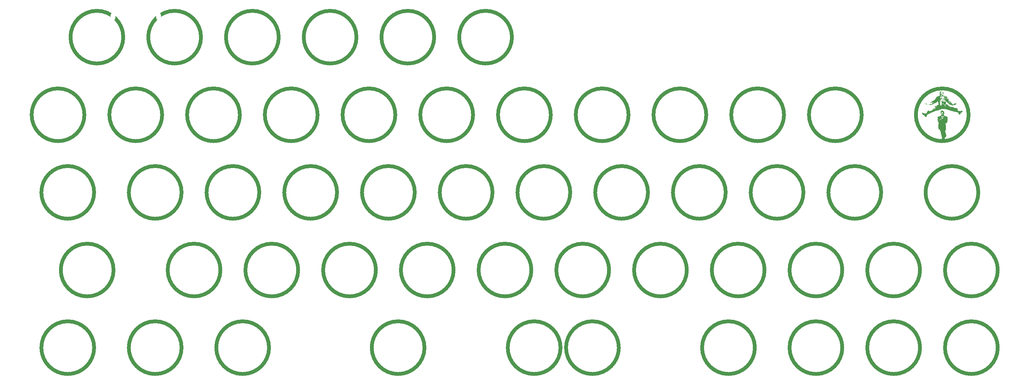
<source format=gbr>
%TF.GenerationSoftware,KiCad,Pcbnew,(7.0.0)*%
%TF.CreationDate,2023-11-27T23:28:23+01:00*%
%TF.ProjectId,the-nicholas-van,7468652d-6e69-4636-986f-6c61732d7661,rev?*%
%TF.SameCoordinates,Original*%
%TF.FileFunction,Legend,Top*%
%TF.FilePolarity,Positive*%
%FSLAX46Y46*%
G04 Gerber Fmt 4.6, Leading zero omitted, Abs format (unit mm)*
G04 Created by KiCad (PCBNEW (7.0.0)) date 2023-11-27 23:28:23*
%MOMM*%
%LPD*%
G01*
G04 APERTURE LIST*
%ADD10C,0.900000*%
%ADD11C,2.200000*%
%ADD12C,1.500000*%
%ADD13R,1.700000X1.700000*%
%ADD14O,1.700000X1.700000*%
%ADD15O,1.200000X2.250000*%
%ADD16O,1.200000X1.850000*%
G04 APERTURE END LIST*
D10*
%TO.C,SW_EC23*%
X125529500Y-96837500D02*
G75*
G03*
X125529500Y-96837500I-6467000J0D01*
G01*
%TO.C,SW_EC26*%
X182679500Y-96837500D02*
G75*
G03*
X182679500Y-96837500I-6467000J0D01*
G01*
%TO.C,SW_EC31*%
X51710750Y-115887500D02*
G75*
G03*
X51710750Y-115887500I-6467000J0D01*
G01*
%TO.C,SW_EC32*%
X77904500Y-115887500D02*
G75*
G03*
X77904500Y-115887500I-6467000J0D01*
G01*
%TO.C,SW_EC50*%
X230304500Y-134937500D02*
G75*
G03*
X230304500Y-134937500I-6467000J0D01*
G01*
%TO.C,SW_EC10*%
X101717000Y-77787500D02*
G75*
G03*
X101717000Y-77787500I-6467000J0D01*
G01*
%TO.C,SW_EC11*%
X120767000Y-77787500D02*
G75*
G03*
X120767000Y-77787500I-6467000J0D01*
G01*
%TO.C,SW_EC25*%
X163629500Y-96837500D02*
G75*
G03*
X163629500Y-96837500I-6467000J0D01*
G01*
%TO.C,SW_EC39*%
X211254500Y-115887500D02*
G75*
G03*
X211254500Y-115887500I-6467000J0D01*
G01*
%TO.C,SW_EC28*%
X220779500Y-96837500D02*
G75*
G03*
X220779500Y-96837500I-6467000J0D01*
G01*
%TO.C,SW_EC21*%
X87429500Y-96837500D02*
G75*
G03*
X87429500Y-96837500I-6467000J0D01*
G01*
%TO.C,SW_EC9*%
X82667000Y-77787500D02*
G75*
G03*
X82667000Y-77787500I-6467000J0D01*
G01*
%TO.C,SW_EC54*%
X268404500Y-134937500D02*
G75*
G03*
X268404500Y-134937500I-6467000J0D01*
G01*
%TO.C,SW_EC7*%
X44567000Y-77787500D02*
G75*
G03*
X44567000Y-77787500I-6467000J0D01*
G01*
%TO.C,SW_EC35*%
X135054500Y-115887500D02*
G75*
G03*
X135054500Y-115887500I-6467000J0D01*
G01*
%TO.C,SW_EC19*%
X46948250Y-96837500D02*
G75*
G03*
X46948250Y-96837500I-6467000J0D01*
G01*
%TO.C,SW_EC34*%
X116004500Y-115887500D02*
G75*
G03*
X116004500Y-115887500I-6467000J0D01*
G01*
%TO.C,SW_EC4*%
X111242000Y-58737500D02*
G75*
G03*
X111242000Y-58737500I-6467000J0D01*
G01*
%TO.C,SW_EC37*%
X173154500Y-115887500D02*
G75*
G03*
X173154500Y-115887500I-6467000J0D01*
G01*
%TO.C,SW_EC38*%
X192204500Y-115887500D02*
G75*
G03*
X192204500Y-115887500I-6467000J0D01*
G01*
%TO.C,SW_EC16*%
X216017000Y-77787500D02*
G75*
G03*
X216017000Y-77787500I-6467000J0D01*
G01*
%TO.C,SW_EC5*%
X130292000Y-58737500D02*
G75*
G03*
X130292000Y-58737500I-6467000J0D01*
G01*
%TO.C,SW_EC43*%
X46948250Y-134937500D02*
G75*
G03*
X46948250Y-134937500I-6467000J0D01*
G01*
%TO.C,SW_EC29*%
X239829500Y-96837500D02*
G75*
G03*
X239829500Y-96837500I-6467000J0D01*
G01*
%TO.C,SW_EC42*%
X268404500Y-115887500D02*
G75*
G03*
X268404500Y-115887500I-6467000J0D01*
G01*
%TO.C,SW_EC30*%
X263642000Y-96837500D02*
G75*
G03*
X263642000Y-96837500I-6467000J0D01*
G01*
%TO.C,SW_EC2*%
X73142000Y-58737500D02*
G75*
G03*
X73142000Y-58737500I-6467000J0D01*
G01*
%TO.C,SW_EC20*%
X68379500Y-96837500D02*
G75*
G03*
X68379500Y-96837500I-6467000J0D01*
G01*
%TO.C,SW_EC12*%
X139817000Y-77787500D02*
G75*
G03*
X139817000Y-77787500I-6467000J0D01*
G01*
%TO.C,SW_EC36*%
X154104500Y-115887500D02*
G75*
G03*
X154104500Y-115887500I-6467000J0D01*
G01*
%TO.C,SW_EC17*%
X235067000Y-77787500D02*
G75*
G03*
X235067000Y-77787500I-6467000J0D01*
G01*
%TO.C,SW_EC13*%
X158867000Y-77787500D02*
G75*
G03*
X158867000Y-77787500I-6467000J0D01*
G01*
%TO.C,SW_EC3*%
X92192000Y-58737500D02*
G75*
G03*
X92192000Y-58737500I-6467000J0D01*
G01*
%TO.C,SW_EC14*%
X177917000Y-77787500D02*
G75*
G03*
X177917000Y-77787500I-6467000J0D01*
G01*
%TO.C,SW_EC49*%
X208873250Y-134937500D02*
G75*
G03*
X208873250Y-134937500I-6467000J0D01*
G01*
%TO.C,SW_EC41*%
X249354500Y-115887500D02*
G75*
G03*
X249354500Y-115887500I-6467000J0D01*
G01*
%TO.C,SW_EC47*%
X161248250Y-134937500D02*
G75*
G03*
X161248250Y-134937500I-6467000J0D01*
G01*
%TO.C,SW_EC48*%
X175535750Y-134937500D02*
G75*
G03*
X175535750Y-134937500I-6467000J0D01*
G01*
%TO.C,SW_EC40*%
X230304500Y-115887500D02*
G75*
G03*
X230304500Y-115887500I-6467000J0D01*
G01*
%TO.C,SW_EC45*%
X89810750Y-134937500D02*
G75*
G03*
X89810750Y-134937500I-6467000J0D01*
G01*
%TO.C,SW_EC24*%
X144579500Y-96837500D02*
G75*
G03*
X144579500Y-96837500I-6467000J0D01*
G01*
%TO.C,SW_EC6*%
X149342000Y-58737500D02*
G75*
G03*
X149342000Y-58737500I-6467000J0D01*
G01*
%TO.C,SW_EC27*%
X201729500Y-96837500D02*
G75*
G03*
X201729500Y-96837500I-6467000J0D01*
G01*
%TO.C,SW_EC22*%
X106479500Y-96837500D02*
G75*
G03*
X106479500Y-96837500I-6467000J0D01*
G01*
%TO.C,G\u002A\u002A\u002A*%
G36*
X251647822Y-76814343D02*
G01*
X251641702Y-76820463D01*
X251635581Y-76814343D01*
X251641702Y-76808222D01*
X251647822Y-76814343D01*
G37*
G36*
X251684545Y-74880271D02*
G01*
X251678424Y-74886391D01*
X251672304Y-74880271D01*
X251678424Y-74874150D01*
X251684545Y-74880271D01*
G37*
G36*
X251745750Y-74941475D02*
G01*
X251739629Y-74947596D01*
X251733509Y-74941475D01*
X251739629Y-74935355D01*
X251745750Y-74941475D01*
G37*
G36*
X251757991Y-74880271D02*
G01*
X251751870Y-74886391D01*
X251745750Y-74880271D01*
X251751870Y-74874150D01*
X251757991Y-74880271D01*
G37*
G36*
X251770232Y-75014921D02*
G01*
X251764111Y-75021042D01*
X251757991Y-75014921D01*
X251764111Y-75008801D01*
X251770232Y-75014921D01*
G37*
G36*
X251831437Y-75125090D02*
G01*
X251825316Y-75131210D01*
X251819196Y-75125090D01*
X251825316Y-75118969D01*
X251831437Y-75125090D01*
G37*
G36*
X251843677Y-75149572D02*
G01*
X251837557Y-75155692D01*
X251831437Y-75149572D01*
X251837557Y-75143451D01*
X251843677Y-75149572D01*
G37*
G36*
X251855918Y-76789861D02*
G01*
X251849798Y-76795981D01*
X251843677Y-76789861D01*
X251849798Y-76783740D01*
X251855918Y-76789861D01*
G37*
G36*
X251868159Y-75076126D02*
G01*
X251862039Y-75082246D01*
X251855918Y-75076126D01*
X251862039Y-75070006D01*
X251868159Y-75076126D01*
G37*
G36*
X251892641Y-74990439D02*
G01*
X251886521Y-74996560D01*
X251880400Y-74990439D01*
X251886521Y-74984319D01*
X251892641Y-74990439D01*
G37*
G36*
X251892641Y-75063885D02*
G01*
X251886521Y-75070006D01*
X251880400Y-75063885D01*
X251886521Y-75057765D01*
X251892641Y-75063885D01*
G37*
G36*
X251892641Y-75112849D02*
G01*
X251886521Y-75118969D01*
X251880400Y-75112849D01*
X251886521Y-75106728D01*
X251892641Y-75112849D01*
G37*
G36*
X251904882Y-75088367D02*
G01*
X251898762Y-75094487D01*
X251892641Y-75088367D01*
X251898762Y-75082246D01*
X251904882Y-75088367D01*
G37*
G36*
X251904882Y-75149572D02*
G01*
X251898762Y-75155692D01*
X251892641Y-75149572D01*
X251898762Y-75143451D01*
X251904882Y-75149572D01*
G37*
G36*
X251929364Y-74904753D02*
G01*
X251923244Y-74910873D01*
X251917123Y-74904753D01*
X251923244Y-74898632D01*
X251929364Y-74904753D01*
G37*
G36*
X251929364Y-76728656D02*
G01*
X251923244Y-76734777D01*
X251917123Y-76728656D01*
X251923244Y-76722536D01*
X251929364Y-76728656D01*
G37*
G36*
X251929364Y-76826584D02*
G01*
X251923244Y-76832704D01*
X251917123Y-76826584D01*
X251923244Y-76820463D01*
X251929364Y-76826584D01*
G37*
G36*
X251941605Y-74880271D02*
G01*
X251935485Y-74886391D01*
X251929364Y-74880271D01*
X251935485Y-74874150D01*
X251941605Y-74880271D01*
G37*
G36*
X251941605Y-75088367D02*
G01*
X251935485Y-75094487D01*
X251929364Y-75088367D01*
X251935485Y-75082246D01*
X251941605Y-75088367D01*
G37*
G36*
X251966087Y-75112849D02*
G01*
X251959967Y-75118969D01*
X251953846Y-75112849D01*
X251959967Y-75106728D01*
X251966087Y-75112849D01*
G37*
G36*
X251978328Y-74929234D02*
G01*
X251972208Y-74935355D01*
X251966087Y-74929234D01*
X251972208Y-74923114D01*
X251978328Y-74929234D01*
G37*
G36*
X251990569Y-74843548D02*
G01*
X251984449Y-74849668D01*
X251978328Y-74843548D01*
X251984449Y-74837427D01*
X251990569Y-74843548D01*
G37*
G36*
X252002810Y-75137331D02*
G01*
X251996690Y-75143451D01*
X251990569Y-75137331D01*
X251996690Y-75131210D01*
X252002810Y-75137331D01*
G37*
G36*
X252039533Y-75027162D02*
G01*
X252033412Y-75033283D01*
X252027292Y-75027162D01*
X252033412Y-75021042D01*
X252039533Y-75027162D01*
G37*
G36*
X252039533Y-75076126D02*
G01*
X252033412Y-75082246D01*
X252027292Y-75076126D01*
X252033412Y-75070006D01*
X252039533Y-75076126D01*
G37*
G36*
X252051774Y-76557283D02*
G01*
X252045653Y-76563403D01*
X252039533Y-76557283D01*
X252045653Y-76551162D01*
X252051774Y-76557283D01*
G37*
G36*
X252076256Y-74892512D02*
G01*
X252070135Y-74898632D01*
X252064015Y-74892512D01*
X252070135Y-74886391D01*
X252076256Y-74892512D01*
G37*
G36*
X252088497Y-74794584D02*
G01*
X252082376Y-74800704D01*
X252076256Y-74794584D01*
X252082376Y-74788463D01*
X252088497Y-74794584D01*
G37*
G36*
X252088497Y-74855789D02*
G01*
X252082376Y-74861909D01*
X252076256Y-74855789D01*
X252082376Y-74849668D01*
X252088497Y-74855789D01*
G37*
G36*
X252125220Y-74916993D02*
G01*
X252119099Y-74923114D01*
X252112979Y-74916993D01*
X252119099Y-74910873D01*
X252125220Y-74916993D01*
G37*
G36*
X252125220Y-76606246D02*
G01*
X252119099Y-76612367D01*
X252112979Y-76606246D01*
X252119099Y-76600126D01*
X252125220Y-76606246D01*
G37*
G36*
X252137461Y-74868030D02*
G01*
X252131340Y-74874150D01*
X252125220Y-74868030D01*
X252131340Y-74861909D01*
X252137461Y-74868030D01*
G37*
G36*
X252149702Y-76630728D02*
G01*
X252143581Y-76636849D01*
X252137461Y-76630728D01*
X252143581Y-76624608D01*
X252149702Y-76630728D01*
G37*
G36*
X252174183Y-74745620D02*
G01*
X252168063Y-74751740D01*
X252161943Y-74745620D01*
X252168063Y-74739500D01*
X252174183Y-74745620D01*
G37*
G36*
X252174183Y-76642969D02*
G01*
X252168063Y-76649090D01*
X252161943Y-76642969D01*
X252168063Y-76636849D01*
X252174183Y-76642969D01*
G37*
G36*
X252186424Y-75027162D02*
G01*
X252180304Y-75033283D01*
X252174183Y-75027162D01*
X252180304Y-75021042D01*
X252186424Y-75027162D01*
G37*
G36*
X252210906Y-75063885D02*
G01*
X252204786Y-75070006D01*
X252198665Y-75063885D01*
X252204786Y-75057765D01*
X252210906Y-75063885D01*
G37*
G36*
X252223147Y-74770102D02*
G01*
X252217027Y-74776222D01*
X252210906Y-74770102D01*
X252217027Y-74763981D01*
X252223147Y-74770102D01*
G37*
G36*
X252223147Y-75088367D02*
G01*
X252217027Y-75094487D01*
X252210906Y-75088367D01*
X252217027Y-75082246D01*
X252223147Y-75088367D01*
G37*
G36*
X252223147Y-76606246D02*
G01*
X252217027Y-76612367D01*
X252210906Y-76606246D01*
X252217027Y-76600126D01*
X252223147Y-76606246D01*
G37*
G36*
X252235388Y-74733379D02*
G01*
X252229268Y-74739500D01*
X252223147Y-74733379D01*
X252229268Y-74727259D01*
X252235388Y-74733379D01*
G37*
G36*
X252247629Y-74929234D02*
G01*
X252241509Y-74935355D01*
X252235388Y-74929234D01*
X252241509Y-74923114D01*
X252247629Y-74929234D01*
G37*
G36*
X252247629Y-76667451D02*
G01*
X252241509Y-76673572D01*
X252235388Y-76667451D01*
X252241509Y-76661331D01*
X252247629Y-76667451D01*
G37*
G36*
X252308834Y-76569524D02*
G01*
X252302714Y-76575644D01*
X252296593Y-76569524D01*
X252302714Y-76563403D01*
X252308834Y-76569524D01*
G37*
G36*
X252333316Y-76545042D02*
G01*
X252327196Y-76551162D01*
X252321075Y-76545042D01*
X252327196Y-76538921D01*
X252333316Y-76545042D01*
G37*
G36*
X252357798Y-74806825D02*
G01*
X252351677Y-74812945D01*
X252345557Y-74806825D01*
X252351677Y-74800704D01*
X252357798Y-74806825D01*
G37*
G36*
X252357798Y-76569524D02*
G01*
X252351677Y-76575644D01*
X252345557Y-76569524D01*
X252351677Y-76563403D01*
X252357798Y-76569524D01*
G37*
G36*
X252382280Y-76447114D02*
G01*
X252376159Y-76453234D01*
X252370039Y-76447114D01*
X252376159Y-76440993D01*
X252382280Y-76447114D01*
G37*
G36*
X252406762Y-74782343D02*
G01*
X252400641Y-74788463D01*
X252394521Y-74782343D01*
X252400641Y-74776222D01*
X252406762Y-74782343D01*
G37*
G36*
X252406762Y-75027162D02*
G01*
X252400641Y-75033283D01*
X252394521Y-75027162D01*
X252400641Y-75021042D01*
X252406762Y-75027162D01*
G37*
G36*
X252406762Y-76422632D02*
G01*
X252400641Y-76428753D01*
X252394521Y-76422632D01*
X252400641Y-76416512D01*
X252406762Y-76422632D01*
G37*
G36*
X252455726Y-76373668D02*
G01*
X252449605Y-76379789D01*
X252443485Y-76373668D01*
X252449605Y-76367548D01*
X252455726Y-76373668D01*
G37*
G36*
X252455726Y-76422632D02*
G01*
X252449605Y-76428753D01*
X252443485Y-76422632D01*
X252449605Y-76416512D01*
X252455726Y-76422632D01*
G37*
G36*
X252455726Y-76459355D02*
G01*
X252449605Y-76465475D01*
X252443485Y-76459355D01*
X252449605Y-76453234D01*
X252455726Y-76459355D01*
G37*
G36*
X252480208Y-74892512D02*
G01*
X252474087Y-74898632D01*
X252467967Y-74892512D01*
X252474087Y-74886391D01*
X252480208Y-74892512D01*
G37*
G36*
X252480208Y-76398150D02*
G01*
X252474087Y-76404271D01*
X252467967Y-76398150D01*
X252474087Y-76392030D01*
X252480208Y-76398150D01*
G37*
G36*
X252504690Y-76422632D02*
G01*
X252498569Y-76428753D01*
X252492449Y-76422632D01*
X252498569Y-76416512D01*
X252504690Y-76422632D01*
G37*
G36*
X252516930Y-76349186D02*
G01*
X252510810Y-76355307D01*
X252504690Y-76349186D01*
X252510810Y-76343066D01*
X252516930Y-76349186D01*
G37*
G36*
X252553653Y-74904753D02*
G01*
X252547533Y-74910873D01*
X252541412Y-74904753D01*
X252547533Y-74898632D01*
X252553653Y-74904753D01*
G37*
G36*
X252639340Y-74941475D02*
G01*
X252633220Y-74947596D01*
X252627099Y-74941475D01*
X252633220Y-74935355D01*
X252639340Y-74941475D01*
G37*
G36*
X252651581Y-74868030D02*
G01*
X252645461Y-74874150D01*
X252639340Y-74868030D01*
X252645461Y-74861909D01*
X252651581Y-74868030D01*
G37*
G36*
X252676063Y-74892512D02*
G01*
X252669943Y-74898632D01*
X252663822Y-74892512D01*
X252669943Y-74886391D01*
X252676063Y-74892512D01*
G37*
G36*
X252859677Y-76226777D02*
G01*
X252853557Y-76232897D01*
X252847437Y-76226777D01*
X252853557Y-76220656D01*
X252859677Y-76226777D01*
G37*
G36*
X252871918Y-76177813D02*
G01*
X252865798Y-76183933D01*
X252859677Y-76177813D01*
X252865798Y-76171692D01*
X252871918Y-76177813D01*
G37*
G36*
X253055533Y-76177813D02*
G01*
X253049412Y-76183933D01*
X253043292Y-76177813D01*
X253049412Y-76171692D01*
X253055533Y-76177813D01*
G37*
G36*
X253373798Y-75553524D02*
G01*
X253367677Y-75559644D01*
X253361557Y-75553524D01*
X253367677Y-75547403D01*
X253373798Y-75553524D01*
G37*
G36*
X253386039Y-75798343D02*
G01*
X253379918Y-75804463D01*
X253373798Y-75798343D01*
X253379918Y-75792222D01*
X253386039Y-75798343D01*
G37*
G36*
X254940641Y-73790825D02*
G01*
X254934521Y-73796945D01*
X254928400Y-73790825D01*
X254934521Y-73784704D01*
X254940641Y-73790825D01*
G37*
G36*
X254952882Y-77463114D02*
G01*
X254946762Y-77469234D01*
X254940641Y-77463114D01*
X254946762Y-77456993D01*
X254952882Y-77463114D01*
G37*
G36*
X255001846Y-74647692D02*
G01*
X254995726Y-74653813D01*
X254989605Y-74647692D01*
X254995726Y-74641572D01*
X255001846Y-74647692D01*
G37*
G36*
X255038569Y-74133572D02*
G01*
X255032449Y-74139692D01*
X255026328Y-74133572D01*
X255032449Y-74127451D01*
X255038569Y-74133572D01*
G37*
G36*
X255075292Y-73374632D02*
G01*
X255069171Y-73380753D01*
X255063051Y-73374632D01*
X255069171Y-73368512D01*
X255075292Y-73374632D01*
G37*
G36*
X255099774Y-73460319D02*
G01*
X255093653Y-73466439D01*
X255087533Y-73460319D01*
X255093653Y-73454198D01*
X255099774Y-73460319D01*
G37*
G36*
X255099774Y-73570487D02*
G01*
X255093653Y-73576608D01*
X255087533Y-73570487D01*
X255093653Y-73564367D01*
X255099774Y-73570487D01*
G37*
G36*
X255099774Y-74304945D02*
G01*
X255093653Y-74311066D01*
X255087533Y-74304945D01*
X255093653Y-74298825D01*
X255099774Y-74304945D01*
G37*
G36*
X255112015Y-73484801D02*
G01*
X255105894Y-73490921D01*
X255099774Y-73484801D01*
X255105894Y-73478680D01*
X255112015Y-73484801D01*
G37*
G36*
X255124256Y-73521524D02*
G01*
X255118135Y-73527644D01*
X255112015Y-73521524D01*
X255118135Y-73515403D01*
X255124256Y-73521524D01*
G37*
G36*
X255124256Y-74415114D02*
G01*
X255118135Y-74421234D01*
X255112015Y-74415114D01*
X255118135Y-74408993D01*
X255124256Y-74415114D01*
G37*
G36*
X255136497Y-73374632D02*
G01*
X255130376Y-73380753D01*
X255124256Y-73374632D01*
X255130376Y-73368512D01*
X255136497Y-73374632D01*
G37*
G36*
X255136497Y-73448078D02*
G01*
X255130376Y-73454198D01*
X255124256Y-73448078D01*
X255130376Y-73441957D01*
X255136497Y-73448078D01*
G37*
G36*
X255148738Y-73484801D02*
G01*
X255142617Y-73490921D01*
X255136497Y-73484801D01*
X255142617Y-73478680D01*
X255148738Y-73484801D01*
G37*
G36*
X255148738Y-73509283D02*
G01*
X255142617Y-73515403D01*
X255136497Y-73509283D01*
X255142617Y-73503162D01*
X255148738Y-73509283D01*
G37*
G36*
X255148738Y-73582728D02*
G01*
X255142617Y-73588849D01*
X255136497Y-73582728D01*
X255142617Y-73576608D01*
X255148738Y-73582728D01*
G37*
G36*
X255148738Y-74243740D02*
G01*
X255142617Y-74249861D01*
X255136497Y-74243740D01*
X255142617Y-74237620D01*
X255148738Y-74243740D01*
G37*
G36*
X255160979Y-73203259D02*
G01*
X255154858Y-73209379D01*
X255148738Y-73203259D01*
X255154858Y-73197138D01*
X255160979Y-73203259D01*
G37*
G36*
X255160979Y-73435837D02*
G01*
X255154858Y-73441957D01*
X255148738Y-73435837D01*
X255154858Y-73429716D01*
X255160979Y-73435837D01*
G37*
G36*
X255160979Y-73766343D02*
G01*
X255154858Y-73772463D01*
X255148738Y-73766343D01*
X255154858Y-73760222D01*
X255160979Y-73766343D01*
G37*
G36*
X255160979Y-74158054D02*
G01*
X255154858Y-74164174D01*
X255148738Y-74158054D01*
X255154858Y-74151933D01*
X255160979Y-74158054D01*
G37*
G36*
X255185461Y-73497042D02*
G01*
X255179340Y-73503162D01*
X255173220Y-73497042D01*
X255179340Y-73490921D01*
X255185461Y-73497042D01*
G37*
G36*
X255185461Y-74182536D02*
G01*
X255179340Y-74188656D01*
X255173220Y-74182536D01*
X255179340Y-74176415D01*
X255185461Y-74182536D01*
G37*
G36*
X255197702Y-73460319D02*
G01*
X255191581Y-73466439D01*
X255185461Y-73460319D01*
X255191581Y-73454198D01*
X255197702Y-73460319D01*
G37*
G36*
X255197702Y-73570487D02*
G01*
X255191581Y-73576608D01*
X255185461Y-73570487D01*
X255191581Y-73564367D01*
X255197702Y-73570487D01*
G37*
G36*
X255209943Y-73239981D02*
G01*
X255203822Y-73246102D01*
X255197702Y-73239981D01*
X255203822Y-73233861D01*
X255209943Y-73239981D01*
G37*
G36*
X255209943Y-73386873D02*
G01*
X255203822Y-73392993D01*
X255197702Y-73386873D01*
X255203822Y-73380753D01*
X255209943Y-73386873D01*
G37*
G36*
X255209943Y-74060126D02*
G01*
X255203822Y-74066246D01*
X255197702Y-74060126D01*
X255203822Y-74054006D01*
X255209943Y-74060126D01*
G37*
G36*
X255222183Y-73521524D02*
G01*
X255216063Y-73527644D01*
X255209943Y-73521524D01*
X255216063Y-73515403D01*
X255222183Y-73521524D01*
G37*
G36*
X255234424Y-73448078D02*
G01*
X255228304Y-73454198D01*
X255222183Y-73448078D01*
X255228304Y-73441957D01*
X255234424Y-73448078D01*
G37*
G36*
X255271147Y-74158054D02*
G01*
X255265027Y-74164174D01*
X255258906Y-74158054D01*
X255265027Y-74151933D01*
X255271147Y-74158054D01*
G37*
G36*
X255283388Y-73411355D02*
G01*
X255277268Y-73417475D01*
X255271147Y-73411355D01*
X255277268Y-73405234D01*
X255283388Y-73411355D01*
G37*
G36*
X255283388Y-73509283D02*
G01*
X255277268Y-73515403D01*
X255271147Y-73509283D01*
X255277268Y-73503162D01*
X255283388Y-73509283D01*
G37*
G36*
X255295629Y-73288945D02*
G01*
X255289509Y-73295066D01*
X255283388Y-73288945D01*
X255289509Y-73282825D01*
X255295629Y-73288945D01*
G37*
G36*
X255295629Y-73680656D02*
G01*
X255289509Y-73686777D01*
X255283388Y-73680656D01*
X255289509Y-73674536D01*
X255295629Y-73680656D01*
G37*
G36*
X255332352Y-73374632D02*
G01*
X255326232Y-73380753D01*
X255320111Y-73374632D01*
X255326232Y-73368512D01*
X255332352Y-73374632D01*
G37*
G36*
X255381316Y-73386873D02*
G01*
X255375196Y-73392993D01*
X255369075Y-73386873D01*
X255375196Y-73380753D01*
X255381316Y-73386873D01*
G37*
G36*
X255577171Y-73582728D02*
G01*
X255571051Y-73588849D01*
X255564930Y-73582728D01*
X255571051Y-73576608D01*
X255577171Y-73582728D01*
G37*
G36*
X255601653Y-73337909D02*
G01*
X255595533Y-73344030D01*
X255589412Y-73337909D01*
X255595533Y-73331789D01*
X255601653Y-73337909D01*
G37*
G36*
X255601653Y-73582728D02*
G01*
X255595533Y-73588849D01*
X255589412Y-73582728D01*
X255595533Y-73576608D01*
X255601653Y-73582728D01*
G37*
G36*
X255662858Y-73692897D02*
G01*
X255656738Y-73699018D01*
X255650617Y-73692897D01*
X255656738Y-73686777D01*
X255662858Y-73692897D01*
G37*
G36*
X255834232Y-73264463D02*
G01*
X255828111Y-73270584D01*
X255821991Y-73264463D01*
X255828111Y-73258343D01*
X255834232Y-73264463D01*
G37*
G36*
X255907677Y-73362391D02*
G01*
X255901557Y-73368512D01*
X255895437Y-73362391D01*
X255901557Y-73356271D01*
X255907677Y-73362391D01*
G37*
G36*
X255932159Y-73705138D02*
G01*
X255926039Y-73711259D01*
X255919918Y-73705138D01*
X255926039Y-73699018D01*
X255932159Y-73705138D01*
G37*
G36*
X256556449Y-74366150D02*
G01*
X256550328Y-74372271D01*
X256544208Y-74366150D01*
X256550328Y-74360030D01*
X256556449Y-74366150D01*
G37*
G36*
X256580930Y-74366150D02*
G01*
X256574810Y-74372271D01*
X256568690Y-74366150D01*
X256574810Y-74360030D01*
X256580930Y-74366150D01*
G37*
G36*
X257119533Y-74770102D02*
G01*
X257113412Y-74776222D01*
X257107292Y-74770102D01*
X257113412Y-74763981D01*
X257119533Y-74770102D01*
G37*
G36*
X257156256Y-74929234D02*
G01*
X257150135Y-74935355D01*
X257144015Y-74929234D01*
X257150135Y-74923114D01*
X257156256Y-74929234D01*
G37*
G36*
X257192979Y-75027162D02*
G01*
X257186858Y-75033283D01*
X257180738Y-75027162D01*
X257186858Y-75021042D01*
X257192979Y-75027162D01*
G37*
G36*
X257254183Y-75039403D02*
G01*
X257248063Y-75045524D01*
X257241943Y-75039403D01*
X257248063Y-75033283D01*
X257254183Y-75039403D01*
G37*
G36*
X251729428Y-74878230D02*
G01*
X251727748Y-74885508D01*
X251721268Y-74886391D01*
X251711192Y-74881912D01*
X251713107Y-74878230D01*
X251727634Y-74876765D01*
X251729428Y-74878230D01*
G37*
G36*
X251753910Y-74902712D02*
G01*
X251752230Y-74909990D01*
X251745750Y-74910873D01*
X251735674Y-74906394D01*
X251737589Y-74902712D01*
X251752116Y-74901247D01*
X251753910Y-74902712D01*
G37*
G36*
X251778392Y-76775580D02*
G01*
X251776712Y-76782857D01*
X251770232Y-76783740D01*
X251760156Y-76779262D01*
X251762071Y-76775580D01*
X251776598Y-76774115D01*
X251778392Y-76775580D01*
G37*
G36*
X251790633Y-76922471D02*
G01*
X251788953Y-76929749D01*
X251782473Y-76930632D01*
X251772397Y-76926153D01*
X251774312Y-76922471D01*
X251788839Y-76921006D01*
X251790633Y-76922471D01*
G37*
G36*
X251802874Y-74914953D02*
G01*
X251804339Y-74929480D01*
X251802874Y-74931275D01*
X251795597Y-74929594D01*
X251794714Y-74923114D01*
X251799192Y-74913038D01*
X251802874Y-74914953D01*
G37*
G36*
X251815115Y-75098568D02*
G01*
X251813435Y-75105845D01*
X251806955Y-75106728D01*
X251796879Y-75102250D01*
X251798794Y-75098568D01*
X251813321Y-75097103D01*
X251815115Y-75098568D01*
G37*
G36*
X251815115Y-76763339D02*
G01*
X251813435Y-76770616D01*
X251806955Y-76771500D01*
X251796879Y-76767021D01*
X251798794Y-76763339D01*
X251813321Y-76761874D01*
X251815115Y-76763339D01*
G37*
G36*
X251876320Y-75147532D02*
G01*
X251874640Y-75154809D01*
X251868159Y-75155692D01*
X251858084Y-75151213D01*
X251859999Y-75147532D01*
X251874526Y-75146067D01*
X251876320Y-75147532D01*
G37*
G36*
X251925284Y-74853748D02*
G01*
X251923604Y-74861026D01*
X251917123Y-74861909D01*
X251907048Y-74857430D01*
X251908963Y-74853748D01*
X251923490Y-74852283D01*
X251925284Y-74853748D01*
G37*
G36*
X251925284Y-75110809D02*
G01*
X251923604Y-75118086D01*
X251917123Y-75118969D01*
X251907048Y-75114491D01*
X251908963Y-75110809D01*
X251923490Y-75109344D01*
X251925284Y-75110809D01*
G37*
G36*
X251962007Y-74902712D02*
G01*
X251960326Y-74909990D01*
X251953846Y-74910873D01*
X251943770Y-74906394D01*
X251945685Y-74902712D01*
X251960213Y-74901247D01*
X251962007Y-74902712D01*
G37*
G36*
X251962007Y-76665411D02*
G01*
X251960326Y-76672688D01*
X251953846Y-76673572D01*
X251943770Y-76669093D01*
X251945685Y-76665411D01*
X251960213Y-76663946D01*
X251962007Y-76665411D01*
G37*
G36*
X251974248Y-75135291D02*
G01*
X251972567Y-75142568D01*
X251966087Y-75143451D01*
X251956011Y-75138973D01*
X251957926Y-75135291D01*
X251972454Y-75133826D01*
X251974248Y-75135291D01*
G37*
G36*
X252072175Y-76738857D02*
G01*
X252070495Y-76746134D01*
X252064015Y-76747018D01*
X252053939Y-76742539D01*
X252055854Y-76738857D01*
X252070381Y-76737392D01*
X252072175Y-76738857D01*
G37*
G36*
X252096657Y-75098568D02*
G01*
X252094977Y-75105845D01*
X252088497Y-75106728D01*
X252078421Y-75102250D01*
X252080336Y-75098568D01*
X252094863Y-75097103D01*
X252096657Y-75098568D01*
G37*
G36*
X252108898Y-74878230D02*
G01*
X252107218Y-74885508D01*
X252100738Y-74886391D01*
X252090662Y-74881912D01*
X252092577Y-74878230D01*
X252107104Y-74876765D01*
X252108898Y-74878230D01*
G37*
G36*
X252121139Y-75086327D02*
G01*
X252122604Y-75100854D01*
X252121139Y-75102648D01*
X252113862Y-75100968D01*
X252112979Y-75094487D01*
X252117457Y-75084412D01*
X252121139Y-75086327D01*
G37*
G36*
X252145621Y-74768062D02*
G01*
X252143941Y-74775339D01*
X252137461Y-74776222D01*
X252127385Y-74771744D01*
X252129300Y-74768062D01*
X252143827Y-74766597D01*
X252145621Y-74768062D01*
G37*
G36*
X252243549Y-75049604D02*
G01*
X252241869Y-75056881D01*
X252235388Y-75057765D01*
X252225313Y-75053286D01*
X252227228Y-75049604D01*
X252241755Y-75048139D01*
X252243549Y-75049604D01*
G37*
G36*
X252255790Y-76567483D02*
G01*
X252254110Y-76574761D01*
X252247629Y-76575644D01*
X252237554Y-76571165D01*
X252239469Y-76567483D01*
X252253996Y-76566018D01*
X252255790Y-76567483D01*
G37*
G36*
X252280272Y-75049604D02*
G01*
X252278592Y-75056881D01*
X252272111Y-75057765D01*
X252262035Y-75053286D01*
X252263951Y-75049604D01*
X252278478Y-75048139D01*
X252280272Y-75049604D01*
G37*
G36*
X252280272Y-76640929D02*
G01*
X252278592Y-76648206D01*
X252272111Y-76649090D01*
X252262035Y-76644611D01*
X252263951Y-76640929D01*
X252278478Y-76639464D01*
X252280272Y-76640929D01*
G37*
G36*
X252378200Y-74914953D02*
G01*
X252376519Y-74922231D01*
X252370039Y-74923114D01*
X252359963Y-74918635D01*
X252361878Y-74914953D01*
X252376405Y-74913488D01*
X252378200Y-74914953D01*
G37*
G36*
X252818874Y-76224736D02*
G01*
X252817194Y-76232014D01*
X252810714Y-76232897D01*
X252800638Y-76228418D01*
X252802553Y-76224736D01*
X252817080Y-76223271D01*
X252818874Y-76224736D01*
G37*
G36*
X252855597Y-74878230D02*
G01*
X252857062Y-74892758D01*
X252855597Y-74894552D01*
X252848320Y-74892871D01*
X252847437Y-74886391D01*
X252851915Y-74876315D01*
X252855597Y-74878230D01*
G37*
G36*
X254789669Y-73335869D02*
G01*
X254787989Y-73343146D01*
X254781509Y-73344030D01*
X254771433Y-73339551D01*
X254773348Y-73335869D01*
X254787875Y-73334404D01*
X254789669Y-73335869D01*
G37*
G36*
X254997766Y-75025122D02*
G01*
X254996086Y-75032399D01*
X254989605Y-75033283D01*
X254979529Y-75028804D01*
X254981445Y-75025122D01*
X254995972Y-75023657D01*
X254997766Y-75025122D01*
G37*
G36*
X255058971Y-74107050D02*
G01*
X255060436Y-74121577D01*
X255058971Y-74123371D01*
X255051693Y-74121691D01*
X255050810Y-74115210D01*
X255055289Y-74105135D01*
X255058971Y-74107050D01*
G37*
G36*
X255058971Y-74400833D02*
G01*
X255057290Y-74408110D01*
X255050810Y-74408993D01*
X255040734Y-74404515D01*
X255042649Y-74400833D01*
X255057177Y-74399368D01*
X255058971Y-74400833D01*
G37*
G36*
X255071212Y-74339628D02*
G01*
X255072677Y-74354155D01*
X255071212Y-74355949D01*
X255063934Y-74354269D01*
X255063051Y-74347789D01*
X255067530Y-74337713D01*
X255071212Y-74339628D01*
G37*
G36*
X255095694Y-73776544D02*
G01*
X255097159Y-73791071D01*
X255095694Y-73792865D01*
X255088416Y-73791185D01*
X255087533Y-73784704D01*
X255092012Y-73774629D01*
X255095694Y-73776544D01*
G37*
G36*
X255095694Y-74094809D02*
G01*
X255097159Y-74109336D01*
X255095694Y-74111130D01*
X255088416Y-74109450D01*
X255087533Y-74102969D01*
X255092012Y-74092894D01*
X255095694Y-74094809D01*
G37*
G36*
X255132416Y-74290664D02*
G01*
X255130736Y-74297941D01*
X255124256Y-74298825D01*
X255114180Y-74294346D01*
X255116095Y-74290664D01*
X255130622Y-74289199D01*
X255132416Y-74290664D01*
G37*
G36*
X255144657Y-73801026D02*
G01*
X255146122Y-73815553D01*
X255144657Y-73817347D01*
X255137380Y-73815667D01*
X255136497Y-73809186D01*
X255140976Y-73799111D01*
X255144657Y-73801026D01*
G37*
G36*
X255144657Y-74082568D02*
G01*
X255142977Y-74089845D01*
X255136497Y-74090728D01*
X255126421Y-74086250D01*
X255128336Y-74082568D01*
X255142863Y-74081103D01*
X255144657Y-74082568D01*
G37*
G36*
X255169139Y-73458279D02*
G01*
X255170604Y-73472806D01*
X255169139Y-73474600D01*
X255161862Y-73472920D01*
X255160979Y-73466439D01*
X255165457Y-73456364D01*
X255169139Y-73458279D01*
G37*
G36*
X255169139Y-73568447D02*
G01*
X255170604Y-73582974D01*
X255169139Y-73584769D01*
X255161862Y-73583088D01*
X255160979Y-73576608D01*
X255165457Y-73566532D01*
X255169139Y-73568447D01*
G37*
G36*
X255169139Y-73788785D02*
G01*
X255170604Y-73803312D01*
X255169139Y-73805106D01*
X255161862Y-73803426D01*
X255160979Y-73796945D01*
X255165457Y-73786870D01*
X255169139Y-73788785D01*
G37*
G36*
X255193621Y-73641893D02*
G01*
X255191941Y-73649170D01*
X255185461Y-73650054D01*
X255175385Y-73645575D01*
X255177300Y-73641893D01*
X255191827Y-73640428D01*
X255193621Y-73641893D01*
G37*
G36*
X255205862Y-73666375D02*
G01*
X255204182Y-73673652D01*
X255197702Y-73674536D01*
X255187626Y-73670057D01*
X255189541Y-73666375D01*
X255204068Y-73664910D01*
X255205862Y-73666375D01*
G37*
G36*
X255218103Y-73421556D02*
G01*
X255216423Y-73428833D01*
X255209943Y-73429716D01*
X255199867Y-73425238D01*
X255201782Y-73421556D01*
X255216309Y-73420091D01*
X255218103Y-73421556D01*
G37*
G36*
X255230344Y-74009122D02*
G01*
X255228664Y-74016399D01*
X255222183Y-74017283D01*
X255212108Y-74012804D01*
X255214023Y-74009122D01*
X255228550Y-74007657D01*
X255230344Y-74009122D01*
G37*
G36*
X255254826Y-73543965D02*
G01*
X255256291Y-73558493D01*
X255254826Y-73560287D01*
X255247549Y-73558606D01*
X255246665Y-73552126D01*
X255251144Y-73542050D01*
X255254826Y-73543965D01*
G37*
G36*
X255267067Y-73348110D02*
G01*
X255265387Y-73355387D01*
X255258906Y-73356271D01*
X255248831Y-73351792D01*
X255250746Y-73348110D01*
X255265273Y-73346645D01*
X255267067Y-73348110D01*
G37*
G36*
X255267067Y-73470520D02*
G01*
X255268532Y-73485047D01*
X255267067Y-73486841D01*
X255259790Y-73485161D01*
X255258906Y-73478680D01*
X255263385Y-73468605D01*
X255267067Y-73470520D01*
G37*
G36*
X255291549Y-73433797D02*
G01*
X255293014Y-73448324D01*
X255291549Y-73450118D01*
X255284272Y-73448438D01*
X255283388Y-73441957D01*
X255287867Y-73431882D01*
X255291549Y-73433797D01*
G37*
G36*
X255291549Y-73752062D02*
G01*
X255289869Y-73759339D01*
X255283388Y-73760222D01*
X255273313Y-73755744D01*
X255275228Y-73752062D01*
X255289755Y-73750597D01*
X255291549Y-73752062D01*
G37*
G36*
X255303790Y-74266182D02*
G01*
X255302110Y-74273459D01*
X255295629Y-74274343D01*
X255285554Y-74269864D01*
X255287469Y-74266182D01*
X255301996Y-74264717D01*
X255303790Y-74266182D01*
G37*
G36*
X255328272Y-73286905D02*
G01*
X255326592Y-73294182D01*
X255320111Y-73295066D01*
X255310035Y-73290587D01*
X255311951Y-73286905D01*
X255326478Y-73285440D01*
X255328272Y-73286905D01*
G37*
G36*
X255353519Y-73397839D02*
G01*
X255349868Y-73403403D01*
X255337453Y-73404268D01*
X255324391Y-73401279D01*
X255330057Y-73396872D01*
X255349188Y-73395413D01*
X255353519Y-73397839D01*
G37*
G36*
X255413959Y-73384833D02*
G01*
X255412278Y-73392110D01*
X255405798Y-73392993D01*
X255395722Y-73388515D01*
X255397637Y-73384833D01*
X255412164Y-73383368D01*
X255413959Y-73384833D01*
G37*
G36*
X255536368Y-73580688D02*
G01*
X255537833Y-73595215D01*
X255536368Y-73597010D01*
X255529091Y-73595329D01*
X255528208Y-73588849D01*
X255532686Y-73578773D01*
X255536368Y-73580688D01*
G37*
G36*
X255629196Y-73690911D02*
G01*
X255630733Y-73695378D01*
X255613894Y-73697085D01*
X255596517Y-73695161D01*
X255598593Y-73690911D01*
X255623655Y-73689294D01*
X255629196Y-73690911D01*
G37*
G36*
X255634296Y-73311387D02*
G01*
X255632616Y-73318664D01*
X255626135Y-73319548D01*
X255616060Y-73315069D01*
X255617975Y-73311387D01*
X255632502Y-73309922D01*
X255634296Y-73311387D01*
G37*
G36*
X255671019Y-73262423D02*
G01*
X255669339Y-73269700D01*
X255662858Y-73270584D01*
X255652782Y-73266105D01*
X255654698Y-73262423D01*
X255669225Y-73260958D01*
X255671019Y-73262423D01*
G37*
G36*
X255671019Y-73727580D02*
G01*
X255669339Y-73734857D01*
X255662858Y-73735740D01*
X255652782Y-73731262D01*
X255654698Y-73727580D01*
X255669225Y-73726115D01*
X255671019Y-73727580D01*
G37*
G36*
X255879115Y-73372592D02*
G01*
X255880580Y-73387119D01*
X255879115Y-73388913D01*
X255871838Y-73387233D01*
X255870955Y-73380753D01*
X255875433Y-73370677D01*
X255879115Y-73372592D01*
G37*
G36*
X255891356Y-73703098D02*
G01*
X255892821Y-73717625D01*
X255891356Y-73719419D01*
X255884079Y-73717739D01*
X255883196Y-73711259D01*
X255887674Y-73701183D01*
X255891356Y-73703098D01*
G37*
G36*
X255952561Y-73739821D02*
G01*
X255950881Y-73747098D01*
X255944400Y-73747981D01*
X255934325Y-73743503D01*
X255936240Y-73739821D01*
X255950767Y-73738356D01*
X255952561Y-73739821D01*
G37*
G36*
X256136175Y-72931917D02*
G01*
X256137640Y-72946444D01*
X256136175Y-72948238D01*
X256128898Y-72946558D01*
X256128015Y-72940078D01*
X256132494Y-72930002D01*
X256136175Y-72931917D01*
G37*
G36*
X257188898Y-74817026D02*
G01*
X257187218Y-74824303D01*
X257180738Y-74825186D01*
X257170662Y-74820707D01*
X257172577Y-74817026D01*
X257187104Y-74815561D01*
X257188898Y-74817026D01*
G37*
G36*
X257519404Y-76102327D02*
G01*
X257517724Y-76109604D01*
X257511244Y-76110487D01*
X257501168Y-76106009D01*
X257503083Y-76102327D01*
X257517610Y-76100862D01*
X257519404Y-76102327D01*
G37*
G36*
X258266103Y-75220977D02*
G01*
X258267568Y-75235505D01*
X258266103Y-75237299D01*
X258258826Y-75235618D01*
X258257943Y-75229138D01*
X258262421Y-75219062D01*
X258266103Y-75220977D01*
G37*
G36*
X251658172Y-74891343D02*
G01*
X251671313Y-74903668D01*
X251668617Y-74910754D01*
X251666906Y-74910873D01*
X251656552Y-74902178D01*
X251652774Y-74896741D01*
X251651331Y-74888364D01*
X251658172Y-74891343D01*
G37*
G36*
X251862864Y-74828623D02*
G01*
X251875244Y-74840196D01*
X251889834Y-74858104D01*
X251891449Y-74867181D01*
X251881764Y-74862614D01*
X251869388Y-74846051D01*
X251858935Y-74827683D01*
X251862864Y-74828623D01*
G37*
G36*
X252282461Y-74817897D02*
G01*
X252295499Y-74829276D01*
X252296593Y-74832029D01*
X252290784Y-74837060D01*
X252278689Y-74825787D01*
X252277063Y-74823295D01*
X252275620Y-74814918D01*
X252282461Y-74817897D01*
G37*
G36*
X252343666Y-76507150D02*
G01*
X252356807Y-76519475D01*
X252354111Y-76526561D01*
X252352400Y-76526680D01*
X252342046Y-76517986D01*
X252338268Y-76512548D01*
X252336825Y-76504171D01*
X252343666Y-76507150D01*
G37*
G36*
X252490557Y-76360258D02*
G01*
X252503698Y-76372584D01*
X252501003Y-76379670D01*
X252499291Y-76379789D01*
X252488938Y-76371094D01*
X252485159Y-76365656D01*
X252483716Y-76357280D01*
X252490557Y-76360258D01*
G37*
G36*
X252571379Y-76779070D02*
G01*
X252588609Y-76788948D01*
X252585723Y-76795335D01*
X252578858Y-76795981D01*
X252562259Y-76787091D01*
X252559861Y-76783881D01*
X252561831Y-76776925D01*
X252571379Y-76779070D01*
G37*
G36*
X254518720Y-75102452D02*
G01*
X254535392Y-75112025D01*
X254528268Y-75117825D01*
X254511485Y-75118969D01*
X254494418Y-75114450D01*
X254493516Y-75107263D01*
X254509440Y-75100594D01*
X254518720Y-75102452D01*
G37*
G36*
X254857109Y-78678581D02*
G01*
X254864390Y-78691036D01*
X254858381Y-78702615D01*
X254844118Y-78705572D01*
X254825892Y-78700127D01*
X254826245Y-78686693D01*
X254840264Y-78672809D01*
X254857109Y-78678581D01*
G37*
G36*
X255024437Y-74426186D02*
G01*
X255037578Y-74438511D01*
X255034882Y-74445597D01*
X255033171Y-74445716D01*
X255022817Y-74437022D01*
X255019039Y-74431584D01*
X255017596Y-74423208D01*
X255024437Y-74426186D01*
G37*
G36*
X255056844Y-74237760D02*
G01*
X255043751Y-74247908D01*
X255029721Y-74249610D01*
X255026328Y-74245050D01*
X255035930Y-74237188D01*
X255045325Y-74232949D01*
X255057961Y-74232094D01*
X255056844Y-74237760D01*
G37*
G36*
X255177587Y-73389688D02*
G01*
X255178529Y-73400218D01*
X255171466Y-73406577D01*
X255150095Y-73416629D01*
X255143083Y-73413097D01*
X255151315Y-73400399D01*
X255169155Y-73389031D01*
X255177587Y-73389688D01*
G37*
G36*
X257280609Y-74874442D02*
G01*
X257277632Y-74888466D01*
X257260951Y-74896469D01*
X257244618Y-74890555D01*
X257241943Y-74880271D01*
X257250742Y-74864836D01*
X257263364Y-74864239D01*
X257280609Y-74874442D01*
G37*
G36*
X258159922Y-75273256D02*
G01*
X258161534Y-75274838D01*
X258171203Y-75290887D01*
X258169892Y-75296787D01*
X258160786Y-75293114D01*
X258154681Y-75281690D01*
X258150954Y-75267389D01*
X258159922Y-75273256D01*
G37*
G36*
X251537298Y-76915465D02*
G01*
X251537653Y-76918391D01*
X251528338Y-76930276D01*
X251525412Y-76930632D01*
X251513527Y-76921317D01*
X251513171Y-76918391D01*
X251522487Y-76906506D01*
X251525412Y-76906150D01*
X251537298Y-76915465D01*
G37*
G36*
X251764423Y-74926955D02*
G01*
X251773292Y-74933794D01*
X251792323Y-74951661D01*
X251792240Y-74959636D01*
X251790092Y-74959837D01*
X251779874Y-74951472D01*
X251768670Y-74938415D01*
X251758084Y-74923916D01*
X251764423Y-74926955D01*
G37*
G36*
X251801065Y-75045901D02*
G01*
X251801164Y-75046058D01*
X251797135Y-75055282D01*
X251783195Y-75057765D01*
X251762881Y-75055793D01*
X251757991Y-75052954D01*
X251767648Y-75043689D01*
X251786877Y-75040561D01*
X251801065Y-75045901D01*
G37*
G36*
X251843322Y-74920188D02*
G01*
X251843677Y-74923114D01*
X251834362Y-74934999D01*
X251831437Y-74935355D01*
X251819551Y-74926040D01*
X251819196Y-74923114D01*
X251828511Y-74911229D01*
X251831437Y-74910873D01*
X251843322Y-74920188D01*
G37*
G36*
X251867804Y-74956911D02*
G01*
X251868159Y-74959837D01*
X251858844Y-74971722D01*
X251855918Y-74972078D01*
X251844033Y-74962763D01*
X251843677Y-74959837D01*
X251852993Y-74947952D01*
X251855918Y-74947596D01*
X251867804Y-74956911D01*
G37*
G36*
X251904882Y-74819066D02*
G01*
X251916560Y-74830066D01*
X251917123Y-74832029D01*
X251907653Y-74837287D01*
X251904882Y-74837427D01*
X251893112Y-74828017D01*
X251892641Y-74824464D01*
X251900141Y-74817153D01*
X251904882Y-74819066D01*
G37*
G36*
X251941073Y-74786218D02*
G01*
X251941605Y-74794584D01*
X251935199Y-74810877D01*
X251929748Y-74812945D01*
X251923013Y-74803973D01*
X251924938Y-74794584D01*
X251933626Y-74778478D01*
X251936794Y-74776222D01*
X251941073Y-74786218D01*
G37*
G36*
X251990569Y-75100608D02*
G01*
X252002247Y-75111608D01*
X252002810Y-75113571D01*
X251993339Y-75118829D01*
X251990569Y-75118969D01*
X251978798Y-75109559D01*
X251978328Y-75106006D01*
X251985827Y-75098695D01*
X251990569Y-75100608D01*
G37*
G36*
X251992783Y-74895441D02*
G01*
X251996409Y-74898399D01*
X252013386Y-74915652D01*
X252009473Y-74922725D01*
X252004120Y-74923114D01*
X251990973Y-74913303D01*
X251985478Y-74903021D01*
X251982339Y-74889806D01*
X251992783Y-74895441D01*
G37*
G36*
X251997001Y-75024883D02*
G01*
X252005870Y-75031721D01*
X252024901Y-75049588D01*
X252024818Y-75057564D01*
X252022670Y-75057765D01*
X252012452Y-75049399D01*
X252001249Y-75036343D01*
X251990662Y-75021844D01*
X251997001Y-75024883D01*
G37*
G36*
X252064015Y-75125090D02*
G01*
X252075692Y-75136090D01*
X252076256Y-75138053D01*
X252066785Y-75143311D01*
X252064015Y-75143451D01*
X252052244Y-75134041D01*
X252051774Y-75130488D01*
X252059273Y-75123177D01*
X252064015Y-75125090D01*
G37*
G36*
X252088497Y-74916993D02*
G01*
X252100174Y-74927993D01*
X252100738Y-74929957D01*
X252091267Y-74935215D01*
X252088497Y-74935355D01*
X252076726Y-74925945D01*
X252076256Y-74922392D01*
X252083755Y-74915081D01*
X252088497Y-74916993D01*
G37*
G36*
X252116133Y-75005895D02*
G01*
X252125220Y-75021042D01*
X252131241Y-75039867D01*
X252127078Y-75045524D01*
X252115297Y-75035331D01*
X252109432Y-75021042D01*
X252106135Y-75001403D01*
X252107573Y-74996560D01*
X252116133Y-75005895D01*
G37*
G36*
X252130339Y-76742207D02*
G01*
X252147149Y-76754180D01*
X252149702Y-76760568D01*
X252142497Y-76771030D01*
X252125730Y-76765186D01*
X252112979Y-76753138D01*
X252103311Y-76737961D01*
X252112342Y-76736185D01*
X252130339Y-76742207D01*
G37*
G36*
X252149203Y-76535566D02*
G01*
X252149702Y-76538921D01*
X252145525Y-76550844D01*
X252144304Y-76551162D01*
X252133853Y-76542584D01*
X252131340Y-76538921D01*
X252132311Y-76527641D01*
X252136738Y-76526680D01*
X252149203Y-76535566D01*
G37*
G36*
X252172450Y-74977035D02*
G01*
X252193739Y-74997708D01*
X252197149Y-75007122D01*
X252189369Y-75008801D01*
X252176733Y-74999530D01*
X252163153Y-74981259D01*
X252152154Y-74962567D01*
X252155191Y-74962090D01*
X252172450Y-74977035D01*
G37*
G36*
X252176984Y-76692353D02*
G01*
X252198097Y-76708429D01*
X252203455Y-76717362D01*
X252207257Y-76732743D01*
X252198878Y-76729310D01*
X252179827Y-76709768D01*
X252166073Y-76692895D01*
X252169424Y-76689836D01*
X252176984Y-76692353D01*
G37*
G36*
X252194233Y-76665020D02*
G01*
X252207846Y-76671998D01*
X252230864Y-76687153D01*
X252233632Y-76696331D01*
X252224646Y-76698054D01*
X252209002Y-76689624D01*
X252197104Y-76677688D01*
X252187175Y-76664118D01*
X252194233Y-76665020D01*
G37*
G36*
X252311078Y-74798052D02*
G01*
X252320431Y-74813633D01*
X252319239Y-74818862D01*
X252306450Y-74818483D01*
X252304754Y-74817026D01*
X252296683Y-74798181D01*
X252296593Y-74796216D01*
X252302804Y-74791665D01*
X252311078Y-74798052D01*
G37*
G36*
X252330053Y-74855464D02*
G01*
X252333316Y-74861909D01*
X252331436Y-74872598D01*
X252320839Y-74869419D01*
X252308834Y-74861909D01*
X252297581Y-74852423D01*
X252309150Y-74849895D01*
X252311894Y-74849856D01*
X252330053Y-74855464D01*
G37*
G36*
X252408517Y-76386258D02*
G01*
X252419003Y-76392030D01*
X252428801Y-76401729D01*
X252425123Y-76403896D01*
X252405007Y-76397801D01*
X252394521Y-76392030D01*
X252384723Y-76382330D01*
X252388400Y-76380164D01*
X252408517Y-76386258D01*
G37*
G36*
X252414795Y-74881649D02*
G01*
X252412882Y-74886391D01*
X252401882Y-74898069D01*
X252399919Y-74898632D01*
X252394661Y-74889161D01*
X252394521Y-74886391D01*
X252403931Y-74874620D01*
X252407484Y-74874150D01*
X252414795Y-74881649D01*
G37*
G36*
X252455726Y-74953716D02*
G01*
X252467403Y-74964716D01*
X252467967Y-74966680D01*
X252458496Y-74971937D01*
X252455726Y-74972078D01*
X252443955Y-74962668D01*
X252443485Y-74959114D01*
X252450984Y-74951804D01*
X252455726Y-74953716D01*
G37*
G36*
X252592131Y-74929584D02*
G01*
X252602617Y-74935355D01*
X252612415Y-74945054D01*
X252608738Y-74947221D01*
X252588621Y-74941126D01*
X252578135Y-74935355D01*
X252568337Y-74925656D01*
X252572015Y-74923489D01*
X252592131Y-74929584D01*
G37*
G36*
X254581446Y-74734758D02*
G01*
X254579533Y-74739500D01*
X254568533Y-74751177D01*
X254566569Y-74751740D01*
X254561312Y-74742270D01*
X254561171Y-74739500D01*
X254570582Y-74727729D01*
X254574135Y-74727259D01*
X254581446Y-74734758D01*
G37*
G36*
X255024947Y-74590282D02*
G01*
X255026328Y-74598728D01*
X255019718Y-74615018D01*
X255014087Y-74617090D01*
X255003227Y-74607175D01*
X255001846Y-74598728D01*
X255008456Y-74582439D01*
X255014087Y-74580367D01*
X255024947Y-74590282D01*
G37*
G36*
X255120048Y-74171673D02*
G01*
X255118135Y-74176415D01*
X255107135Y-74188093D01*
X255105172Y-74188656D01*
X255099914Y-74179185D01*
X255099774Y-74176415D01*
X255109184Y-74164645D01*
X255112737Y-74164174D01*
X255120048Y-74171673D01*
G37*
G36*
X255120096Y-73351572D02*
G01*
X255118135Y-73356271D01*
X255101920Y-73368055D01*
X255098329Y-73368512D01*
X255091692Y-73360970D01*
X255093653Y-73356271D01*
X255109869Y-73344487D01*
X255113460Y-73344030D01*
X255120096Y-73351572D01*
G37*
G36*
X255124115Y-73414705D02*
G01*
X255124256Y-73417475D01*
X255114846Y-73429246D01*
X255111292Y-73429716D01*
X255103982Y-73422217D01*
X255105894Y-73417475D01*
X255116894Y-73405798D01*
X255118858Y-73405234D01*
X255124115Y-73414705D01*
G37*
G36*
X255136356Y-73769693D02*
G01*
X255136497Y-73772463D01*
X255127086Y-73784234D01*
X255123533Y-73784704D01*
X255116223Y-73777205D01*
X255118135Y-73772463D01*
X255129135Y-73760786D01*
X255131099Y-73760222D01*
X255136356Y-73769693D01*
G37*
G36*
X255157048Y-73728926D02*
G01*
X255148738Y-73735740D01*
X255126422Y-73746099D01*
X255118135Y-73747607D01*
X255115946Y-73742555D01*
X255124256Y-73735740D01*
X255146571Y-73725382D01*
X255154858Y-73723874D01*
X255157048Y-73728926D01*
G37*
G36*
X255158949Y-74117829D02*
G01*
X255160979Y-74120021D01*
X255151407Y-74127914D01*
X255142617Y-74131878D01*
X255126855Y-74132132D01*
X255124256Y-74127067D01*
X255134176Y-74116546D01*
X255142617Y-74115210D01*
X255158949Y-74117829D01*
G37*
G36*
X255217593Y-73202264D02*
G01*
X255222183Y-73209379D01*
X255211931Y-73219325D01*
X255197702Y-73221620D01*
X255177810Y-73216494D01*
X255173220Y-73209379D01*
X255183472Y-73199433D01*
X255197702Y-73197138D01*
X255217593Y-73202264D01*
G37*
G36*
X255217976Y-74257360D02*
G01*
X255216063Y-74262102D01*
X255205063Y-74273780D01*
X255203100Y-74274343D01*
X255197842Y-74264872D01*
X255197702Y-74262102D01*
X255207112Y-74250331D01*
X255210665Y-74249861D01*
X255217976Y-74257360D01*
G37*
G36*
X255221304Y-74092897D02*
G01*
X255212406Y-74101359D01*
X255209943Y-74102969D01*
X255187515Y-74113783D01*
X255176810Y-74111986D01*
X255179340Y-74102969D01*
X255196809Y-74092318D01*
X255207605Y-74090916D01*
X255221304Y-74092897D01*
G37*
G36*
X255234203Y-74135664D02*
G01*
X255234424Y-74137652D01*
X255224518Y-74146785D01*
X255216601Y-74147853D01*
X255204258Y-74142547D01*
X255205083Y-74137652D01*
X255221228Y-74127552D01*
X255222906Y-74127451D01*
X255234203Y-74135664D01*
G37*
G36*
X255234284Y-73549356D02*
G01*
X255234424Y-73552126D01*
X255225014Y-73563897D01*
X255221461Y-73564367D01*
X255214150Y-73556868D01*
X255216063Y-73552126D01*
X255227063Y-73540448D01*
X255229026Y-73539885D01*
X255234284Y-73549356D01*
G37*
G36*
X255242110Y-73480655D02*
G01*
X255246665Y-73483373D01*
X255236572Y-73489803D01*
X255222183Y-73494468D01*
X255202664Y-73495154D01*
X255197702Y-73489775D01*
X255207964Y-73480757D01*
X255222183Y-73478680D01*
X255242110Y-73480655D01*
G37*
G36*
X255244636Y-74166793D02*
G01*
X255246665Y-74168985D01*
X255237094Y-74176878D01*
X255228304Y-74180842D01*
X255212542Y-74181096D01*
X255209943Y-74176031D01*
X255219863Y-74165510D01*
X255228304Y-74164174D01*
X255244636Y-74166793D01*
G37*
G36*
X255271007Y-74234850D02*
G01*
X255271147Y-74237620D01*
X255261737Y-74249391D01*
X255258184Y-74249861D01*
X255250873Y-74242362D01*
X255252786Y-74237620D01*
X255263786Y-74225942D01*
X255265749Y-74225379D01*
X255271007Y-74234850D01*
G37*
G36*
X255283248Y-73610561D02*
G01*
X255283388Y-73613331D01*
X255273978Y-73625101D01*
X255270425Y-73625572D01*
X255263114Y-73618073D01*
X255265027Y-73613331D01*
X255276027Y-73601653D01*
X255277990Y-73601090D01*
X255283248Y-73610561D01*
G37*
G36*
X255303662Y-73792204D02*
G01*
X255301750Y-73796945D01*
X255290750Y-73808623D01*
X255288786Y-73809186D01*
X255283529Y-73799716D01*
X255283388Y-73796945D01*
X255292799Y-73785175D01*
X255296352Y-73784704D01*
X255303662Y-73792204D01*
G37*
G36*
X255539071Y-73335781D02*
G01*
X255538109Y-73352252D01*
X255533793Y-73367723D01*
X255528195Y-73360602D01*
X255524498Y-73351458D01*
X255519781Y-73329778D01*
X255521799Y-73321876D01*
X255533023Y-73320384D01*
X255539071Y-73335781D01*
G37*
G36*
X255612559Y-73268263D02*
G01*
X255613894Y-73276704D01*
X255611275Y-73293036D01*
X255609083Y-73295066D01*
X255601190Y-73285494D01*
X255597227Y-73276704D01*
X255596972Y-73260942D01*
X255602038Y-73258343D01*
X255612559Y-73268263D01*
G37*
G36*
X255791845Y-73322044D02*
G01*
X255793255Y-73337753D01*
X255788084Y-73350804D01*
X255775862Y-73362949D01*
X255769408Y-73360318D01*
X255768286Y-73344020D01*
X255776459Y-73327165D01*
X255787892Y-73320046D01*
X255791845Y-73322044D01*
G37*
G36*
X255883055Y-73304536D02*
G01*
X255883196Y-73307307D01*
X255873785Y-73319077D01*
X255870232Y-73319548D01*
X255862921Y-73312048D01*
X255864834Y-73307307D01*
X255875834Y-73295629D01*
X255877797Y-73295066D01*
X255883055Y-73304536D01*
G37*
G36*
X255918157Y-73316202D02*
G01*
X255919918Y-73324946D01*
X255913527Y-73341694D01*
X255907677Y-73344030D01*
X255895787Y-73335244D01*
X255895437Y-73332511D01*
X255904334Y-73315933D01*
X255907677Y-73313427D01*
X255918157Y-73316202D01*
G37*
G36*
X255955594Y-73331789D02*
G01*
X255949813Y-73357920D01*
X255944400Y-73368512D01*
X255934996Y-73378309D01*
X255933207Y-73374632D01*
X255937327Y-73354854D01*
X255945076Y-73336369D01*
X255952491Y-73326762D01*
X255955594Y-73331789D01*
G37*
G36*
X256036986Y-73463195D02*
G01*
X256030087Y-73478680D01*
X256017446Y-73497918D01*
X256010864Y-73503162D01*
X256010947Y-73494166D01*
X256017846Y-73478680D01*
X256030488Y-73459443D01*
X256037069Y-73454198D01*
X256036986Y-73463195D01*
G37*
G36*
X257231026Y-75011543D02*
G01*
X257231538Y-75014921D01*
X257222008Y-75029274D01*
X257218379Y-75030936D01*
X257207217Y-75025027D01*
X257205220Y-75014921D01*
X257211431Y-74999686D01*
X257218379Y-74998906D01*
X257231026Y-75011543D01*
G37*
G36*
X257456159Y-74967651D02*
G01*
X257472266Y-74976340D01*
X257474521Y-74979508D01*
X257464525Y-74983787D01*
X257456159Y-74984319D01*
X257439866Y-74977913D01*
X257437798Y-74972462D01*
X257446771Y-74965727D01*
X257456159Y-74967651D01*
G37*
G36*
X258240777Y-75478952D02*
G01*
X258245702Y-75486198D01*
X258235839Y-75497177D01*
X258228063Y-75498439D01*
X258207222Y-75490979D01*
X258202858Y-75486198D01*
X258206606Y-75476564D01*
X258220497Y-75473957D01*
X258240777Y-75478952D01*
G37*
G36*
X251934680Y-75037486D02*
G01*
X251948351Y-75047192D01*
X251944274Y-75058044D01*
X251937962Y-75061241D01*
X251916588Y-75059441D01*
X251898970Y-75050282D01*
X251884180Y-75037963D01*
X251889986Y-75033730D01*
X251907941Y-75033283D01*
X251934680Y-75037486D01*
G37*
G36*
X250457388Y-75040822D02*
G01*
X250494794Y-75051696D01*
X250511771Y-75060992D01*
X250507121Y-75067406D01*
X250483910Y-75069633D01*
X250452606Y-75067794D01*
X250433141Y-75062797D01*
X250431886Y-75061845D01*
X250423410Y-75045683D01*
X250435429Y-75038473D01*
X250457388Y-75040822D01*
G37*
G36*
X251033242Y-75467734D02*
G01*
X251022410Y-75481472D01*
X251002519Y-75496458D01*
X250998369Y-75498804D01*
X250978615Y-75505003D01*
X250974569Y-75499301D01*
X250984125Y-75485320D01*
X251005281Y-75470295D01*
X251026770Y-75461924D01*
X251029571Y-75461716D01*
X251033242Y-75467734D01*
G37*
G36*
X254831954Y-72316016D02*
G01*
X254842661Y-72328517D01*
X254842714Y-72329339D01*
X254833838Y-72339057D01*
X254815411Y-72338337D01*
X254799730Y-72327780D01*
X254799367Y-72327215D01*
X254795447Y-72311353D01*
X254796892Y-72308566D01*
X254812121Y-72307290D01*
X254831954Y-72316016D01*
G37*
G36*
X255063615Y-73423596D02*
G01*
X255076257Y-73479569D01*
X255081539Y-73493981D01*
X255086379Y-73512561D01*
X255079701Y-73512083D01*
X255064023Y-73493554D01*
X255057880Y-73484532D01*
X255044903Y-73454895D01*
X255049980Y-73432508D01*
X255060227Y-73420555D01*
X255063615Y-73423596D01*
G37*
G36*
X254726718Y-72280718D02*
G01*
X254740958Y-72284885D01*
X254740775Y-72287157D01*
X254723019Y-72293666D01*
X254694442Y-72296128D01*
X254666626Y-72294404D01*
X254651154Y-72288352D01*
X254651089Y-72288249D01*
X254658309Y-72282682D01*
X254683154Y-72279420D01*
X254697140Y-72279066D01*
X254726718Y-72280718D01*
G37*
G36*
X255239139Y-73585642D02*
G01*
X255239471Y-73594268D01*
X255217364Y-73604516D01*
X255174735Y-73615549D01*
X255167099Y-73617137D01*
X255147434Y-73620438D01*
X255147348Y-73617492D01*
X255168048Y-73606697D01*
X255178902Y-73601494D01*
X255210979Y-73588913D01*
X255234320Y-73584553D01*
X255239139Y-73585642D01*
G37*
G36*
X255245215Y-73626088D02*
G01*
X255255813Y-73644319D01*
X255253074Y-73659966D01*
X255247139Y-73656995D01*
X255246665Y-73652094D01*
X255236785Y-73639438D01*
X255228304Y-73637813D01*
X255211999Y-73632288D01*
X255209943Y-73627612D01*
X255219850Y-73618481D01*
X255227777Y-73617411D01*
X255245215Y-73626088D01*
G37*
G36*
X252037247Y-74884349D02*
G01*
X252039533Y-74897612D01*
X252046529Y-74920115D01*
X252054834Y-74927248D01*
X252063534Y-74932781D01*
X252054450Y-74934389D01*
X252037700Y-74925279D01*
X252031141Y-74913933D01*
X252022112Y-74890913D01*
X252018562Y-74883331D01*
X252022716Y-74874626D01*
X252026569Y-74874150D01*
X252037247Y-74884349D01*
G37*
G36*
X255073162Y-74313081D02*
G01*
X255067423Y-74319832D01*
X255060499Y-74324003D01*
X255046290Y-74341801D01*
X255046508Y-74354233D01*
X255046471Y-74369790D01*
X255041306Y-74372271D01*
X255028713Y-74362090D01*
X255022967Y-74348497D01*
X255021525Y-74323258D01*
X255037393Y-74312587D01*
X255055910Y-74311438D01*
X255073162Y-74313081D01*
G37*
G36*
X255150199Y-74440727D02*
G01*
X255156623Y-74464086D01*
X255154219Y-74487041D01*
X255147443Y-74494680D01*
X255136806Y-74485327D01*
X255136497Y-74482439D01*
X255126484Y-74471820D01*
X255116636Y-74470198D01*
X255103647Y-74466979D01*
X255110557Y-74453616D01*
X255112015Y-74451837D01*
X255134060Y-74434901D01*
X255150199Y-74440727D01*
G37*
G36*
X255197702Y-73526388D02*
G01*
X255197702Y-73526447D01*
X255187409Y-73537683D01*
X255162486Y-73549757D01*
X255160979Y-73550292D01*
X255135927Y-73556418D01*
X255124349Y-73554108D01*
X255124256Y-73553454D01*
X255134131Y-73541933D01*
X255155434Y-73529609D01*
X255183047Y-73518021D01*
X255195066Y-73517102D01*
X255197702Y-73526388D01*
G37*
G36*
X255650604Y-73651898D02*
G01*
X255650617Y-73652174D01*
X255639972Y-73659282D01*
X255614325Y-73662294D01*
X255613894Y-73662295D01*
X255588087Y-73660921D01*
X255577173Y-73657613D01*
X255577171Y-73657564D01*
X255587767Y-73652692D01*
X255613312Y-73647529D01*
X255613894Y-73647443D01*
X255639495Y-73646567D01*
X255650604Y-73651898D01*
G37*
G36*
X255687113Y-73215874D02*
G01*
X255707426Y-73225385D01*
X255706821Y-73233293D01*
X255702622Y-73233861D01*
X255679017Y-73237426D01*
X255673040Y-73239125D01*
X255649004Y-73239090D01*
X255632256Y-73234319D01*
X255616341Y-73225457D01*
X255622526Y-73218284D01*
X255626611Y-73216496D01*
X255655135Y-73212062D01*
X255687113Y-73215874D01*
G37*
G36*
X255790516Y-73244919D02*
G01*
X255807606Y-73255927D01*
X255809750Y-73261198D01*
X255800060Y-73268491D01*
X255785855Y-73267191D01*
X255764592Y-73267710D01*
X255757499Y-73274325D01*
X255750548Y-73276605D01*
X255745206Y-73267297D01*
X255743088Y-73247175D01*
X255746955Y-73240964D01*
X255766275Y-73238634D01*
X255790516Y-73244919D01*
G37*
G36*
X258305286Y-75324038D02*
G01*
X258322879Y-75345018D01*
X258337939Y-75351548D01*
X258353951Y-75358295D01*
X258355870Y-75363789D01*
X258347819Y-75375256D01*
X258328613Y-75372352D01*
X258305676Y-75356648D01*
X258301427Y-75352256D01*
X258287032Y-75328793D01*
X258285238Y-75312505D01*
X258293439Y-75307847D01*
X258305286Y-75324038D01*
G37*
G36*
X251763716Y-74828550D02*
G01*
X251766807Y-74834367D01*
X251781233Y-74848605D01*
X251786990Y-74849668D01*
X251798938Y-74859895D01*
X251801708Y-74874150D01*
X251800950Y-74892977D01*
X251795797Y-74895312D01*
X251781930Y-74880033D01*
X251770949Y-74866161D01*
X251755867Y-74842435D01*
X251752702Y-74827278D01*
X251753375Y-74826378D01*
X251763716Y-74828550D01*
G37*
G36*
X255121162Y-73640873D02*
G01*
X255136291Y-73649150D01*
X255146698Y-73650487D01*
X255155601Y-73654047D01*
X255142630Y-73664797D01*
X255136497Y-73668415D01*
X255105694Y-73683611D01*
X255090605Y-73683978D01*
X255087533Y-73674536D01*
X255097420Y-73663613D01*
X255105510Y-73662295D01*
X255119364Y-73654244D01*
X255119757Y-73646993D01*
X255119268Y-73638396D01*
X255121162Y-73640873D01*
G37*
G36*
X255277607Y-73376205D02*
G01*
X255268674Y-73383734D01*
X255253577Y-73410411D01*
X255254800Y-73427577D01*
X255258775Y-73450060D01*
X255254695Y-73451629D01*
X255244741Y-73433607D01*
X255238171Y-73417475D01*
X255231481Y-73392537D01*
X255233715Y-73380870D01*
X255234487Y-73380753D01*
X255253813Y-73377365D01*
X255267086Y-73373633D01*
X255282337Y-73369707D01*
X255277607Y-73376205D01*
G37*
G36*
X251832739Y-74792009D02*
G01*
X251843675Y-74800552D01*
X251843677Y-74800704D01*
X251834174Y-74812346D01*
X251829938Y-74812945D01*
X251823469Y-74818865D01*
X251831437Y-74831307D01*
X251841698Y-74844954D01*
X251838137Y-74846498D01*
X251817927Y-74835509D01*
X251803916Y-74827127D01*
X251776937Y-74807413D01*
X251773339Y-74794768D01*
X251793142Y-74788942D01*
X251806955Y-74788463D01*
X251832739Y-74792009D01*
G37*
G36*
X255134283Y-74322968D02*
G01*
X255138422Y-74332161D01*
X255147121Y-74364747D01*
X255139693Y-74381114D01*
X255122757Y-74384512D01*
X255105073Y-74381832D01*
X255108625Y-74370406D01*
X255112015Y-74366150D01*
X255120176Y-74351688D01*
X255107435Y-74347486D01*
X255104333Y-74347399D01*
X255088988Y-74345883D01*
X255092918Y-74338672D01*
X255105620Y-74328712D01*
X255124473Y-74317137D01*
X255134283Y-74322968D01*
G37*
G36*
X255096548Y-74017655D02*
G01*
X255111528Y-74019034D01*
X255105128Y-74025495D01*
X255096456Y-74030648D01*
X255081872Y-74045438D01*
X255081791Y-74054618D01*
X255079294Y-74060996D01*
X255070878Y-74059087D01*
X255053801Y-74062491D01*
X255048325Y-74074528D01*
X255044047Y-74088701D01*
X255039281Y-74080339D01*
X255036661Y-74071223D01*
X255040239Y-74044932D01*
X255062060Y-74025219D01*
X255095905Y-74017646D01*
X255096548Y-74017655D01*
G37*
G36*
X254492330Y-74982964D02*
G01*
X254505997Y-74986970D01*
X254541690Y-75002516D01*
X254558328Y-75017232D01*
X254555028Y-75028109D01*
X254530904Y-75032140D01*
X254519096Y-75031533D01*
X254487480Y-75032193D01*
X254467339Y-75038788D01*
X254465700Y-75040551D01*
X254447376Y-75055875D01*
X254436871Y-75060885D01*
X254422323Y-75061431D01*
X254419396Y-75044256D01*
X254420002Y-75037515D01*
X254431094Y-74999085D01*
X254454672Y-74981214D01*
X254492330Y-74982964D01*
G37*
G36*
X255107157Y-74145382D02*
G01*
X255090321Y-74152870D01*
X255084473Y-74155247D01*
X255061496Y-74167729D01*
X255051063Y-74178872D01*
X255055581Y-74183835D01*
X255072232Y-74179860D01*
X255086527Y-74176168D01*
X255082384Y-74185498D01*
X255076853Y-74192485D01*
X255056419Y-74210927D01*
X255042345Y-74206116D01*
X255034362Y-74186130D01*
X255029766Y-74165729D01*
X255034141Y-74155674D01*
X255053257Y-74150559D01*
X255075664Y-74147412D01*
X255102775Y-74144011D01*
X255107157Y-74145382D01*
G37*
G36*
X255707845Y-73253292D02*
G01*
X255706224Y-73257497D01*
X255707759Y-73273218D01*
X255711622Y-73276581D01*
X255723587Y-73292255D01*
X255716511Y-73305125D01*
X255706086Y-73307307D01*
X255693736Y-73315417D01*
X255695154Y-73325668D01*
X255699092Y-73342225D01*
X255692085Y-73339167D01*
X255677940Y-73319548D01*
X255668989Y-73301079D01*
X255676464Y-73295285D01*
X255681941Y-73295066D01*
X255695382Y-73288172D01*
X255693461Y-73270584D01*
X255692443Y-73250587D01*
X255699479Y-73246102D01*
X255707845Y-73253292D01*
G37*
G36*
X255148368Y-74209665D02*
G01*
X255141296Y-74216368D01*
X255126523Y-74221239D01*
X255108164Y-74229903D01*
X255111551Y-74243148D01*
X255112547Y-74244382D01*
X255117532Y-74259955D01*
X255101369Y-74273489D01*
X255071539Y-74283918D01*
X255054675Y-74285755D01*
X255043406Y-74283123D01*
X255053770Y-74275488D01*
X255063051Y-74271109D01*
X255090022Y-74258319D01*
X255098899Y-74249691D01*
X255093837Y-74239169D01*
X255089006Y-74233274D01*
X255083135Y-74220097D01*
X255096638Y-74212266D01*
X255108683Y-74209577D01*
X255136369Y-74206664D01*
X255148368Y-74209665D01*
G37*
G36*
X255071754Y-73551093D02*
G01*
X255078292Y-73573548D01*
X255086011Y-73607039D01*
X255093232Y-73628632D01*
X255095059Y-73646051D01*
X255081897Y-73650054D01*
X255067459Y-73656382D01*
X255069171Y-73674536D01*
X255069687Y-73694662D01*
X255059322Y-73697774D01*
X255046752Y-73681587D01*
X255046341Y-73680546D01*
X255049801Y-73659732D01*
X255062519Y-73647545D01*
X255077306Y-73636512D01*
X255078051Y-73624677D01*
X255064553Y-73603210D01*
X255061403Y-73598775D01*
X255046974Y-73572461D01*
X255044024Y-73553535D01*
X255044638Y-73552210D01*
X255059244Y-73540207D01*
X255071754Y-73551093D01*
G37*
G36*
X255109426Y-72651079D02*
G01*
X255118311Y-72673704D01*
X255119133Y-72704740D01*
X255111506Y-72739162D01*
X255095040Y-72771942D01*
X255079734Y-72789693D01*
X255052093Y-72811855D01*
X255034366Y-72813741D01*
X255021101Y-72794133D01*
X255014166Y-72775064D01*
X255005714Y-72737408D01*
X255010147Y-72718037D01*
X255026313Y-72718466D01*
X255045981Y-72733195D01*
X255075292Y-72760731D01*
X255075292Y-72730443D01*
X255069408Y-72700648D01*
X255059991Y-72684642D01*
X255052342Y-72669860D01*
X255064619Y-72654534D01*
X255069027Y-72651169D01*
X255092869Y-72641892D01*
X255109426Y-72651079D01*
G37*
G36*
X255087533Y-74471344D02*
G01*
X255077684Y-74481366D01*
X255070317Y-74482439D01*
X255058410Y-74491188D01*
X255060005Y-74508835D01*
X255061525Y-74527222D01*
X255052738Y-74526474D01*
X255040100Y-74525290D01*
X255038569Y-74529783D01*
X255048662Y-74542649D01*
X255059991Y-74547447D01*
X255071764Y-74551897D01*
X255060254Y-74554155D01*
X255055180Y-74554465D01*
X255030997Y-74547678D01*
X255021517Y-74536522D01*
X255014811Y-74514759D01*
X255020353Y-74508807D01*
X255029388Y-74509981D01*
X255040818Y-74503198D01*
X255041432Y-74493099D01*
X255048907Y-74474081D01*
X255062854Y-74466703D01*
X255082478Y-74465958D01*
X255087533Y-74471344D01*
G37*
G36*
X255533623Y-73196429D02*
G01*
X255537313Y-73199433D01*
X255565862Y-73218589D01*
X255582949Y-73226538D01*
X255598455Y-73235339D01*
X255591411Y-73244863D01*
X255590820Y-73245232D01*
X255580396Y-73264697D01*
X255582807Y-73281297D01*
X255587332Y-73303154D01*
X255580897Y-73303811D01*
X255564455Y-73283455D01*
X255559986Y-73276782D01*
X255541691Y-73255942D01*
X255526446Y-73249239D01*
X255510884Y-73242451D01*
X255506728Y-73235217D01*
X255506947Y-73224382D01*
X255517439Y-73228386D01*
X255527876Y-73233218D01*
X255521997Y-73223456D01*
X255517283Y-73217553D01*
X255506394Y-73196013D01*
X255513495Y-73187475D01*
X255533623Y-73196429D01*
G37*
G36*
X254336010Y-75114537D02*
G01*
X254340834Y-75136534D01*
X254345129Y-75171550D01*
X254355794Y-75203881D01*
X254369499Y-75225159D01*
X254377685Y-75229138D01*
X254384446Y-75221929D01*
X254377988Y-75205461D01*
X254366572Y-75179683D01*
X254369482Y-75169022D01*
X254376072Y-75167933D01*
X254387652Y-75178044D01*
X254401166Y-75202589D01*
X254402043Y-75204667D01*
X254410974Y-75234251D01*
X254406276Y-75253974D01*
X254402030Y-75259752D01*
X254387134Y-75274322D01*
X254373645Y-75274281D01*
X254355600Y-75257575D01*
X254339803Y-75238318D01*
X254316850Y-75200090D01*
X254301874Y-75158291D01*
X254300790Y-75152632D01*
X254297628Y-75122482D01*
X254302875Y-75109403D01*
X254317122Y-75106728D01*
X254336010Y-75114537D01*
G37*
G36*
X252787687Y-76241596D02*
G01*
X252798473Y-76251259D01*
X252807241Y-76265805D01*
X252796888Y-76269612D01*
X252795748Y-76269620D01*
X252774505Y-76278060D01*
X252755891Y-76293813D01*
X252735842Y-76309289D01*
X252722170Y-76310697D01*
X252716942Y-76312669D01*
X252722567Y-76326287D01*
X252727909Y-76342610D01*
X252716414Y-76349180D01*
X252699306Y-76350490D01*
X252674084Y-76348289D01*
X252663822Y-76341309D01*
X252673172Y-76321574D01*
X252694824Y-76301340D01*
X252719181Y-76288069D01*
X252733457Y-76287174D01*
X252746761Y-76287413D01*
X252745375Y-76276503D01*
X252745530Y-76264189D01*
X252759313Y-76266415D01*
X252773111Y-76269886D01*
X252768725Y-76260383D01*
X252763311Y-76253550D01*
X252752881Y-76237678D01*
X252760177Y-76233026D01*
X252764873Y-76232897D01*
X252787687Y-76241596D01*
G37*
G36*
X252298633Y-76300222D02*
G01*
X252357798Y-76300222D01*
X252363918Y-76306343D01*
X252370039Y-76300222D01*
X252363918Y-76294102D01*
X252357798Y-76300222D01*
X252298633Y-76300222D01*
X252308553Y-76296086D01*
X252319758Y-76297304D01*
X252345632Y-76293118D01*
X252364138Y-76269073D01*
X252367853Y-76256901D01*
X252380704Y-76230504D01*
X252400464Y-76221327D01*
X252405539Y-76222339D01*
X252410987Y-76235282D01*
X252401560Y-76259776D01*
X252391561Y-76285622D01*
X252396996Y-76297815D01*
X252398651Y-76298593D01*
X252405761Y-76303982D01*
X252397965Y-76305376D01*
X252388609Y-76315124D01*
X252390094Y-76324704D01*
X252389949Y-76340492D01*
X252376571Y-76340910D01*
X252362766Y-76330896D01*
X252342043Y-76320669D01*
X252318357Y-76316058D01*
X252297024Y-76310755D01*
X252292737Y-76302680D01*
X252298633Y-76300222D01*
G37*
G36*
X256096272Y-73606069D02*
G01*
X256098571Y-73631430D01*
X256098512Y-73631668D01*
X256102445Y-73665070D01*
X256120860Y-73692897D01*
X256139946Y-73720007D01*
X256142880Y-73743640D01*
X256138177Y-73760925D01*
X256119100Y-73793190D01*
X256086381Y-73811097D01*
X256056570Y-73816766D01*
X256035959Y-73815233D01*
X256034764Y-73802414D01*
X256034548Y-73787061D01*
X256029421Y-73784704D01*
X256026635Y-73776122D01*
X256036529Y-73755345D01*
X256037333Y-73754102D01*
X256047761Y-73732910D01*
X256045537Y-73723525D01*
X256045046Y-73723500D01*
X256028990Y-73714997D01*
X256027711Y-73693886D01*
X256040800Y-73666759D01*
X256049205Y-73656514D01*
X256072299Y-73627480D01*
X256077701Y-73610297D01*
X256065087Y-73606812D01*
X256057629Y-73608749D01*
X256044130Y-73611821D01*
X256052226Y-73604259D01*
X256053459Y-73603377D01*
X256078842Y-73595216D01*
X256096272Y-73606069D01*
G37*
G36*
X255265195Y-74277465D02*
G01*
X255255873Y-74290116D01*
X255252065Y-74293281D01*
X255238382Y-74305365D01*
X255242144Y-74308667D01*
X255266399Y-74304899D01*
X255271147Y-74303993D01*
X255298765Y-74299388D01*
X255306010Y-74302284D01*
X255296496Y-74315275D01*
X255292736Y-74319496D01*
X255279092Y-74340207D01*
X255284154Y-74355911D01*
X255286616Y-74358567D01*
X255292552Y-74371798D01*
X255282947Y-74389036D01*
X255261774Y-74409812D01*
X255226299Y-74437665D01*
X255203600Y-74445179D01*
X255192504Y-74432135D01*
X255191836Y-74398312D01*
X255191987Y-74396753D01*
X255192369Y-74364798D01*
X255186701Y-74348610D01*
X255184316Y-74347789D01*
X255177125Y-74340397D01*
X255178768Y-74336474D01*
X255175038Y-74324969D01*
X255164189Y-74320325D01*
X255156799Y-74314398D01*
X255171060Y-74303800D01*
X255190016Y-74294917D01*
X255229321Y-74279943D01*
X255255363Y-74274100D01*
X255265195Y-74277465D01*
G37*
G36*
X254448090Y-74689739D02*
G01*
X254490727Y-74689739D01*
X254492401Y-74690536D01*
X254503572Y-74681918D01*
X254506087Y-74678295D01*
X254509206Y-74666851D01*
X254507532Y-74666054D01*
X254496361Y-74674671D01*
X254493846Y-74678295D01*
X254490727Y-74689739D01*
X254448090Y-74689739D01*
X254449269Y-74669844D01*
X254451703Y-74664745D01*
X254469279Y-74645923D01*
X254482036Y-74641572D01*
X254498069Y-74636426D01*
X254499967Y-74632275D01*
X254510479Y-74613961D01*
X254536462Y-74603751D01*
X254569583Y-74604022D01*
X254584489Y-74608156D01*
X254611983Y-74620437D01*
X254620826Y-74634522D01*
X254614898Y-74659438D01*
X254611019Y-74669849D01*
X254592098Y-74694584D01*
X254555633Y-74707979D01*
X254554912Y-74708116D01*
X254524569Y-74717139D01*
X254515857Y-74729694D01*
X254516921Y-74734126D01*
X254517178Y-74749404D01*
X254504368Y-74750740D01*
X254484343Y-74739727D01*
X254464402Y-74719830D01*
X254447939Y-74692293D01*
X254448090Y-74689739D01*
G37*
G36*
X251370521Y-75145923D02*
G01*
X251385104Y-75173214D01*
X251400713Y-75206559D01*
X251414712Y-75240378D01*
X251424464Y-75269093D01*
X251427447Y-75285214D01*
X251417083Y-75310369D01*
X251397437Y-75326769D01*
X251372387Y-75336152D01*
X251349844Y-75330560D01*
X251335071Y-75321674D01*
X251311286Y-75308144D01*
X251295168Y-75309495D01*
X251276372Y-75324616D01*
X251247287Y-75345605D01*
X251223554Y-75356735D01*
X251195241Y-75371161D01*
X251182272Y-75382624D01*
X251159343Y-75396301D01*
X251135263Y-75400431D01*
X251103099Y-75400350D01*
X251139822Y-75376030D01*
X251167098Y-75359798D01*
X251185958Y-75351801D01*
X251187467Y-75351628D01*
X251202400Y-75343824D01*
X251226757Y-75324354D01*
X251236431Y-75315502D01*
X251267815Y-75286353D01*
X251306673Y-75251036D01*
X251329557Y-75230565D01*
X251360050Y-75201610D01*
X251373412Y-75182791D01*
X251372294Y-75169821D01*
X251369340Y-75166235D01*
X251356378Y-75142691D01*
X251354977Y-75131822D01*
X251359600Y-75130266D01*
X251370521Y-75145923D01*
G37*
G36*
X254659731Y-72503483D02*
G01*
X254699902Y-72503483D01*
X254701583Y-72510761D01*
X254708063Y-72511644D01*
X254718139Y-72507165D01*
X254716224Y-72503483D01*
X254701696Y-72502018D01*
X254699902Y-72503483D01*
X254659731Y-72503483D01*
X254653186Y-72483969D01*
X254640647Y-72474921D01*
X254618908Y-72468142D01*
X254616296Y-72450364D01*
X254632463Y-72425428D01*
X254646270Y-72412479D01*
X254674562Y-72391674D01*
X254695311Y-72386096D01*
X254715661Y-72392135D01*
X254737557Y-72407529D01*
X254744786Y-72421229D01*
X254755059Y-72435068D01*
X254781146Y-72452298D01*
X254798291Y-72460720D01*
X254838617Y-72481093D01*
X254859357Y-72497140D01*
X254859569Y-72507354D01*
X254838314Y-72510226D01*
X254828728Y-72509543D01*
X254798846Y-72510136D01*
X254790576Y-72520168D01*
X254790690Y-72520825D01*
X254796071Y-72547734D01*
X254796810Y-72551427D01*
X254788949Y-72562352D01*
X254765199Y-72567504D01*
X254733536Y-72566575D01*
X254701934Y-72559259D01*
X254692953Y-72555428D01*
X254668787Y-72531287D01*
X254661346Y-72508300D01*
X254659731Y-72503483D01*
G37*
G36*
X250900586Y-75032995D02*
G01*
X250931851Y-75043576D01*
X250948652Y-75045524D01*
X250974440Y-75053525D01*
X251002800Y-75072867D01*
X251003772Y-75073757D01*
X251022431Y-75093975D01*
X251028590Y-75113975D01*
X251024667Y-75144273D01*
X251022396Y-75154686D01*
X251016609Y-75197698D01*
X251023152Y-75222526D01*
X251023759Y-75223291D01*
X251030587Y-75239815D01*
X251018309Y-75245915D01*
X250990632Y-75240052D01*
X250986810Y-75238612D01*
X250920835Y-75211299D01*
X250856085Y-75181866D01*
X250800114Y-75153889D01*
X250763782Y-75133093D01*
X250733025Y-75116801D01*
X250701849Y-75109705D01*
X250663852Y-75111754D01*
X250612636Y-75122899D01*
X250580734Y-75131677D01*
X250538084Y-75140947D01*
X250508139Y-75139209D01*
X250495048Y-75134267D01*
X250466569Y-75120506D01*
X250497171Y-75120679D01*
X250537547Y-75116865D01*
X250580437Y-75106807D01*
X250616834Y-75093187D01*
X250637615Y-75078843D01*
X250656507Y-75067672D01*
X250693012Y-75056078D01*
X250740315Y-75045249D01*
X250791600Y-75036373D01*
X250840052Y-75030637D01*
X250878855Y-75029231D01*
X250900586Y-75032995D01*
G37*
G36*
X255196857Y-73717379D02*
G01*
X255222183Y-73717379D01*
X255228304Y-73723500D01*
X255234424Y-73717379D01*
X255228304Y-73711259D01*
X255222183Y-73717379D01*
X255196857Y-73717379D01*
X255197702Y-73711455D01*
X255207979Y-73700922D01*
X255232870Y-73689162D01*
X255234424Y-73688611D01*
X255261179Y-73682454D01*
X255271147Y-73687413D01*
X255261813Y-73698685D01*
X255258906Y-73699018D01*
X255247233Y-73708499D01*
X255246665Y-73712568D01*
X255255570Y-73720753D01*
X255265027Y-73719073D01*
X255280795Y-73718708D01*
X255283388Y-73723650D01*
X255273006Y-73734963D01*
X255252786Y-73742955D01*
X255229875Y-73752273D01*
X255222183Y-73761165D01*
X255231536Y-73766629D01*
X255243605Y-73764312D01*
X255255887Y-73761516D01*
X255248981Y-73769610D01*
X255240545Y-73776548D01*
X255218076Y-73790539D01*
X255198675Y-73796866D01*
X255188615Y-73794739D01*
X255194169Y-73783368D01*
X255195253Y-73782256D01*
X255207912Y-73764295D01*
X255208020Y-73752984D01*
X255195621Y-73755388D01*
X255186522Y-73755995D01*
X255189501Y-73742868D01*
X255196534Y-73719646D01*
X255196857Y-73717379D01*
G37*
G36*
X254291173Y-74412080D02*
G01*
X254347543Y-74412080D01*
X254348061Y-74413584D01*
X254363929Y-74426554D01*
X254384400Y-74430415D01*
X254407653Y-74424470D01*
X254414280Y-74413584D01*
X254403283Y-74400652D01*
X254377941Y-74396753D01*
X254352248Y-74400344D01*
X254347543Y-74412080D01*
X254291173Y-74412080D01*
X254288875Y-74397356D01*
X254296851Y-74365584D01*
X254312996Y-74338974D01*
X254320178Y-74332924D01*
X254342977Y-74325742D01*
X254366668Y-74323494D01*
X254396780Y-74316553D01*
X254432994Y-74299452D01*
X254443718Y-74292704D01*
X254475668Y-74271725D01*
X254492489Y-74263844D01*
X254498982Y-74267940D01*
X254499967Y-74279575D01*
X254491079Y-74299227D01*
X254471539Y-74319409D01*
X254452850Y-74337372D01*
X254450478Y-74355537D01*
X254458746Y-74378442D01*
X254473662Y-74430141D01*
X254469904Y-74467867D01*
X254449007Y-74489826D01*
X254412506Y-74494223D01*
X254369686Y-74482542D01*
X254342553Y-74464371D01*
X254323782Y-74443872D01*
X254309863Y-74427557D01*
X254303925Y-74427639D01*
X254303924Y-74427691D01*
X254298835Y-74429823D01*
X254292761Y-74422256D01*
X254291173Y-74412080D01*
G37*
G36*
X255204419Y-73894873D02*
G01*
X255271147Y-73894873D01*
X255275626Y-73904949D01*
X255279308Y-73903034D01*
X255280773Y-73888506D01*
X255279308Y-73886712D01*
X255272031Y-73888393D01*
X255271147Y-73894873D01*
X255204419Y-73894873D01*
X255235036Y-73883414D01*
X255274880Y-73870989D01*
X255306139Y-73863945D01*
X255350714Y-73856889D01*
X255320111Y-73876726D01*
X255304833Y-73888467D01*
X255307977Y-73890918D01*
X255309808Y-73890413D01*
X255327689Y-73893829D01*
X255338274Y-73916802D01*
X255340251Y-73943355D01*
X255333276Y-73953730D01*
X255320623Y-73966599D01*
X255320111Y-73970061D01*
X255328197Y-73976019D01*
X255335412Y-73973366D01*
X255342093Y-73972024D01*
X255333882Y-73981824D01*
X255318996Y-73992141D01*
X255311441Y-73983620D01*
X255299424Y-73969420D01*
X255294993Y-73968319D01*
X255288923Y-73977240D01*
X255290750Y-73985500D01*
X255289540Y-73995787D01*
X255272685Y-74000486D01*
X255235890Y-74000801D01*
X255174437Y-73998921D01*
X255207491Y-73971350D01*
X255240477Y-73943837D01*
X255246665Y-73943837D01*
X255251144Y-73953913D01*
X255254826Y-73951997D01*
X255256291Y-73937470D01*
X255254826Y-73935676D01*
X255247549Y-73937357D01*
X255246665Y-73943837D01*
X255240477Y-73943837D01*
X255240545Y-73943780D01*
X255207316Y-73955581D01*
X255181679Y-73961135D01*
X255168184Y-73957833D01*
X255174421Y-73948031D01*
X255197301Y-73935795D01*
X255204474Y-73933027D01*
X255207581Y-73931596D01*
X255271147Y-73931596D01*
X255276075Y-73941769D01*
X255294111Y-73939377D01*
X255313991Y-73931596D01*
X255328501Y-73924080D01*
X255321739Y-73920991D01*
X255304810Y-73920215D01*
X255280402Y-73923424D01*
X255271147Y-73931596D01*
X255207581Y-73931596D01*
X255232065Y-73920319D01*
X255246185Y-73908476D01*
X255246665Y-73906625D01*
X255236937Y-73902536D01*
X255211500Y-73908836D01*
X255175976Y-73923900D01*
X255161764Y-73931176D01*
X255140430Y-73937431D01*
X255131754Y-73935014D01*
X255137276Y-73926673D01*
X255160291Y-73913678D01*
X255194859Y-73898451D01*
X255204419Y-73894873D01*
G37*
G36*
X251927914Y-74771734D02*
G01*
X251990569Y-74771734D01*
X251997520Y-74791194D01*
X251998730Y-74792544D01*
X252011839Y-74795448D01*
X252013215Y-74794380D01*
X252011525Y-74781804D01*
X252005054Y-74773570D01*
X251992730Y-74766669D01*
X251990569Y-74771734D01*
X251927914Y-74771734D01*
X251926881Y-74771350D01*
X251922769Y-74771978D01*
X251901681Y-74769334D01*
X251884346Y-74757435D01*
X251870669Y-74742414D01*
X251876783Y-74740883D01*
X251891685Y-74745316D01*
X251911308Y-74749060D01*
X251911724Y-74740711D01*
X251911003Y-74739500D01*
X251910029Y-74729936D01*
X251927831Y-74732892D01*
X251948708Y-74734692D01*
X251953846Y-74728083D01*
X251963402Y-74715785D01*
X251968256Y-74715018D01*
X251985288Y-74706672D01*
X252009018Y-74686059D01*
X252014159Y-74680643D01*
X252033410Y-74660196D01*
X252042685Y-74651477D01*
X252042783Y-74651891D01*
X252048843Y-74662678D01*
X252061145Y-74673635D01*
X252075378Y-74686016D01*
X252068841Y-74689794D01*
X252058914Y-74690146D01*
X252042952Y-74693441D01*
X252042691Y-74697774D01*
X252058030Y-74701050D01*
X252078459Y-74695401D01*
X252093116Y-74685132D01*
X252094073Y-74677413D01*
X252095914Y-74666780D01*
X252100015Y-74666054D01*
X252111289Y-74676045D01*
X252112979Y-74685725D01*
X252120598Y-74699671D01*
X252130327Y-74698739D01*
X252149052Y-74701837D01*
X252154184Y-74709043D01*
X252149817Y-74724484D01*
X252131359Y-74735483D01*
X252109199Y-74737053D01*
X252101952Y-74734129D01*
X252081922Y-74731968D01*
X252070928Y-74734769D01*
X252058109Y-74745084D01*
X252065201Y-74759290D01*
X252072246Y-74773757D01*
X252066236Y-74776222D01*
X252048150Y-74767253D01*
X252045653Y-74763981D01*
X252029783Y-74752203D01*
X252026287Y-74751740D01*
X252023764Y-74760338D01*
X252033781Y-74781169D01*
X252034675Y-74782551D01*
X252047543Y-74803574D01*
X252046148Y-74809113D01*
X252032832Y-74804908D01*
X252017117Y-74802411D01*
X252018421Y-74816307D01*
X252018662Y-74816941D01*
X252021496Y-74833698D01*
X252009798Y-74831005D01*
X251983790Y-74808946D01*
X251974479Y-74799817D01*
X251948599Y-74779420D01*
X251927914Y-74771734D01*
G37*
G36*
X255041676Y-73973717D02*
G01*
X255063051Y-73973717D01*
X255067085Y-73991403D01*
X255077684Y-73986101D01*
X255080890Y-73981406D01*
X255079355Y-73965684D01*
X255075492Y-73962322D01*
X255064846Y-73964981D01*
X255063051Y-73973717D01*
X255041676Y-73973717D01*
X255047293Y-73958978D01*
X255057357Y-73951487D01*
X255069243Y-73943899D01*
X255066389Y-73930361D01*
X255057032Y-73915107D01*
X255044499Y-73882608D01*
X255049407Y-73855720D01*
X255054514Y-73824047D01*
X255049919Y-73808164D01*
X255039417Y-73779767D01*
X255050944Y-73761650D01*
X255064814Y-73756214D01*
X255081861Y-73754195D01*
X255078471Y-73761940D01*
X255070500Y-73781176D01*
X255073897Y-73802690D01*
X255085523Y-73816297D01*
X255095262Y-73816383D01*
X255110016Y-73816979D01*
X255112015Y-73821811D01*
X255101615Y-73833468D01*
X255075866Y-73835614D01*
X255072232Y-73835118D01*
X255064068Y-73843606D01*
X255063051Y-73851645D01*
X255071433Y-73864219D01*
X255084473Y-73862887D01*
X255099083Y-73859139D01*
X255094452Y-73865440D01*
X255084663Y-73873662D01*
X255070952Y-73890124D01*
X255070971Y-73898713D01*
X255086871Y-73900474D01*
X255106607Y-73889845D01*
X255119212Y-73873934D01*
X255119686Y-73867144D01*
X255119278Y-73858722D01*
X255121162Y-73861210D01*
X255136406Y-73870289D01*
X255138239Y-73870391D01*
X255144838Y-73862950D01*
X255143140Y-73858996D01*
X255144675Y-73843275D01*
X255148538Y-73839912D01*
X255159183Y-73842572D01*
X255160979Y-73851307D01*
X255162292Y-73865228D01*
X255170015Y-73868784D01*
X255189825Y-73861813D01*
X255215648Y-73849762D01*
X255244403Y-73833354D01*
X255257601Y-73820740D01*
X255253833Y-73815245D01*
X255231696Y-73820190D01*
X255227507Y-73821730D01*
X255198016Y-73830902D01*
X255180449Y-73832706D01*
X255179140Y-73827362D01*
X255189671Y-73819803D01*
X255214645Y-73807973D01*
X255226394Y-73804530D01*
X255249489Y-73796352D01*
X255255846Y-73792818D01*
X255268143Y-73792873D01*
X255271147Y-73809289D01*
X255275319Y-73827782D01*
X255292384Y-73828745D01*
X255298690Y-73826997D01*
X255316778Y-73823390D01*
X255314746Y-73830704D01*
X255312530Y-73833141D01*
X255290277Y-73847752D01*
X255281928Y-73850162D01*
X255257546Y-73857330D01*
X255252786Y-73859667D01*
X255234569Y-73866589D01*
X255201593Y-73876578D01*
X255179340Y-73882644D01*
X255127267Y-73898718D01*
X255099343Y-73913418D01*
X255095285Y-73926931D01*
X255102255Y-73933388D01*
X255111472Y-73941860D01*
X255102834Y-73943649D01*
X255088618Y-73952374D01*
X255087533Y-73957387D01*
X255096405Y-73965656D01*
X255105502Y-73964043D01*
X255124804Y-73963538D01*
X255129970Y-73967661D01*
X255124332Y-73978189D01*
X255101979Y-73990126D01*
X255097933Y-73991608D01*
X255063101Y-74002397D01*
X255045305Y-74002667D01*
X255039066Y-73991521D01*
X255038569Y-73981869D01*
X255041676Y-73973717D01*
G37*
G36*
X254393074Y-77203090D02*
G01*
X254575655Y-77203090D01*
X254576502Y-77221402D01*
X254582593Y-77229583D01*
X254589713Y-77247931D01*
X254591774Y-77268991D01*
X254595014Y-77286467D01*
X254607975Y-77300791D01*
X254635519Y-77315733D01*
X254671340Y-77330671D01*
X254712543Y-77347692D01*
X254744678Y-77362255D01*
X254760912Y-77371261D01*
X254761033Y-77371367D01*
X254783126Y-77376483D01*
X254817945Y-77368821D01*
X254858928Y-77350682D01*
X254899511Y-77324365D01*
X254902952Y-77321647D01*
X254930485Y-77297823D01*
X254947163Y-77280055D01*
X254949695Y-77274177D01*
X254942660Y-77259140D01*
X254930703Y-77232172D01*
X254929990Y-77230536D01*
X254904185Y-77175396D01*
X254880165Y-77138977D01*
X254851846Y-77116813D01*
X254813145Y-77104443D01*
X254757977Y-77097403D01*
X254747252Y-77096475D01*
X254671862Y-77090167D01*
X254622637Y-77141396D01*
X254590422Y-77177767D01*
X254575655Y-77203090D01*
X254393074Y-77203090D01*
X254392126Y-77183790D01*
X254393242Y-77145266D01*
X254398310Y-77123596D01*
X254400368Y-77121400D01*
X254413259Y-77102599D01*
X254414280Y-77095466D01*
X254409071Y-77084502D01*
X254389705Y-77087573D01*
X254383677Y-77089765D01*
X254360334Y-77093433D01*
X254353001Y-77081769D01*
X254360575Y-77056949D01*
X254381951Y-77021146D01*
X254416026Y-76976535D01*
X254461696Y-76925290D01*
X254473314Y-76913215D01*
X254553840Y-76837418D01*
X254626797Y-76783539D01*
X254693774Y-76750790D01*
X254756360Y-76738383D01*
X254813347Y-76744762D01*
X254853919Y-76753803D01*
X254889778Y-76758867D01*
X254898348Y-76759259D01*
X254920064Y-76764836D01*
X254954101Y-76779374D01*
X254994464Y-76799580D01*
X255035153Y-76822161D01*
X255070171Y-76843825D01*
X255093520Y-76861281D01*
X255099774Y-76869826D01*
X255107444Y-76882201D01*
X255128027Y-76908139D01*
X255157885Y-76943164D01*
X255176506Y-76964194D01*
X255216871Y-77011539D01*
X255244292Y-77051095D01*
X255263907Y-77091580D01*
X255280554Y-77140713D01*
X255296087Y-77193985D01*
X255304343Y-77230377D01*
X255305365Y-77256375D01*
X255299192Y-77278461D01*
X255285867Y-77303119D01*
X255281633Y-77310102D01*
X255261881Y-77346956D01*
X255247268Y-77381933D01*
X255245815Y-77386590D01*
X255241782Y-77411557D01*
X255252628Y-77423512D01*
X255266532Y-77427863D01*
X255287047Y-77436322D01*
X255292138Y-77452746D01*
X255288834Y-77473784D01*
X255276271Y-77512481D01*
X255258614Y-77548801D01*
X255240877Y-77587184D01*
X255228294Y-77629742D01*
X255227937Y-77631599D01*
X255217856Y-77664261D01*
X255203919Y-77685871D01*
X255201085Y-77687922D01*
X255188281Y-77704904D01*
X255174934Y-77737606D01*
X255167499Y-77764255D01*
X255159370Y-77806613D01*
X255159330Y-77835530D01*
X255167614Y-77860756D01*
X255169925Y-77865493D01*
X255182767Y-77902749D01*
X255181222Y-77939359D01*
X255163747Y-77978869D01*
X255128800Y-78024829D01*
X255077505Y-78078193D01*
X255035208Y-78117541D01*
X254995684Y-78150934D01*
X254964224Y-78174076D01*
X254949822Y-78181879D01*
X254922703Y-78195352D01*
X254919768Y-78208178D01*
X254941134Y-78220741D01*
X254963525Y-78227744D01*
X255004294Y-78243270D01*
X255040911Y-78264872D01*
X255066745Y-78287910D01*
X255075292Y-78305935D01*
X255067000Y-78322469D01*
X255045962Y-78347622D01*
X255032449Y-78361126D01*
X255008587Y-78385563D01*
X254995819Y-78407413D01*
X254990789Y-78435859D01*
X254990124Y-78477048D01*
X254992930Y-78529818D01*
X254999821Y-78583281D01*
X255009544Y-78631509D01*
X255020844Y-78668578D01*
X255032468Y-78688561D01*
X255035199Y-78690167D01*
X255043342Y-78686412D01*
X255053108Y-78668653D01*
X255065212Y-78634719D01*
X255080372Y-78582440D01*
X255099305Y-78509646D01*
X255112716Y-78455453D01*
X255129036Y-78393974D01*
X255148154Y-78329839D01*
X255166451Y-78275053D01*
X255169904Y-78265718D01*
X255197805Y-78188976D01*
X255216418Y-78128768D01*
X255226922Y-78079499D01*
X255230496Y-78035573D01*
X255228320Y-77991391D01*
X255228123Y-77989475D01*
X255220456Y-77916030D01*
X255261103Y-77953525D01*
X255346122Y-78021651D01*
X255433961Y-78069801D01*
X255532209Y-78102012D01*
X255546569Y-78105334D01*
X255599163Y-78118170D01*
X255663038Y-78135547D01*
X255732415Y-78155694D01*
X255801516Y-78176840D01*
X255864561Y-78197215D01*
X255915772Y-78215047D01*
X255949371Y-78228567D01*
X255950521Y-78229115D01*
X256012558Y-78269682D01*
X256059062Y-78321669D01*
X256088423Y-78380870D01*
X256099034Y-78443082D01*
X256089285Y-78504097D01*
X256070395Y-78542471D01*
X256061269Y-78559165D01*
X256059223Y-78576017D01*
X256065317Y-78599542D01*
X256080613Y-78636256D01*
X256088556Y-78653910D01*
X256108405Y-78700613D01*
X256124649Y-78744062D01*
X256133779Y-78774871D01*
X256133792Y-78774933D01*
X256134419Y-78831936D01*
X256116568Y-78893615D01*
X256082659Y-78951892D01*
X256079586Y-78955839D01*
X256043454Y-79001305D01*
X256069159Y-79064595D01*
X256097693Y-79141422D01*
X256119284Y-79213002D01*
X256133257Y-79275741D01*
X256138940Y-79326051D01*
X256135661Y-79360340D01*
X256126999Y-79373332D01*
X256113873Y-79387353D01*
X256092780Y-79415798D01*
X256070913Y-79448478D01*
X256048327Y-79484997D01*
X256038023Y-79506985D01*
X256038508Y-79520150D01*
X256048287Y-79530198D01*
X256049317Y-79530958D01*
X256062913Y-79550124D01*
X256055451Y-79566715D01*
X256030093Y-79574606D01*
X256026729Y-79574680D01*
X256002998Y-79584427D01*
X255968139Y-79612253D01*
X255930138Y-79650304D01*
X255859941Y-79725927D01*
X255783914Y-79704789D01*
X255740645Y-79693872D01*
X255714938Y-79690856D01*
X255701298Y-79695409D01*
X255697812Y-79699552D01*
X255691377Y-79722894D01*
X255706294Y-79740058D01*
X255743398Y-79751458D01*
X255803521Y-79757505D01*
X255815870Y-79758023D01*
X255858772Y-79762606D01*
X255904341Y-79772223D01*
X255946154Y-79784871D01*
X255977788Y-79798545D01*
X255992817Y-79811239D01*
X255993266Y-79813379D01*
X255993007Y-79819855D01*
X255989182Y-79823436D01*
X255977413Y-79823945D01*
X255953319Y-79821208D01*
X255912521Y-79815051D01*
X255870955Y-79808499D01*
X255781230Y-79798917D01*
X255708635Y-79801521D01*
X255700358Y-79802730D01*
X255661688Y-79810049D01*
X255640239Y-79819367D01*
X255628920Y-79835559D01*
X255622528Y-79856222D01*
X255618711Y-79884777D01*
X255616516Y-79931457D01*
X255616093Y-79989953D01*
X255617589Y-80053953D01*
X255617758Y-80058198D01*
X255624648Y-80160976D01*
X255637466Y-80250459D01*
X255658310Y-80337533D01*
X255689278Y-80433083D01*
X255690912Y-80437668D01*
X255702959Y-80485817D01*
X255713018Y-80555554D01*
X255721013Y-80644061D01*
X255726869Y-80748518D01*
X255730508Y-80866107D01*
X255731856Y-80994008D01*
X255730835Y-81129404D01*
X255727370Y-81269474D01*
X255721385Y-81411401D01*
X255718577Y-81462786D01*
X255714677Y-81512824D01*
X255707509Y-81544570D01*
X255693195Y-81564205D01*
X255667856Y-81577911D01*
X255640191Y-81587716D01*
X255603119Y-81601968D01*
X255575565Y-81616075D01*
X255567307Y-81622652D01*
X255558018Y-81640946D01*
X255544444Y-81675584D01*
X255529344Y-81719463D01*
X255527664Y-81724690D01*
X255499770Y-81812097D01*
X255527003Y-81870032D01*
X255540451Y-81903794D01*
X255558737Y-81957092D01*
X255580647Y-82025739D01*
X255604965Y-82105550D01*
X255630473Y-82192338D01*
X255655956Y-82281918D01*
X255680199Y-82370103D01*
X255701985Y-82452709D01*
X255720098Y-82525548D01*
X255730061Y-82569039D01*
X255747400Y-82662963D01*
X255757566Y-82756404D01*
X255761857Y-82861422D01*
X255761917Y-82865449D01*
X255762309Y-82937041D01*
X255760378Y-82989202D01*
X255754960Y-83026955D01*
X255744892Y-83055324D01*
X255729008Y-83079333D01*
X255706803Y-83103348D01*
X255690144Y-83121851D01*
X255663632Y-83153231D01*
X255632600Y-83191159D01*
X255628202Y-83196626D01*
X255594280Y-83237911D01*
X255561422Y-83276272D01*
X255536440Y-83303763D01*
X255535366Y-83304867D01*
X255509645Y-83332538D01*
X255476369Y-83370146D01*
X255448441Y-83402808D01*
X255394698Y-83466840D01*
X255427790Y-83537459D01*
X255448698Y-83595781D01*
X255460252Y-83657555D01*
X255462185Y-83716219D01*
X255454229Y-83765211D01*
X255438307Y-83795705D01*
X255422340Y-83824722D01*
X255423979Y-83858195D01*
X255432225Y-83895740D01*
X255050355Y-83895740D01*
X254668485Y-83895740D01*
X254677763Y-83868198D01*
X254683866Y-83838616D01*
X254797830Y-83838616D01*
X254799510Y-83845893D01*
X254805991Y-83846777D01*
X254816066Y-83842298D01*
X254814151Y-83838616D01*
X254799624Y-83837151D01*
X254797830Y-83838616D01*
X254683866Y-83838616D01*
X254685034Y-83832957D01*
X254684935Y-83822095D01*
X254848957Y-83822095D01*
X254851617Y-83832740D01*
X254860353Y-83834536D01*
X254877140Y-83831697D01*
X254879437Y-83829138D01*
X254870467Y-83817712D01*
X254854327Y-83817457D01*
X254848957Y-83822095D01*
X254684935Y-83822095D01*
X254684632Y-83789046D01*
X254676191Y-83731350D01*
X254663798Y-83673527D01*
X254650730Y-83598980D01*
X254651281Y-83541954D01*
X254666076Y-83499221D01*
X254695740Y-83467553D01*
X254704914Y-83461382D01*
X254740585Y-83429494D01*
X254754054Y-83393439D01*
X254745965Y-83359341D01*
X254737604Y-83337014D01*
X254725141Y-83295232D01*
X254709673Y-83238463D01*
X254692293Y-83171175D01*
X254674096Y-83097839D01*
X254656178Y-83022921D01*
X254639633Y-82950891D01*
X254625557Y-82886218D01*
X254615043Y-82833369D01*
X254610462Y-82806295D01*
X254597709Y-82743854D01*
X254575042Y-82660756D01*
X254542934Y-82558513D01*
X254501856Y-82438635D01*
X254457510Y-82316656D01*
X254442765Y-82273614D01*
X254432207Y-82232523D01*
X254424773Y-82186809D01*
X254419399Y-82129895D01*
X254415020Y-82055208D01*
X254414935Y-82053475D01*
X254410854Y-81979742D01*
X254405845Y-81924899D01*
X254398235Y-81883366D01*
X254386348Y-81849562D01*
X254368510Y-81817908D01*
X254343046Y-81782823D01*
X254327892Y-81763467D01*
X254292604Y-81706354D01*
X254258864Y-81627074D01*
X254227534Y-81527932D01*
X254203424Y-81429698D01*
X254192592Y-81389379D01*
X254178158Y-81363337D01*
X254155713Y-81349773D01*
X254120847Y-81346892D01*
X254069151Y-81352897D01*
X254031118Y-81359487D01*
X253985336Y-81366712D01*
X253949257Y-81370294D01*
X253929233Y-81369663D01*
X253927489Y-81368789D01*
X253922183Y-81353281D01*
X253916153Y-81320534D01*
X253910818Y-81278633D01*
X253902922Y-81220890D01*
X253891288Y-81155972D01*
X253881469Y-81110921D01*
X253871304Y-81055842D01*
X253864055Y-80984936D01*
X253859469Y-80895056D01*
X253857676Y-80817138D01*
X253855615Y-80737551D01*
X253851920Y-80656539D01*
X253847035Y-80581517D01*
X253841405Y-80519900D01*
X253838484Y-80496680D01*
X253831135Y-80440180D01*
X253828589Y-80402780D01*
X253830807Y-80379578D01*
X253837466Y-80366016D01*
X253844446Y-80346714D01*
X253851789Y-80307831D01*
X253858736Y-80254245D01*
X253864336Y-80193392D01*
X253873908Y-80097921D01*
X253887753Y-80016981D01*
X253907634Y-79940753D01*
X253912570Y-79924958D01*
X253933480Y-79855572D01*
X253945014Y-79803993D01*
X253947159Y-79765406D01*
X253939901Y-79734996D01*
X253923226Y-79707949D01*
X253911908Y-79694785D01*
X253851800Y-79614167D01*
X253811721Y-79526680D01*
X253801110Y-79486974D01*
X253786879Y-79437128D01*
X253776339Y-79411028D01*
X255326027Y-79411028D01*
X255327329Y-79417323D01*
X255348473Y-79432558D01*
X255385793Y-79444153D01*
X255431123Y-79451112D01*
X255476299Y-79452442D01*
X255513159Y-79447148D01*
X255526174Y-79441546D01*
X255535083Y-79431531D01*
X255522112Y-79423372D01*
X255491739Y-79416476D01*
X255478278Y-79415548D01*
X255456355Y-79407706D01*
X255425613Y-79387612D01*
X255405510Y-79370988D01*
X255401010Y-79367132D01*
X255779147Y-79367132D01*
X255821991Y-79383759D01*
X255866181Y-79398009D01*
X255894886Y-79401045D01*
X255898874Y-79397906D01*
X255953380Y-79397906D01*
X255953968Y-79405165D01*
X255976860Y-79413938D01*
X255991616Y-79418075D01*
X256020902Y-79422381D01*
X256045108Y-79420403D01*
X256054569Y-79413355D01*
X256043945Y-79397959D01*
X256018072Y-79388520D01*
X255985953Y-79387627D01*
X255973798Y-79390120D01*
X255953380Y-79397906D01*
X255898874Y-79397906D01*
X255905447Y-79392733D01*
X255904680Y-79388006D01*
X255889960Y-79378035D01*
X255857506Y-79371343D01*
X255839395Y-79369918D01*
X255779147Y-79367132D01*
X255401010Y-79367132D01*
X255377820Y-79347263D01*
X255358485Y-79333123D01*
X255352869Y-79331205D01*
X255339837Y-79356600D01*
X255329824Y-79386805D01*
X255326027Y-79411028D01*
X253776339Y-79411028D01*
X253766681Y-79387112D01*
X253757465Y-79369317D01*
X253741907Y-79333062D01*
X254024872Y-79333062D01*
X254027350Y-79351636D01*
X254043459Y-79350992D01*
X254053171Y-79344975D01*
X254067297Y-79327132D01*
X254066185Y-79311743D01*
X254050571Y-79307621D01*
X254030004Y-79321621D01*
X254024872Y-79333062D01*
X253741907Y-79333062D01*
X253730028Y-79305379D01*
X254169461Y-79305379D01*
X254179914Y-79314661D01*
X254199341Y-79317620D01*
X254225260Y-79313107D01*
X254236786Y-79305379D01*
X254232003Y-79296710D01*
X254208187Y-79293144D01*
X254206906Y-79293138D01*
X254180811Y-79296621D01*
X254169475Y-79305034D01*
X254169461Y-79305379D01*
X253730028Y-79305379D01*
X253727203Y-79298795D01*
X253706420Y-79208495D01*
X253702936Y-79174809D01*
X254161300Y-79174809D01*
X254162980Y-79182086D01*
X254169461Y-79182969D01*
X254179536Y-79178491D01*
X254177621Y-79174809D01*
X254163094Y-79173344D01*
X254161300Y-79174809D01*
X253702936Y-79174809D01*
X253699700Y-79143522D01*
X253942276Y-79143522D01*
X253956846Y-79154474D01*
X253963027Y-79156955D01*
X253989114Y-79160485D01*
X254010388Y-79153878D01*
X254018708Y-79140617D01*
X254016505Y-79134096D01*
X253996278Y-79120708D01*
X253968473Y-79118990D01*
X253948176Y-79129026D01*
X253942276Y-79143522D01*
X253699700Y-79143522D01*
X253694922Y-79097320D01*
X253693922Y-79060583D01*
X253961364Y-79060583D01*
X253971731Y-79070878D01*
X253995878Y-79076114D01*
X254023373Y-79074859D01*
X254036185Y-79070861D01*
X254059153Y-79067296D01*
X254095839Y-79068586D01*
X254118811Y-79071444D01*
X254157617Y-79076164D01*
X254177635Y-79072839D01*
X254179164Y-79069458D01*
X255357436Y-79069458D01*
X255358037Y-79101070D01*
X255364995Y-79113604D01*
X255384686Y-79121860D01*
X255401738Y-79114546D01*
X255405798Y-79103019D01*
X255415823Y-79083370D01*
X255427220Y-79076162D01*
X255459905Y-79056013D01*
X255480864Y-79022103D01*
X255492782Y-78973567D01*
X255504033Y-78929176D01*
X255521095Y-78888619D01*
X255528348Y-78876748D01*
X255544580Y-78851392D01*
X255546488Y-78835856D01*
X255535117Y-78820902D01*
X255534715Y-78820499D01*
X255519193Y-78808515D01*
X255505661Y-78813075D01*
X255490974Y-78828571D01*
X255471498Y-78859437D01*
X255455709Y-78898206D01*
X255454363Y-78902906D01*
X255439766Y-78938054D01*
X255420038Y-78964400D01*
X255416480Y-78967243D01*
X255389336Y-78994930D01*
X255368762Y-79031540D01*
X255357436Y-79069458D01*
X254179164Y-79069458D01*
X254183938Y-79058900D01*
X254182615Y-79039138D01*
X254190675Y-79025953D01*
X254200401Y-79023837D01*
X254225496Y-79015672D01*
X254237004Y-79007006D01*
X254254226Y-78998549D01*
X254287717Y-78993193D01*
X254340599Y-78990578D01*
X254382984Y-78990174D01*
X254439954Y-78988979D01*
X254486885Y-78985721D01*
X254518313Y-78980890D01*
X254527776Y-78977191D01*
X254541814Y-78970088D01*
X254844216Y-78970088D01*
X254847255Y-78987018D01*
X254850874Y-78991194D01*
X254868791Y-78998992D01*
X254879026Y-78986251D01*
X254879437Y-78980993D01*
X254869638Y-78964765D01*
X254861075Y-78962632D01*
X254844216Y-78970088D01*
X254541814Y-78970088D01*
X254551819Y-78965026D01*
X254573717Y-78959213D01*
X254609140Y-78950418D01*
X254636126Y-78940957D01*
X254665549Y-78917225D01*
X254667154Y-78912985D01*
X254835865Y-78912985D01*
X254838966Y-78918081D01*
X254856735Y-78925528D01*
X254866840Y-78912426D01*
X254867196Y-78907548D01*
X254860969Y-78891252D01*
X254855677Y-78889186D01*
X254839693Y-78897286D01*
X254835865Y-78912985D01*
X254667154Y-78912985D01*
X254679159Y-78881267D01*
X254676617Y-78839831D01*
X254657583Y-78799663D01*
X254644016Y-78784243D01*
X254617071Y-78755151D01*
X254597894Y-78730179D01*
X254567970Y-78691071D01*
X254542526Y-78671986D01*
X254527094Y-78668849D01*
X254506340Y-78659935D01*
X254482401Y-78638174D01*
X254479918Y-78635186D01*
X254459529Y-78613820D01*
X254445090Y-78611099D01*
X254437290Y-78616762D01*
X254428749Y-78639911D01*
X254434705Y-78669069D01*
X254451366Y-78693969D01*
X254469442Y-78703846D01*
X254496372Y-78716570D01*
X254513468Y-78731507D01*
X254535898Y-78749415D01*
X254551928Y-78754536D01*
X254575323Y-78763230D01*
X254584354Y-78771332D01*
X254589329Y-78786164D01*
X254580456Y-78807303D01*
X254558311Y-78836847D01*
X254506762Y-78881934D01*
X254436968Y-78916203D01*
X254353519Y-78937665D01*
X254314669Y-78942453D01*
X254259604Y-78951208D01*
X254213708Y-78966107D01*
X254181998Y-78984938D01*
X254169492Y-79005485D01*
X254169461Y-79006531D01*
X254165888Y-79016252D01*
X254151862Y-79020608D01*
X254122418Y-79020230D01*
X254086010Y-79017096D01*
X254038951Y-79013599D01*
X254009358Y-79015066D01*
X253990570Y-79022291D01*
X253981961Y-79029470D01*
X253965854Y-79049558D01*
X253961364Y-79060583D01*
X253693922Y-79060583D01*
X253692276Y-79000159D01*
X253692783Y-78932409D01*
X253694987Y-78883469D01*
X253699578Y-78847688D01*
X253707247Y-78819413D01*
X253717226Y-78795971D01*
X253742390Y-78743991D01*
X253714166Y-78691119D01*
X253701805Y-78665581D01*
X253693873Y-78640539D01*
X253689591Y-78609980D01*
X253688181Y-78567893D01*
X253688864Y-78508265D01*
X253689098Y-78497475D01*
X253691728Y-78428011D01*
X253696168Y-78380659D01*
X253702713Y-78353098D01*
X253708534Y-78344463D01*
X253720246Y-78326313D01*
X253719936Y-78317750D01*
X253725765Y-78302086D01*
X253743343Y-78288678D01*
X253775608Y-78268325D01*
X253796111Y-78252131D01*
X253822904Y-78235619D01*
X253866484Y-78216554D01*
X253919710Y-78197568D01*
X253975441Y-78181288D01*
X254010328Y-78173264D01*
X254044047Y-78164731D01*
X254090358Y-78150741D01*
X254136527Y-78135257D01*
X254181773Y-78120506D01*
X254220996Y-78109930D01*
X254245869Y-78105767D01*
X254246222Y-78105765D01*
X254276717Y-78099094D01*
X254320467Y-78081440D01*
X254371014Y-78056341D01*
X254421904Y-78027337D01*
X254466681Y-77997965D01*
X254498888Y-77971764D01*
X254506836Y-77962923D01*
X254528520Y-77937567D01*
X254545269Y-77923297D01*
X254548669Y-77922150D01*
X254553398Y-77933126D01*
X254554373Y-77961454D01*
X254552470Y-77989321D01*
X254550967Y-78026696D01*
X254555070Y-78065900D01*
X254565970Y-78111215D01*
X254584857Y-78166925D01*
X254612919Y-78237313D01*
X254637115Y-78294050D01*
X254657687Y-78346897D01*
X254679507Y-78411548D01*
X254698552Y-78475901D01*
X254702249Y-78489905D01*
X254722184Y-78566525D01*
X254738156Y-78624672D01*
X254751808Y-78669706D01*
X254764783Y-78706985D01*
X254778724Y-78741869D01*
X254781505Y-78748407D01*
X254797747Y-78781145D01*
X254812257Y-78795073D01*
X254829640Y-78795023D01*
X254850160Y-78795318D01*
X254854955Y-78808192D01*
X254847753Y-78825361D01*
X254840673Y-78827981D01*
X254830961Y-78831532D01*
X254832027Y-78833616D01*
X254846804Y-78835264D01*
X254865769Y-78831901D01*
X254886412Y-78820618D01*
X254888696Y-78797650D01*
X254888169Y-78794699D01*
X254890852Y-78767310D01*
X254907969Y-78756547D01*
X254933306Y-78765876D01*
X254936001Y-78768005D01*
X254956521Y-78775094D01*
X254972938Y-78762961D01*
X254974607Y-78759011D01*
X255533266Y-78759011D01*
X255533813Y-78779451D01*
X255545160Y-78798229D01*
X255560590Y-78806963D01*
X255569139Y-78803776D01*
X255575957Y-78784539D01*
X255575259Y-78772151D01*
X255564047Y-78750863D01*
X255547197Y-78745434D01*
X255533429Y-78758593D01*
X255533266Y-78759011D01*
X254974607Y-78759011D01*
X254984037Y-78736696D01*
X254988604Y-78701387D01*
X254985425Y-78662124D01*
X254973284Y-78623995D01*
X254971319Y-78620030D01*
X254958891Y-78585880D01*
X254955385Y-78556238D01*
X254951200Y-78529882D01*
X254938063Y-78495811D01*
X254920048Y-78461699D01*
X254901231Y-78435221D01*
X254885688Y-78424050D01*
X254885174Y-78424030D01*
X254869548Y-78433864D01*
X254857654Y-78451572D01*
X254849143Y-78466777D01*
X254845122Y-78463355D01*
X254843676Y-78438619D01*
X254843542Y-78431770D01*
X254839207Y-78398781D01*
X254824408Y-78369931D01*
X254794455Y-78336169D01*
X254793510Y-78335223D01*
X254765229Y-78307842D01*
X254747759Y-78295694D01*
X254734845Y-78296455D01*
X254720232Y-78307805D01*
X254720064Y-78307958D01*
X254702657Y-78319675D01*
X254695822Y-78316697D01*
X254705186Y-78293916D01*
X254729129Y-78264455D01*
X254761428Y-78234546D01*
X254795860Y-78210419D01*
X254808420Y-78203968D01*
X254854706Y-78183245D01*
X254827288Y-78158582D01*
X254801212Y-78137473D01*
X254764835Y-78110745D01*
X254742902Y-78095581D01*
X254710715Y-78070827D01*
X254674298Y-78038112D01*
X254661745Y-78025641D01*
X254755194Y-78025641D01*
X254772794Y-78039611D01*
X254811785Y-78044355D01*
X254813862Y-78044372D01*
X254846239Y-78038361D01*
X254859765Y-78025197D01*
X254867884Y-77993530D01*
X254859269Y-77977156D01*
X254831058Y-77972594D01*
X254816923Y-77973088D01*
X254780563Y-77978841D01*
X254761534Y-77992610D01*
X254757260Y-78001127D01*
X254755194Y-78025641D01*
X254661745Y-78025641D01*
X254637740Y-78001793D01*
X254605130Y-77966231D01*
X254580560Y-77935783D01*
X254568117Y-77914809D01*
X254567849Y-77909007D01*
X254566241Y-77894120D01*
X254562069Y-77879920D01*
X254683581Y-77879920D01*
X254686944Y-77894544D01*
X254691310Y-77894020D01*
X254705816Y-77894325D01*
X254724636Y-77904221D01*
X254752948Y-77919038D01*
X254780384Y-77918883D01*
X254815246Y-77903069D01*
X254827474Y-77895739D01*
X254870207Y-77869328D01*
X254837158Y-77852012D01*
X254794171Y-77833554D01*
X254766979Y-77832069D01*
X254753809Y-77847477D01*
X254753605Y-77848227D01*
X254742166Y-77864049D01*
X254716373Y-77864358D01*
X254715698Y-77864231D01*
X254691649Y-77863358D01*
X254683754Y-77875763D01*
X254683581Y-77879920D01*
X254562069Y-77879920D01*
X254556961Y-77862537D01*
X254549057Y-77840405D01*
X254647831Y-77840405D01*
X254655203Y-77852969D01*
X254666885Y-77851802D01*
X254678960Y-77836977D01*
X254683394Y-77821162D01*
X254673623Y-77813011D01*
X254665220Y-77811981D01*
X254649798Y-77821055D01*
X254647831Y-77840405D01*
X254549057Y-77840405D01*
X254541817Y-77820133D01*
X254535465Y-77803820D01*
X254532282Y-77795761D01*
X254598801Y-77795761D01*
X254605527Y-77817629D01*
X254614600Y-77831726D01*
X254618890Y-77831789D01*
X254618212Y-77818099D01*
X254611630Y-77803719D01*
X254600806Y-77789338D01*
X254598801Y-77795761D01*
X254532282Y-77795761D01*
X254520048Y-77764788D01*
X254708063Y-77764788D01*
X254719178Y-77769734D01*
X254748259Y-77772456D01*
X254788913Y-77773169D01*
X254834746Y-77772086D01*
X254879364Y-77769423D01*
X254916374Y-77765392D01*
X254939382Y-77760208D01*
X254943764Y-77756897D01*
X254934438Y-77749227D01*
X254907227Y-77742208D01*
X254879437Y-77738536D01*
X254841145Y-77733539D01*
X254825933Y-77727370D01*
X254829660Y-77721123D01*
X254839488Y-77710953D01*
X254827323Y-77702659D01*
X254823540Y-77701239D01*
X254798906Y-77698884D01*
X254775606Y-77705606D01*
X254762416Y-77717716D01*
X254763305Y-77726550D01*
X254758451Y-77737288D01*
X254739166Y-77745624D01*
X254716012Y-77755230D01*
X254708063Y-77764788D01*
X254520048Y-77764788D01*
X254508231Y-77734870D01*
X254489174Y-77685197D01*
X254477160Y-77651438D01*
X254471055Y-77630227D01*
X254469727Y-77618200D01*
X254471236Y-77613098D01*
X254485458Y-77603646D01*
X254497295Y-77613840D01*
X254499967Y-77628367D01*
X254501289Y-77648296D01*
X254503108Y-77652849D01*
X254515724Y-77655860D01*
X254542388Y-77663217D01*
X254546164Y-77664296D01*
X254566901Y-77668925D01*
X254584045Y-77666817D01*
X254603061Y-77654935D01*
X254629412Y-77630240D01*
X254649733Y-77609290D01*
X254683581Y-77609290D01*
X254689149Y-77619438D01*
X254709015Y-77623725D01*
X254747924Y-77623092D01*
X254752031Y-77622855D01*
X254791782Y-77618685D01*
X254821569Y-77612275D01*
X254831886Y-77607368D01*
X254832861Y-77591217D01*
X254818835Y-77573828D01*
X254799475Y-77559377D01*
X254782655Y-77560592D01*
X254763892Y-77571669D01*
X254733082Y-77586468D01*
X254708494Y-77591644D01*
X254688413Y-77598878D01*
X254683581Y-77609290D01*
X254649733Y-77609290D01*
X254655121Y-77603735D01*
X254687879Y-77570574D01*
X254714182Y-77545814D01*
X254729580Y-77533582D01*
X254731414Y-77532973D01*
X254748919Y-77528904D01*
X254777738Y-77516840D01*
X254808236Y-77501451D01*
X254830776Y-77487407D01*
X254836131Y-77482224D01*
X254839677Y-77460264D01*
X254835685Y-77443736D01*
X254940065Y-77443736D01*
X254940981Y-77475119D01*
X254947791Y-77495309D01*
X254965315Y-77524107D01*
X254988512Y-77555626D01*
X255012022Y-77583337D01*
X255030486Y-77600713D01*
X255036597Y-77603496D01*
X255051739Y-77596567D01*
X255067025Y-77586177D01*
X255084498Y-77558329D01*
X255085386Y-77534542D01*
X255081210Y-77514178D01*
X255070348Y-77503307D01*
X255046256Y-77498246D01*
X255017147Y-77496137D01*
X254974722Y-77490899D01*
X254954386Y-77481702D01*
X254957076Y-77469141D01*
X254965123Y-77463114D01*
X254975067Y-77447380D01*
X254976669Y-77425659D01*
X254970016Y-77409949D01*
X254964729Y-77408030D01*
X254948552Y-77418428D01*
X254940065Y-77443736D01*
X254835685Y-77443736D01*
X254833210Y-77433489D01*
X254820524Y-77412895D01*
X254810522Y-77408030D01*
X254793145Y-77418052D01*
X254779379Y-77438418D01*
X254767744Y-77458306D01*
X254757496Y-77457382D01*
X254752099Y-77451224D01*
X254739011Y-77440019D01*
X254722689Y-77445865D01*
X254714904Y-77451438D01*
X254701083Y-77464717D01*
X254702663Y-77469422D01*
X254709187Y-77472648D01*
X254699225Y-77479691D01*
X254679770Y-77487432D01*
X254657815Y-77492752D01*
X254648609Y-77493529D01*
X254627767Y-77489160D01*
X254626803Y-77475355D01*
X254624922Y-77459563D01*
X254615872Y-77456993D01*
X254600181Y-77467080D01*
X254596928Y-77478415D01*
X254593793Y-77490015D01*
X254589787Y-77484536D01*
X254574000Y-77472148D01*
X254557091Y-77469047D01*
X254519166Y-77460397D01*
X254497974Y-77434497D01*
X254497250Y-77432512D01*
X254491504Y-77431388D01*
X254484468Y-77450071D01*
X254481604Y-77463114D01*
X254472973Y-77500250D01*
X254463842Y-77527062D01*
X254456129Y-77539473D01*
X254451751Y-77533405D01*
X254451375Y-77527379D01*
X254441020Y-77509233D01*
X254427830Y-77505957D01*
X254405620Y-77498662D01*
X254397162Y-77482766D01*
X254405439Y-77467256D01*
X254413681Y-77463304D01*
X254426254Y-77457293D01*
X254430465Y-77445673D01*
X254426823Y-77421950D01*
X254419239Y-77392292D01*
X254417192Y-77382959D01*
X254591448Y-77382959D01*
X254591966Y-77383859D01*
X254607392Y-77389639D01*
X254617471Y-77387508D01*
X254628790Y-77376463D01*
X254624266Y-77368300D01*
X254607795Y-77362519D01*
X254593202Y-77369166D01*
X254591448Y-77382959D01*
X254417192Y-77382959D01*
X254408519Y-77343418D01*
X254400162Y-77288572D01*
X254399241Y-77279500D01*
X254561171Y-77279500D01*
X254567292Y-77285620D01*
X254573412Y-77279500D01*
X254567292Y-77273379D01*
X254561171Y-77279500D01*
X254399241Y-77279500D01*
X254394565Y-77233461D01*
X254393074Y-77203090D01*
G37*
G36*
X254161232Y-72450439D02*
G01*
X254261268Y-72450439D01*
X254262238Y-72461719D01*
X254266666Y-72462680D01*
X254279131Y-72453794D01*
X254279629Y-72450439D01*
X254275453Y-72438517D01*
X254274231Y-72438198D01*
X254263780Y-72446776D01*
X254261268Y-72450439D01*
X254161232Y-72450439D01*
X254163708Y-72426986D01*
X254163853Y-72425745D01*
X254171615Y-72362875D01*
X254179810Y-72315101D01*
X254191157Y-72276638D01*
X254208376Y-72241704D01*
X254234184Y-72204514D01*
X254271300Y-72159286D01*
X254310318Y-72114169D01*
X254379123Y-72048646D01*
X254453491Y-72002346D01*
X254529831Y-71977190D01*
X254574357Y-71973042D01*
X254680352Y-71985047D01*
X254783178Y-72020120D01*
X254879805Y-72076847D01*
X254967206Y-72153815D01*
X254971576Y-72158489D01*
X255026650Y-72223684D01*
X255063391Y-72283451D01*
X255084016Y-72344645D01*
X255090744Y-72414119D01*
X255085793Y-72498728D01*
X255084746Y-72508238D01*
X255077451Y-72564937D01*
X255070282Y-72601380D01*
X255062064Y-72621755D01*
X255051620Y-72630254D01*
X255050416Y-72630610D01*
X255029129Y-72644951D01*
X255013410Y-72665921D01*
X254999989Y-72684327D01*
X254989955Y-72682115D01*
X254983046Y-72658357D01*
X254979002Y-72612126D01*
X254977560Y-72542494D01*
X254977552Y-72538793D01*
X254974682Y-72461764D01*
X254966731Y-72399827D01*
X254954313Y-72355580D01*
X254938043Y-72331620D01*
X254927698Y-72328030D01*
X254919589Y-72317814D01*
X254922925Y-72289252D01*
X254935467Y-72250411D01*
X254931661Y-72229893D01*
X254912241Y-72200450D01*
X254881828Y-72166940D01*
X254845041Y-72134224D01*
X254806499Y-72107162D01*
X254791507Y-72098951D01*
X254728908Y-72078566D01*
X254646854Y-72069087D01*
X254571917Y-72069449D01*
X254550303Y-72074028D01*
X254538673Y-72089744D01*
X254532101Y-72119231D01*
X254521537Y-72159527D01*
X254506011Y-72176352D01*
X254484714Y-72170364D01*
X254476810Y-72163976D01*
X254452888Y-72148822D01*
X254437798Y-72145276D01*
X254431959Y-72148978D01*
X254443781Y-72155304D01*
X254462485Y-72173096D01*
X254479513Y-72207102D01*
X254483379Y-72218708D01*
X254494605Y-72257542D01*
X254497641Y-72279076D01*
X254490984Y-72289563D01*
X254473129Y-72295255D01*
X254464513Y-72297148D01*
X254430518Y-72311130D01*
X254407531Y-72328723D01*
X254384880Y-72346850D01*
X254368369Y-72352512D01*
X254345485Y-72359139D01*
X254319299Y-72375107D01*
X254297235Y-72394542D01*
X254286717Y-72411571D01*
X254287474Y-72416507D01*
X254299593Y-72420646D01*
X254309113Y-72411196D01*
X254329964Y-72398882D01*
X254370320Y-72388719D01*
X254403646Y-72384049D01*
X254447432Y-72379977D01*
X254474217Y-72380590D01*
X254491295Y-72387549D01*
X254505961Y-72402516D01*
X254510681Y-72408436D01*
X254528152Y-72442115D01*
X254536284Y-72481247D01*
X254533798Y-72515790D01*
X254526253Y-72530618D01*
X254517617Y-72547586D01*
X254507154Y-72577456D01*
X254497212Y-72611873D01*
X254490137Y-72642484D01*
X254488276Y-72660936D01*
X254489097Y-72662860D01*
X254502703Y-72666726D01*
X254533480Y-72673218D01*
X254570257Y-72680110D01*
X254615096Y-72690203D01*
X254653229Y-72702437D01*
X254672444Y-72711792D01*
X254698220Y-72729846D01*
X254666178Y-72750840D01*
X254633172Y-72764812D01*
X254591221Y-72773297D01*
X254580657Y-72774088D01*
X254541919Y-72779655D01*
X254507296Y-72791166D01*
X254481938Y-72805774D01*
X254470996Y-72820637D01*
X254476930Y-72831379D01*
X254499654Y-72836909D01*
X254533252Y-72836039D01*
X254538524Y-72835291D01*
X254574601Y-72833745D01*
X254603516Y-72839407D01*
X254605850Y-72840542D01*
X254636007Y-72852870D01*
X254659914Y-72859442D01*
X254689081Y-72874838D01*
X254707876Y-72896886D01*
X254721320Y-72917196D01*
X254730032Y-72922189D01*
X254731258Y-72918969D01*
X254802922Y-72918969D01*
X254803883Y-72942773D01*
X254804954Y-72946131D01*
X254811005Y-72946058D01*
X254815475Y-72933957D01*
X254891677Y-72933957D01*
X254897798Y-72940078D01*
X254903918Y-72933957D01*
X254897798Y-72927837D01*
X254891677Y-72933957D01*
X254815475Y-72933957D01*
X254817194Y-72929302D01*
X254817706Y-72926622D01*
X254908741Y-72926622D01*
X254908754Y-72927009D01*
X254913830Y-72951527D01*
X254922350Y-72954485D01*
X254928115Y-72935622D01*
X254928400Y-72927837D01*
X254923491Y-72905305D01*
X254917935Y-72898332D01*
X254910955Y-72903984D01*
X254908741Y-72926622D01*
X254817706Y-72926622D01*
X254822107Y-72903610D01*
X254824327Y-72876731D01*
X254822441Y-72856415D01*
X254821707Y-72854391D01*
X254815159Y-72851944D01*
X254808567Y-72872009D01*
X254806275Y-72884993D01*
X254802922Y-72918969D01*
X254731258Y-72918969D01*
X254738130Y-72900915D01*
X254740956Y-72864409D01*
X254738635Y-72821319D01*
X254737982Y-72817668D01*
X254842714Y-72817668D01*
X254847192Y-72827744D01*
X254850874Y-72825829D01*
X254852339Y-72811302D01*
X254850874Y-72809508D01*
X254843597Y-72811188D01*
X254842714Y-72817668D01*
X254737982Y-72817668D01*
X254731292Y-72780294D01*
X254727806Y-72768734D01*
X254717910Y-72735646D01*
X254714047Y-72713363D01*
X254714909Y-72708814D01*
X254726181Y-72713060D01*
X254748252Y-72730374D01*
X254761515Y-72742640D01*
X254796255Y-72768705D01*
X254832502Y-72784112D01*
X254863524Y-72786974D01*
X254881987Y-72776406D01*
X254894479Y-72766807D01*
X254903864Y-72776384D01*
X254908024Y-72799851D01*
X254904841Y-72831924D01*
X254904626Y-72832894D01*
X254899988Y-72863402D01*
X254904668Y-72871988D01*
X254906596Y-72871098D01*
X254922597Y-72872967D01*
X254929581Y-72880365D01*
X254938668Y-72888850D01*
X254940454Y-72883016D01*
X254948654Y-72871740D01*
X254968386Y-72875530D01*
X254993111Y-72892933D01*
X254995462Y-72895222D01*
X255010021Y-72916050D01*
X255004296Y-72925743D01*
X254980899Y-72921828D01*
X254971460Y-72917922D01*
X254940970Y-72904030D01*
X254943866Y-72971012D01*
X254946923Y-73010350D01*
X254953098Y-73030743D01*
X254964466Y-73037706D01*
X254969075Y-73038000D01*
X254996021Y-73041079D01*
X255036275Y-73049160D01*
X255083418Y-73060519D01*
X255131027Y-73073434D01*
X255172684Y-73086181D01*
X255201969Y-73097039D01*
X255212195Y-73103240D01*
X255215884Y-73124491D01*
X255214348Y-73129228D01*
X255215614Y-73132311D01*
X255224336Y-73123692D01*
X255243918Y-73113059D01*
X255270988Y-73109453D01*
X255295578Y-73112776D01*
X255307722Y-73122931D01*
X255307870Y-73124505D01*
X255317142Y-73133149D01*
X255323171Y-73132873D01*
X255334974Y-73139053D01*
X255335109Y-73146024D01*
X255338932Y-73156112D01*
X255344589Y-73154298D01*
X255364774Y-73151098D01*
X255394719Y-73154550D01*
X255420931Y-73164500D01*
X255425553Y-73179325D01*
X255424884Y-73181302D01*
X255424755Y-73194377D01*
X255436237Y-73192774D01*
X255456882Y-73197003D01*
X255475191Y-73216938D01*
X255488017Y-73240430D01*
X255485765Y-73254027D01*
X255478276Y-73260542D01*
X255468619Y-73268936D01*
X255480504Y-73266576D01*
X255482304Y-73266002D01*
X255499997Y-73265503D01*
X255503726Y-73270968D01*
X255494305Y-73282372D01*
X255490762Y-73282825D01*
X255483831Y-73290490D01*
X255486175Y-73296377D01*
X255485232Y-73304588D01*
X255467003Y-73301186D01*
X255447758Y-73298039D01*
X255447831Y-73305995D01*
X255448038Y-73318194D01*
X255443243Y-73319548D01*
X255431017Y-73310003D01*
X255430280Y-73305267D01*
X255425597Y-73296784D01*
X255422647Y-73298618D01*
X255419709Y-73315131D01*
X255422210Y-73325003D01*
X255432927Y-73337100D01*
X255454791Y-73333997D01*
X255460787Y-73331825D01*
X255485240Y-73326268D01*
X255499636Y-73337770D01*
X255506032Y-73350323D01*
X255521678Y-73372831D01*
X255536293Y-73380753D01*
X255551280Y-73388041D01*
X255552690Y-73392993D01*
X255563057Y-73402475D01*
X255580232Y-73405047D01*
X255598159Y-73403112D01*
X255593832Y-73395851D01*
X255589412Y-73392806D01*
X255579579Y-73379351D01*
X255589055Y-73368815D01*
X255612667Y-73364169D01*
X255635765Y-73366186D01*
X255657117Y-73371370D01*
X255656138Y-73376612D01*
X255644155Y-73381839D01*
X255628477Y-73388973D01*
X255635461Y-73391578D01*
X255648279Y-73392133D01*
X255667078Y-73397067D01*
X255668979Y-73405234D01*
X255669731Y-73416524D01*
X255673993Y-73417475D01*
X255681107Y-73426511D01*
X255679049Y-73437078D01*
X255678647Y-73451467D01*
X255694735Y-73451653D01*
X255703255Y-73448078D01*
X255773027Y-73448078D01*
X255779147Y-73454198D01*
X255785268Y-73448078D01*
X255779147Y-73441957D01*
X255773027Y-73448078D01*
X255703255Y-73448078D01*
X255711535Y-73444604D01*
X255713019Y-73435837D01*
X255821991Y-73435837D01*
X255828111Y-73441957D01*
X255834232Y-73435837D01*
X255828111Y-73429716D01*
X255821991Y-73435837D01*
X255713019Y-73435837D01*
X255714118Y-73429345D01*
X255706403Y-73405575D01*
X255727039Y-73405575D01*
X255731199Y-73419118D01*
X255740586Y-73428387D01*
X255745941Y-73419168D01*
X255745978Y-73411355D01*
X255760786Y-73411355D01*
X255767192Y-73427648D01*
X255772643Y-73429716D01*
X255779378Y-73420744D01*
X255777454Y-73411355D01*
X255768765Y-73395249D01*
X255765597Y-73392993D01*
X255761318Y-73402989D01*
X255760786Y-73411355D01*
X255745978Y-73411355D01*
X255746032Y-73400058D01*
X255743700Y-73396309D01*
X255731927Y-73393457D01*
X255727039Y-73405575D01*
X255706403Y-73405575D01*
X255705299Y-73402174D01*
X255704533Y-73384532D01*
X255716866Y-73380753D01*
X255730635Y-73374529D01*
X255731547Y-73352286D01*
X255730684Y-73347090D01*
X255724598Y-73313427D01*
X255738621Y-73346198D01*
X255753297Y-73367793D01*
X255772641Y-73383165D01*
X255789692Y-73388449D01*
X255797487Y-73379782D01*
X255797509Y-73378884D01*
X255805288Y-73373117D01*
X255811525Y-73375729D01*
X255820683Y-73374527D01*
X255819413Y-73352340D01*
X255818223Y-73331266D01*
X255823759Y-73326761D01*
X255832661Y-73343062D01*
X255834232Y-73355973D01*
X255841436Y-73378151D01*
X255849533Y-73384887D01*
X255853827Y-73390275D01*
X255843412Y-73392027D01*
X255825213Y-73397891D01*
X255821991Y-73403629D01*
X255832271Y-73409226D01*
X255856564Y-73409875D01*
X255885047Y-73406218D01*
X255907897Y-73398899D01*
X255909652Y-73397894D01*
X255912475Y-73402204D01*
X255904650Y-73422182D01*
X255899919Y-73431429D01*
X255882469Y-73472709D01*
X255877427Y-73505352D01*
X255885041Y-73524632D01*
X255894868Y-73527832D01*
X255906457Y-73530523D01*
X255898082Y-73537991D01*
X255888662Y-73555256D01*
X255894426Y-73575948D01*
X255911295Y-73588381D01*
X255915830Y-73588849D01*
X255927459Y-73595133D01*
X255926039Y-73601090D01*
X255926439Y-73612395D01*
X255930436Y-73613331D01*
X255951674Y-73617397D01*
X255961858Y-73620798D01*
X255975223Y-73618153D01*
X255978748Y-73600045D01*
X255973788Y-73572785D01*
X255961697Y-73542683D01*
X255943830Y-73516050D01*
X255938125Y-73510211D01*
X255918011Y-73489923D01*
X255914912Y-73478358D01*
X255927194Y-73468376D01*
X255928394Y-73467666D01*
X255942541Y-73455162D01*
X255934930Y-73444340D01*
X255927624Y-73432708D01*
X255939689Y-73415742D01*
X255944111Y-73411617D01*
X255962304Y-73398084D01*
X255968822Y-73402739D01*
X255969070Y-73406397D01*
X255971296Y-73417265D01*
X255979810Y-73406940D01*
X255987718Y-73380237D01*
X255987500Y-73370217D01*
X255987419Y-73360335D01*
X255989898Y-73365451D01*
X256001951Y-73379670D01*
X256006503Y-73380753D01*
X256017376Y-73388374D01*
X256012957Y-73406563D01*
X255994989Y-73428305D01*
X255994589Y-73428654D01*
X255979255Y-73449219D01*
X255969169Y-73475719D01*
X255965233Y-73501298D01*
X255968354Y-73519103D01*
X255979437Y-73522278D01*
X255982435Y-73520713D01*
X255990599Y-73521738D01*
X255987101Y-73541412D01*
X255982877Y-73558098D01*
X255987096Y-73560453D01*
X256003501Y-73547580D01*
X256018985Y-73533765D01*
X256038996Y-73517547D01*
X256043612Y-73518185D01*
X256033550Y-73534098D01*
X256009523Y-73563705D01*
X256000992Y-73573548D01*
X255987747Y-73593202D01*
X255991207Y-73601081D01*
X255991615Y-73601090D01*
X256008444Y-73591261D01*
X256013419Y-73582728D01*
X256028990Y-73566457D01*
X256037799Y-73564367D01*
X256047739Y-73567936D01*
X256042956Y-73582308D01*
X256035082Y-73594969D01*
X256024451Y-73616812D01*
X256028108Y-73625569D01*
X256028295Y-73625572D01*
X256036881Y-73634195D01*
X256035632Y-73640873D01*
X256022469Y-73656130D01*
X255998384Y-73673529D01*
X255971961Y-73688006D01*
X255951781Y-73694497D01*
X255946823Y-73693279D01*
X255949978Y-73687379D01*
X255955911Y-73686777D01*
X255965911Y-73678082D01*
X255964212Y-73667779D01*
X255963356Y-73655143D01*
X255969022Y-73656261D01*
X255989145Y-73657575D01*
X255995934Y-73654586D01*
X255999715Y-73645759D01*
X255986323Y-73638493D01*
X255963064Y-73634165D01*
X255937247Y-73634148D01*
X255916506Y-73639639D01*
X255893754Y-73645932D01*
X255880680Y-73636016D01*
X255873309Y-73630600D01*
X255873531Y-73647287D01*
X255874338Y-73652687D01*
X255873904Y-73678391D01*
X255866115Y-73690479D01*
X255861181Y-73700706D01*
X255870372Y-73716753D01*
X255887402Y-73730923D01*
X255903056Y-73735740D01*
X255917975Y-73745571D01*
X255919918Y-73754102D01*
X255923128Y-73769592D01*
X255936492Y-73769739D01*
X255957789Y-73759608D01*
X255974580Y-73746300D01*
X255976520Y-73738187D01*
X255982897Y-73731343D01*
X256003664Y-73727668D01*
X256036096Y-73725715D01*
X256001807Y-73755210D01*
X255983325Y-73773895D01*
X255979561Y-73784076D01*
X255981750Y-73784704D01*
X255990517Y-73793581D01*
X255988938Y-73803066D01*
X255989825Y-73818768D01*
X255996197Y-73821427D01*
X256004136Y-73825567D01*
X255995637Y-73834800D01*
X255976664Y-73844344D01*
X255962762Y-73848227D01*
X255936505Y-73844317D01*
X255924836Y-73835304D01*
X255906739Y-73824669D01*
X255896699Y-73826767D01*
X255888764Y-73840651D01*
X255894736Y-73851185D01*
X255901715Y-73868624D01*
X255899411Y-73874578D01*
X255900360Y-73882142D01*
X255904310Y-73882632D01*
X255916614Y-73893032D01*
X255924977Y-73913362D01*
X255934178Y-73934646D01*
X255952300Y-73939825D01*
X255969148Y-73937670D01*
X255994569Y-73936612D01*
X256005591Y-73942946D01*
X256005605Y-73943278D01*
X256014741Y-73949719D01*
X256026408Y-73947327D01*
X256031280Y-73943837D01*
X256097412Y-73943837D01*
X256097972Y-73955135D01*
X256102088Y-73956078D01*
X256119393Y-73947145D01*
X256121894Y-73943837D01*
X256121335Y-73932539D01*
X256117219Y-73931596D01*
X256099914Y-73940529D01*
X256097412Y-73943837D01*
X256031280Y-73943837D01*
X256038090Y-73938958D01*
X256032528Y-73934450D01*
X256018339Y-73923809D01*
X256026874Y-73910444D01*
X256046730Y-73900993D01*
X256091292Y-73900993D01*
X256097412Y-73907114D01*
X256103533Y-73900993D01*
X256097412Y-73894873D01*
X256091292Y-73900993D01*
X256046730Y-73900993D01*
X256056804Y-73896198D01*
X256061163Y-73894717D01*
X256090332Y-73881621D01*
X256099085Y-73866639D01*
X256097810Y-73859403D01*
X256101651Y-73837042D01*
X256120834Y-73814790D01*
X256147317Y-73798350D01*
X256173059Y-73793425D01*
X256184378Y-73798006D01*
X256196728Y-73818006D01*
X256196281Y-73829509D01*
X256199949Y-73843711D01*
X256208688Y-73845909D01*
X256221058Y-73851942D01*
X256219822Y-73858150D01*
X256222597Y-73868630D01*
X256231341Y-73870391D01*
X256248052Y-73878807D01*
X256250424Y-73886619D01*
X256261061Y-73911671D01*
X256287483Y-73935473D01*
X256321460Y-73952023D01*
X256345650Y-73956078D01*
X256381637Y-73964094D01*
X256397451Y-73980813D01*
X256404829Y-74009502D01*
X256392142Y-74026495D01*
X256375172Y-74029727D01*
X256353570Y-74033868D01*
X256317170Y-74044506D01*
X256275611Y-74058715D01*
X256234929Y-74073862D01*
X256214992Y-74082875D01*
X256213490Y-74087858D01*
X256228113Y-74090916D01*
X256238888Y-74092174D01*
X256298840Y-74094325D01*
X256337458Y-74085028D01*
X256354713Y-74065490D01*
X256370139Y-74044647D01*
X256395372Y-74045961D01*
X256406853Y-74052075D01*
X256415715Y-74066749D01*
X256417333Y-74097640D01*
X256414348Y-74131454D01*
X256408827Y-74170781D01*
X256401891Y-74191551D01*
X256390161Y-74199608D01*
X256374209Y-74200829D01*
X256341265Y-74197447D01*
X256300933Y-74189192D01*
X256293268Y-74187162D01*
X256252688Y-74177638D01*
X256215772Y-74171684D01*
X256210545Y-74171221D01*
X256175358Y-74163248D01*
X256157464Y-74147459D01*
X256160194Y-74127153D01*
X256162702Y-74123784D01*
X256172078Y-74104043D01*
X256163351Y-74093228D01*
X256141305Y-74091573D01*
X256110722Y-74099314D01*
X256076387Y-74116684D01*
X256072346Y-74119356D01*
X256044843Y-74141955D01*
X256040500Y-74156679D01*
X256059319Y-74163586D01*
X256072930Y-74164174D01*
X256098015Y-74167731D01*
X256107968Y-74172689D01*
X256127154Y-74182709D01*
X256131429Y-74183671D01*
X256191857Y-74195826D01*
X256248789Y-74211133D01*
X256296255Y-74227657D01*
X256328285Y-74243461D01*
X256336329Y-74250112D01*
X256357921Y-74270507D01*
X256368961Y-74271256D01*
X256367482Y-74252376D01*
X256366714Y-74249861D01*
X256365696Y-74229864D01*
X256372732Y-74225379D01*
X256380809Y-74232830D01*
X256378955Y-74237620D01*
X256380740Y-74248852D01*
X256385851Y-74249861D01*
X256393244Y-74254999D01*
X256384301Y-74269155D01*
X256374617Y-74286453D01*
X256384530Y-74298475D01*
X256385760Y-74299248D01*
X256410992Y-74305104D01*
X256430877Y-74303109D01*
X256453134Y-74302649D01*
X256458521Y-74310564D01*
X256468205Y-74319526D01*
X256486063Y-74317223D01*
X256498480Y-74315657D01*
X256490616Y-74324184D01*
X256473309Y-74336287D01*
X256445423Y-74357143D01*
X256439195Y-74367096D01*
X256453825Y-74364987D01*
X256484076Y-74351861D01*
X256520356Y-74330996D01*
X256536445Y-74312230D01*
X256535788Y-74291283D01*
X256534874Y-74288746D01*
X256534332Y-74276589D01*
X256540650Y-74278265D01*
X256557475Y-74298655D01*
X256559411Y-74322935D01*
X256546225Y-74340621D01*
X256542065Y-74342348D01*
X256524613Y-74355972D01*
X256525100Y-74368619D01*
X256525223Y-74381788D01*
X256514367Y-74380377D01*
X256498440Y-74377313D01*
X256498702Y-74384888D01*
X256511618Y-74399240D01*
X256533651Y-74416508D01*
X256561265Y-74432830D01*
X256563330Y-74433844D01*
X256600144Y-74447616D01*
X256631945Y-74452730D01*
X256653687Y-74449542D01*
X256660322Y-74438407D01*
X256654426Y-74427415D01*
X256645630Y-74410383D01*
X256653350Y-74404572D01*
X256672355Y-74409960D01*
X256697413Y-74426524D01*
X256698683Y-74427604D01*
X256719323Y-74447601D01*
X256720832Y-74456664D01*
X256713243Y-74457942D01*
X256690586Y-74465130D01*
X256684133Y-74471567D01*
X256685154Y-74487963D01*
X256703867Y-74501319D01*
X256732381Y-74506734D01*
X256747834Y-74503866D01*
X256742174Y-74491157D01*
X256740063Y-74488560D01*
X256731603Y-74473555D01*
X256738948Y-74470198D01*
X256754456Y-74480174D01*
X256760768Y-74491620D01*
X256783579Y-74527239D01*
X256817686Y-74550604D01*
X256842877Y-74555885D01*
X256873076Y-74562039D01*
X256882182Y-74580610D01*
X256872653Y-74607656D01*
X256860765Y-74630707D01*
X256856466Y-74641572D01*
X256845134Y-74665095D01*
X256822200Y-74689686D01*
X256807766Y-74699729D01*
X256776879Y-74704019D01*
X256740611Y-74691372D01*
X256716613Y-74672174D01*
X256752304Y-74672174D01*
X256758424Y-74678295D01*
X256764545Y-74672174D01*
X256758424Y-74666054D01*
X256752304Y-74672174D01*
X256716613Y-74672174D01*
X256707571Y-74664940D01*
X256705196Y-74662170D01*
X256697465Y-74646220D01*
X256710253Y-74636841D01*
X256733194Y-74633710D01*
X256741027Y-74636047D01*
X256746501Y-74632647D01*
X256743751Y-74620786D01*
X256740113Y-74605971D01*
X256750220Y-74610762D01*
X256754199Y-74613923D01*
X256773000Y-74622924D01*
X256780972Y-74621064D01*
X256788626Y-74607238D01*
X256776424Y-74599151D01*
X256742530Y-74595982D01*
X256724762Y-74595885D01*
X256664418Y-74592890D01*
X256599290Y-74584129D01*
X256538588Y-74571249D01*
X256491521Y-74555898D01*
X256485305Y-74553047D01*
X256453130Y-74543017D01*
X256415365Y-74538709D01*
X256382138Y-74540582D01*
X256364827Y-74547571D01*
X256348224Y-74551180D01*
X256325113Y-74548708D01*
X256303388Y-74544864D01*
X256303670Y-74549476D01*
X256317750Y-74560754D01*
X256341600Y-74579268D01*
X256354473Y-74589499D01*
X256400969Y-74626366D01*
X256436449Y-74649785D01*
X256468514Y-74662209D01*
X256504762Y-74666090D01*
X256552796Y-74663880D01*
X256578313Y-74661725D01*
X256617322Y-74659575D01*
X256640260Y-74663425D01*
X256655261Y-74675578D01*
X256662347Y-74685521D01*
X256681366Y-74706996D01*
X256697318Y-74715018D01*
X256714741Y-74724905D01*
X256720392Y-74734380D01*
X256727037Y-74756124D01*
X256721072Y-74763363D01*
X256710959Y-74763981D01*
X256691378Y-74771457D01*
X256674899Y-74788016D01*
X256669131Y-74804854D01*
X256671488Y-74809655D01*
X256686016Y-74809053D01*
X256714094Y-74798399D01*
X256734889Y-74787946D01*
X256769126Y-74770937D01*
X256788813Y-74766545D01*
X256799625Y-74773597D01*
X256800163Y-74774435D01*
X256812093Y-74784612D01*
X256831782Y-74779374D01*
X256839201Y-74775575D01*
X256858182Y-74763194D01*
X256856702Y-74753769D01*
X256848377Y-74747777D01*
X256837497Y-74737414D01*
X256843159Y-74725242D01*
X256860957Y-74709905D01*
X256862420Y-74708897D01*
X256948159Y-74708897D01*
X256954280Y-74715018D01*
X256960400Y-74708897D01*
X256954280Y-74702777D01*
X256948159Y-74708897D01*
X256862420Y-74708897D01*
X256915328Y-74672432D01*
X256958507Y-74655203D01*
X256972253Y-74653813D01*
X256992333Y-74661492D01*
X257020639Y-74680522D01*
X257049959Y-74704893D01*
X257073083Y-74728597D01*
X257082801Y-74745622D01*
X257082810Y-74745962D01*
X257072289Y-74749554D01*
X257046341Y-74747529D01*
X257039967Y-74746428D01*
X257010226Y-74743282D01*
X256998180Y-74749768D01*
X256997123Y-74755997D01*
X256986550Y-74775679D01*
X256957296Y-74784288D01*
X256915914Y-74781227D01*
X256885471Y-74778992D01*
X256874714Y-74786787D01*
X256885162Y-74802029D01*
X256910069Y-74816978D01*
X256939777Y-74827123D01*
X256963498Y-74828240D01*
X256985073Y-74833090D01*
X256992316Y-74842556D01*
X257008931Y-74856360D01*
X257025942Y-74855434D01*
X257054360Y-74857486D01*
X257087099Y-74871382D01*
X257115512Y-74891905D01*
X257130951Y-74913841D01*
X257131774Y-74919262D01*
X257128483Y-74932903D01*
X257117085Y-74925562D01*
X257098139Y-74911976D01*
X257088473Y-74920651D01*
X257086156Y-74935619D01*
X257089199Y-74952384D01*
X257095901Y-74953191D01*
X257116145Y-74950553D01*
X257130926Y-74953447D01*
X257147166Y-74964855D01*
X257150475Y-74989104D01*
X257149380Y-75000141D01*
X257139714Y-75032483D01*
X257123689Y-75054578D01*
X257110849Y-75070270D01*
X257112164Y-75078958D01*
X257124433Y-75077670D01*
X257133300Y-75066843D01*
X257151287Y-75048986D01*
X257170190Y-75047599D01*
X257181235Y-75062664D01*
X257181704Y-75066945D01*
X257184951Y-75078278D01*
X257188698Y-75073507D01*
X257198244Y-75064779D01*
X257217840Y-75073084D01*
X257218334Y-75073391D01*
X257238397Y-75092126D01*
X257241246Y-75107998D01*
X257227524Y-75114627D01*
X257214400Y-75112408D01*
X257195380Y-75107359D01*
X257197403Y-75111966D01*
X257211340Y-75122868D01*
X257230889Y-75134757D01*
X257242017Y-75129810D01*
X257245611Y-75124135D01*
X257264854Y-75109594D01*
X257279882Y-75106728D01*
X257308298Y-75101181D01*
X257338926Y-75088855D01*
X257364866Y-75078528D01*
X257380418Y-75077961D01*
X257380769Y-75078262D01*
X257395826Y-75079007D01*
X257422822Y-75071103D01*
X257425991Y-75069826D01*
X257449964Y-75057230D01*
X257452383Y-75046928D01*
X257447805Y-75042764D01*
X257438476Y-75034554D01*
X257449274Y-75036176D01*
X257468911Y-75047508D01*
X257466405Y-75062483D01*
X257443103Y-75077843D01*
X257430024Y-75082792D01*
X257381230Y-75107227D01*
X257335682Y-75144646D01*
X257297228Y-75189869D01*
X257269716Y-75237718D01*
X257256992Y-75283013D01*
X257259516Y-75312342D01*
X257273429Y-75329272D01*
X257300461Y-75349557D01*
X257331142Y-75367112D01*
X257356001Y-75375855D01*
X257358647Y-75376030D01*
X257362403Y-75365245D01*
X257364297Y-75338693D01*
X257364352Y-75332699D01*
X257370801Y-75295443D01*
X257708066Y-75295443D01*
X257710316Y-75311320D01*
X257714495Y-75311510D01*
X257717417Y-75295126D01*
X257715461Y-75288048D01*
X257710026Y-75283411D01*
X257708066Y-75295443D01*
X257370801Y-75295443D01*
X257372944Y-75283061D01*
X257395092Y-75230136D01*
X257425358Y-75186081D01*
X257433658Y-75177785D01*
X257451466Y-75166207D01*
X257475408Y-75162186D01*
X257513202Y-75164822D01*
X257528216Y-75166752D01*
X257570583Y-75171267D01*
X257599983Y-75168989D01*
X257627521Y-75157577D01*
X257630587Y-75155692D01*
X257756063Y-75155692D01*
X257763331Y-75167225D01*
X257780995Y-75161211D01*
X257790338Y-75153244D01*
X257803516Y-75128523D01*
X257805027Y-75117929D01*
X257814495Y-75096842D01*
X257835629Y-75077252D01*
X257859465Y-75056827D01*
X257865247Y-75040841D01*
X257851784Y-75033407D01*
X257848347Y-75033283D01*
X257823648Y-75043553D01*
X257799524Y-75068418D01*
X257783363Y-75098956D01*
X257780545Y-75115157D01*
X257776045Y-75137033D01*
X257768304Y-75143451D01*
X257756419Y-75152766D01*
X257756063Y-75155692D01*
X257630587Y-75155692D01*
X257656603Y-75139698D01*
X257698264Y-75107516D01*
X257737902Y-75068699D01*
X257751589Y-75052239D01*
X257782530Y-75017992D01*
X257818905Y-74994604D01*
X257861678Y-74978127D01*
X257902356Y-74963923D01*
X257934524Y-74950984D01*
X257948702Y-74943659D01*
X257972294Y-74937121D01*
X257991973Y-74946751D01*
X257998362Y-74967362D01*
X257997683Y-74970748D01*
X257999020Y-74987619D01*
X258016930Y-75000140D01*
X258038624Y-75007660D01*
X258077293Y-75023127D01*
X258095209Y-75039341D01*
X258090792Y-75054627D01*
X258086159Y-75058018D01*
X258080491Y-75069081D01*
X258093203Y-75087152D01*
X258106012Y-75099106D01*
X258131113Y-75119358D01*
X258148617Y-75130249D01*
X258150834Y-75130824D01*
X258159937Y-75124373D01*
X258152590Y-75107049D01*
X258135533Y-75088367D01*
X258116032Y-75066535D01*
X258112411Y-75053336D01*
X258124774Y-75052816D01*
X258134728Y-75057334D01*
X258161098Y-75066300D01*
X258190477Y-75069702D01*
X258213542Y-75067230D01*
X258221220Y-75060213D01*
X258213562Y-75043926D01*
X258206734Y-75035935D01*
X258197505Y-75020233D01*
X258198824Y-75014875D01*
X258209814Y-75019587D01*
X258231783Y-75038455D01*
X258255434Y-75062582D01*
X258286655Y-75093334D01*
X258315325Y-75116380D01*
X258330670Y-75124862D01*
X258350829Y-75135847D01*
X258355870Y-75144276D01*
X258346060Y-75153870D01*
X258322659Y-75154875D01*
X258294712Y-75148029D01*
X258275583Y-75137720D01*
X258244537Y-75121103D01*
X258222807Y-75123031D01*
X258214118Y-75142972D01*
X258214127Y-75146512D01*
X258212421Y-75163126D01*
X258202186Y-75170720D01*
X258178033Y-75170718D01*
X258141653Y-75165670D01*
X258125003Y-75166769D01*
X258119322Y-75180059D01*
X258123701Y-75209924D01*
X258128499Y-75229138D01*
X258131256Y-75251088D01*
X258119277Y-75260008D01*
X258101067Y-75262172D01*
X258072116Y-75269543D01*
X258031824Y-75286354D01*
X257993430Y-75306457D01*
X257948351Y-75330830D01*
X257904185Y-75351815D01*
X257875761Y-75363004D01*
X257847863Y-75373223D01*
X257835710Y-75385420D01*
X257834642Y-75408018D01*
X257837642Y-75431948D01*
X257841123Y-75465427D01*
X257837869Y-75481290D01*
X257825605Y-75485994D01*
X257818539Y-75486198D01*
X257780003Y-75479351D01*
X257737693Y-75462323D01*
X257703707Y-75440383D01*
X257696420Y-75433010D01*
X257673290Y-75416310D01*
X257658320Y-75412753D01*
X257636425Y-75405489D01*
X257605716Y-75387130D01*
X257591419Y-75376514D01*
X257549358Y-75346058D01*
X257518218Y-75332755D01*
X257492247Y-75335829D01*
X257465690Y-75354507D01*
X257460936Y-75358955D01*
X257439438Y-75383416D01*
X257429591Y-75402487D01*
X257429735Y-75406048D01*
X257424593Y-75421368D01*
X257406556Y-75447613D01*
X257387086Y-75470624D01*
X257361372Y-75500611D01*
X257344223Y-75524066D01*
X257339870Y-75533481D01*
X257330640Y-75547367D01*
X257308442Y-75565180D01*
X257308392Y-75565213D01*
X257290595Y-75575603D01*
X257276060Y-75576985D01*
X257258466Y-75567008D01*
X257231494Y-75543320D01*
X257219516Y-75532149D01*
X257175626Y-75494227D01*
X257124864Y-75454783D01*
X257094922Y-75433646D01*
X257054467Y-75406033D01*
X257029514Y-75388271D01*
X257113412Y-75388271D01*
X257130244Y-75397661D01*
X257151580Y-75400512D01*
X257171956Y-75396544D01*
X257174617Y-75388271D01*
X257157786Y-75378880D01*
X257136449Y-75376030D01*
X257116074Y-75379997D01*
X257113412Y-75388271D01*
X257029514Y-75388271D01*
X257017851Y-75379969D01*
X256997123Y-75364313D01*
X256966602Y-75348561D01*
X256915496Y-75334401D01*
X256841875Y-75321298D01*
X256840609Y-75321110D01*
X256714966Y-75293958D01*
X256606579Y-75251343D01*
X256512270Y-75191283D01*
X256428860Y-75111794D01*
X256360178Y-75021551D01*
X256355397Y-75014771D01*
X256794111Y-75014771D01*
X256797084Y-75020090D01*
X256820029Y-75011808D01*
X256835538Y-75004265D01*
X256870271Y-74993320D01*
X256899196Y-74992058D01*
X256916662Y-74992911D01*
X256915088Y-74986593D01*
X256893317Y-74971708D01*
X256871929Y-74959144D01*
X256863811Y-74955955D01*
X256930924Y-74955955D01*
X256963467Y-74988498D01*
X256993552Y-75014161D01*
X257011778Y-75018778D01*
X257018711Y-75002403D01*
X257018679Y-74993500D01*
X257015204Y-74978198D01*
X257070569Y-74978198D01*
X257076690Y-74984319D01*
X257082810Y-74978198D01*
X257076690Y-74972078D01*
X257070569Y-74978198D01*
X257015204Y-74978198D01*
X257011838Y-74963372D01*
X257004138Y-74948683D01*
X256998830Y-74937174D01*
X257011468Y-74935639D01*
X257024772Y-74937825D01*
X257047056Y-74940320D01*
X257049388Y-74933957D01*
X257044920Y-74927829D01*
X257019753Y-74915182D01*
X256983899Y-74923237D01*
X256959496Y-74936984D01*
X256930924Y-74955955D01*
X256863811Y-74955955D01*
X256856876Y-74953231D01*
X256857586Y-74964656D01*
X256858708Y-74967682D01*
X256860549Y-74981743D01*
X256852470Y-74979582D01*
X256834478Y-74980804D01*
X256811359Y-74995935D01*
X256794111Y-75014771D01*
X256355397Y-75014771D01*
X256340491Y-74993633D01*
X256757613Y-74993633D01*
X256769645Y-74995593D01*
X256785522Y-74993343D01*
X256785712Y-74989164D01*
X256769328Y-74986242D01*
X256762250Y-74988198D01*
X256757613Y-74993633D01*
X256340491Y-74993633D01*
X256322246Y-74967761D01*
X256289019Y-74929259D01*
X256254136Y-74899495D01*
X256219822Y-74877006D01*
X256187175Y-74855789D01*
X256446280Y-74855789D01*
X256452400Y-74861909D01*
X256457995Y-74856315D01*
X256521030Y-74856315D01*
X256537615Y-74876344D01*
X256569447Y-74892357D01*
X256611975Y-74901054D01*
X256614808Y-74901274D01*
X256644268Y-74905212D01*
X256658878Y-74910914D01*
X256659134Y-74913052D01*
X256664751Y-74922700D01*
X256678680Y-74929178D01*
X256698546Y-74939788D01*
X256703340Y-74947523D01*
X256714720Y-74959337D01*
X256745414Y-74968906D01*
X256755364Y-74970658D01*
X256764001Y-74962545D01*
X256764545Y-74957797D01*
X256759893Y-74949281D01*
X256756967Y-74951093D01*
X256744405Y-74949614D01*
X256727376Y-74936963D01*
X256716236Y-74921454D01*
X256715581Y-74917868D01*
X256725560Y-74911649D01*
X256733943Y-74910873D01*
X256750228Y-74903979D01*
X256752304Y-74898095D01*
X256742905Y-74887533D01*
X256737003Y-74887305D01*
X256699651Y-74887336D01*
X256680666Y-74876205D01*
X256678858Y-74868724D01*
X256669657Y-74849062D01*
X256651653Y-74832001D01*
X256625573Y-74816802D01*
X256610454Y-74813840D01*
X256610754Y-74823872D01*
X256611533Y-74825186D01*
X256610191Y-74834970D01*
X256591092Y-74834834D01*
X256562580Y-74826156D01*
X256536150Y-74825202D01*
X256524241Y-74835572D01*
X256521030Y-74856315D01*
X256457995Y-74856315D01*
X256458521Y-74855789D01*
X256452400Y-74849668D01*
X256446280Y-74855789D01*
X256187175Y-74855789D01*
X256109960Y-74805608D01*
X256004770Y-74727202D01*
X255976269Y-74702777D01*
X256385075Y-74702777D01*
X256389554Y-74712852D01*
X256393236Y-74710937D01*
X256394701Y-74696410D01*
X256393236Y-74694616D01*
X256385958Y-74696296D01*
X256385075Y-74702777D01*
X255976269Y-74702777D01*
X255912109Y-74647793D01*
X255881808Y-74618596D01*
X255815143Y-74552353D01*
X255779726Y-74518102D01*
X256152891Y-74518102D01*
X256156847Y-74536277D01*
X256170858Y-74543644D01*
X256187189Y-74540858D01*
X256189220Y-74538525D01*
X256183711Y-74517640D01*
X256171938Y-74502767D01*
X256163455Y-74501593D01*
X256152891Y-74518102D01*
X255779726Y-74518102D01*
X255763311Y-74502227D01*
X255724318Y-74466554D01*
X255696167Y-74443670D01*
X255676863Y-74431912D01*
X255664411Y-74429616D01*
X255658800Y-74432649D01*
X255649523Y-74456117D01*
X255646268Y-74498655D01*
X255648704Y-74555689D01*
X255656499Y-74622646D01*
X255669321Y-74694951D01*
X255681720Y-74748695D01*
X255697765Y-74816398D01*
X255706989Y-74870501D01*
X255710507Y-74920563D01*
X255709434Y-74976142D01*
X255709077Y-74983134D01*
X255707655Y-75033280D01*
X255708756Y-75075279D01*
X255712118Y-75102197D01*
X255713756Y-75106728D01*
X255725470Y-75131795D01*
X255736115Y-75159066D01*
X255749643Y-75184939D01*
X255763662Y-75197281D01*
X255795450Y-75205151D01*
X255842317Y-75215827D01*
X255895336Y-75227380D01*
X255945578Y-75237876D01*
X255984116Y-75245384D01*
X255993364Y-75246977D01*
X256058645Y-75265976D01*
X256131364Y-75301669D01*
X256204981Y-75350653D01*
X256229003Y-75369687D01*
X256265624Y-75401266D01*
X256286795Y-75424409D01*
X256296656Y-75445363D01*
X256299346Y-75470375D01*
X256299388Y-75475887D01*
X256306688Y-75525769D01*
X256326603Y-75562739D01*
X256356153Y-75582239D01*
X256370106Y-75584126D01*
X256402693Y-75591590D01*
X256447235Y-75611678D01*
X256497225Y-75640935D01*
X256546159Y-75675907D01*
X256552380Y-75680919D01*
X256584987Y-75706557D01*
X256626058Y-75737484D01*
X256650307Y-75755186D01*
X256689538Y-75785053D01*
X256725856Y-75815421D01*
X256742411Y-75830835D01*
X256787145Y-75859525D01*
X256852046Y-75875707D01*
X256937550Y-75879471D01*
X256966521Y-75878239D01*
X257087450Y-75873654D01*
X257196606Y-75874579D01*
X257290068Y-75880862D01*
X257363912Y-75892352D01*
X257370468Y-75893878D01*
X257416657Y-75904262D01*
X257456102Y-75911705D01*
X257480420Y-75914630D01*
X257480734Y-75914632D01*
X257505270Y-75920214D01*
X257540967Y-75934480D01*
X257563365Y-75945533D01*
X257595316Y-75960953D01*
X257616480Y-75968124D01*
X257621600Y-75966955D01*
X257626897Y-75965745D01*
X257630781Y-75970354D01*
X257646914Y-75982935D01*
X257676560Y-75999015D01*
X257688738Y-76004598D01*
X257732202Y-76024202D01*
X257757530Y-76038779D01*
X257769191Y-76052694D01*
X257771658Y-76070314D01*
X257770581Y-76084514D01*
X257771520Y-76111020D01*
X257779174Y-76122691D01*
X257779762Y-76122728D01*
X257792282Y-76114475D01*
X257792786Y-76111342D01*
X257803136Y-76106043D01*
X257831019Y-76110921D01*
X257831439Y-76111041D01*
X257861694Y-76116186D01*
X257879827Y-76107989D01*
X257884564Y-76102336D01*
X257901518Y-76091080D01*
X257930909Y-76089367D01*
X257975405Y-76097586D01*
X258037676Y-76116126D01*
X258080449Y-76130856D01*
X258136253Y-76147402D01*
X258196049Y-76160060D01*
X258240734Y-76165556D01*
X258290131Y-76171155D01*
X258337181Y-76181029D01*
X258360709Y-76188729D01*
X258389127Y-76202511D01*
X258398552Y-76214818D01*
X258393368Y-76231448D01*
X258393218Y-76231729D01*
X258381487Y-76257633D01*
X258383713Y-76263663D01*
X258383882Y-76263500D01*
X258404834Y-76263500D01*
X258410955Y-76269620D01*
X258417075Y-76263500D01*
X258410955Y-76257379D01*
X258404834Y-76263500D01*
X258383882Y-76263500D01*
X258398872Y-76249085D01*
X258405723Y-76240668D01*
X258438929Y-76213751D01*
X258475971Y-76208141D01*
X258513226Y-76221830D01*
X258547071Y-76252806D01*
X258573882Y-76299060D01*
X258586900Y-76341178D01*
X258598651Y-76432786D01*
X258598467Y-76533892D01*
X258586553Y-76632736D01*
X258581408Y-76657265D01*
X258571677Y-76701183D01*
X258568076Y-76727810D01*
X258570919Y-76743635D01*
X258580520Y-76755147D01*
X258586376Y-76760041D01*
X258606178Y-76770059D01*
X258644935Y-76784840D01*
X258697965Y-76802769D01*
X258760589Y-76822227D01*
X258798452Y-76833289D01*
X258875352Y-76854675D01*
X258935034Y-76869586D01*
X258983565Y-76879104D01*
X259027016Y-76884309D01*
X259071454Y-76886283D01*
X259096449Y-76886395D01*
X259189633Y-76885548D01*
X259262443Y-76883368D01*
X259318982Y-76878949D01*
X259363355Y-76871386D01*
X259399665Y-76859773D01*
X259432015Y-76843206D01*
X259464511Y-76820779D01*
X259491968Y-76799145D01*
X259531253Y-76771530D01*
X259565542Y-76759036D01*
X259593338Y-76757064D01*
X259641364Y-76766029D01*
X259692672Y-76788092D01*
X259735733Y-76817766D01*
X259748280Y-76830801D01*
X259763866Y-76868477D01*
X259762199Y-76918331D01*
X259744713Y-76976724D01*
X259712838Y-77040015D01*
X259668007Y-77104562D01*
X259618992Y-77159495D01*
X259569177Y-77207007D01*
X259526273Y-77240852D01*
X259481797Y-77266400D01*
X259427269Y-77289022D01*
X259398074Y-77299374D01*
X259335236Y-77323937D01*
X259295198Y-77347586D01*
X259276465Y-77372407D01*
X259277539Y-77400483D01*
X259296925Y-77433899D01*
X259299281Y-77436941D01*
X259315912Y-77467455D01*
X259320762Y-77496218D01*
X259320703Y-77496664D01*
X259309360Y-77516198D01*
X259282022Y-77545714D01*
X259243037Y-77581570D01*
X259196749Y-77620121D01*
X259147504Y-77657725D01*
X259099648Y-77690739D01*
X259063254Y-77712499D01*
X259009399Y-77741546D01*
X258898023Y-77631225D01*
X258835748Y-77566152D01*
X258790596Y-77510068D01*
X258759487Y-77458130D01*
X258739344Y-77405498D01*
X258730519Y-77367808D01*
X258713522Y-77327663D01*
X258679765Y-77283656D01*
X258634767Y-77242068D01*
X258597711Y-77216681D01*
X258535957Y-77183265D01*
X258480655Y-77161031D01*
X258422081Y-77147020D01*
X258350509Y-77138275D01*
X258336011Y-77137073D01*
X258242389Y-77127943D01*
X258168379Y-77116465D01*
X258109149Y-77101635D01*
X258059864Y-77082446D01*
X258049846Y-77077524D01*
X258024797Y-77065744D01*
X257997443Y-77055510D01*
X257963705Y-77045824D01*
X257919501Y-77035688D01*
X257860751Y-77024104D01*
X257783376Y-77010076D01*
X257749943Y-77004194D01*
X257683199Y-76991764D01*
X257616350Y-76978038D01*
X257558071Y-76964862D01*
X257523485Y-76955969D01*
X257468582Y-76941198D01*
X257404628Y-76925097D01*
X257352111Y-76912685D01*
X257273638Y-76893241D01*
X257178645Y-76866957D01*
X257073495Y-76835694D01*
X256964552Y-76801315D01*
X256909639Y-76783201D01*
X256856750Y-76766039D01*
X256784665Y-76743463D01*
X256697729Y-76716782D01*
X256696516Y-76716415D01*
X258515003Y-76716415D01*
X258521123Y-76722536D01*
X258527244Y-76716415D01*
X258521123Y-76710295D01*
X258515003Y-76716415D01*
X256696516Y-76716415D01*
X256600287Y-76687302D01*
X256496685Y-76656332D01*
X256391268Y-76625178D01*
X256288381Y-76595148D01*
X256263137Y-76587885D01*
X257425557Y-76587885D01*
X257434872Y-76599770D01*
X257437798Y-76600126D01*
X257449683Y-76590811D01*
X257450039Y-76587885D01*
X257440724Y-76576000D01*
X257437798Y-76575644D01*
X257425913Y-76584959D01*
X257425557Y-76587885D01*
X256263137Y-76587885D01*
X256201461Y-76570140D01*
X256182631Y-76564644D01*
X257465748Y-76564644D01*
X257468316Y-76576910D01*
X257469187Y-76579232D01*
X257478885Y-76594222D01*
X257484398Y-76594329D01*
X257484364Y-76594006D01*
X258184497Y-76594006D01*
X258190617Y-76600126D01*
X258196738Y-76594006D01*
X258190617Y-76587885D01*
X258184497Y-76594006D01*
X257484364Y-76594006D01*
X257483025Y-76581380D01*
X257476040Y-76572380D01*
X257472240Y-76569524D01*
X257523485Y-76569524D01*
X257529605Y-76575644D01*
X257535726Y-76569524D01*
X258196738Y-76569524D01*
X258202858Y-76575644D01*
X258208979Y-76569524D01*
X258202858Y-76563403D01*
X258196738Y-76569524D01*
X257535726Y-76569524D01*
X257529605Y-76563403D01*
X257523485Y-76569524D01*
X257472240Y-76569524D01*
X257465748Y-76564644D01*
X256182631Y-76564644D01*
X256136441Y-76551162D01*
X257499003Y-76551162D01*
X257503482Y-76561238D01*
X257507163Y-76559323D01*
X257507369Y-76557283D01*
X257890714Y-76557283D01*
X257896834Y-76563403D01*
X257900383Y-76559855D01*
X258233648Y-76559855D01*
X258234566Y-76564140D01*
X258238684Y-76561437D01*
X258248440Y-76548462D01*
X258266270Y-76521927D01*
X258294609Y-76478550D01*
X258299353Y-76471255D01*
X258323985Y-76434289D01*
X258343928Y-76406031D01*
X258355085Y-76392275D01*
X258355396Y-76392030D01*
X258364882Y-76378858D01*
X258379488Y-76353288D01*
X258394097Y-76324976D01*
X258403592Y-76303580D01*
X258404834Y-76298726D01*
X258395554Y-76298939D01*
X258386473Y-76301916D01*
X258370223Y-76316284D01*
X258368111Y-76324141D01*
X258360657Y-76343617D01*
X258343629Y-76367548D01*
X258326926Y-76383225D01*
X258319209Y-76383405D01*
X258319147Y-76382536D01*
X258327027Y-76363802D01*
X258337509Y-76350935D01*
X258352562Y-76325638D01*
X258355329Y-76310277D01*
X258350699Y-76304189D01*
X258338303Y-76320039D01*
X258330555Y-76333885D01*
X258313022Y-76362233D01*
X258298064Y-76378371D01*
X258294373Y-76379789D01*
X258283977Y-76389794D01*
X258282424Y-76399460D01*
X258289580Y-76413242D01*
X258302447Y-76411447D01*
X258315346Y-76407866D01*
X258313371Y-76415789D01*
X258302478Y-76431559D01*
X258282666Y-76461880D01*
X258262033Y-76497599D01*
X258244671Y-76531092D01*
X258234670Y-76554732D01*
X258233648Y-76559855D01*
X257900383Y-76559855D01*
X257902955Y-76557283D01*
X257896834Y-76551162D01*
X257890714Y-76557283D01*
X257507369Y-76557283D01*
X257508628Y-76544796D01*
X257507163Y-76543002D01*
X257499886Y-76544682D01*
X257499003Y-76551162D01*
X256136441Y-76551162D01*
X256126588Y-76548286D01*
X256075112Y-76532801D01*
X257621412Y-76532801D01*
X257627533Y-76538921D01*
X257633653Y-76532801D01*
X257829509Y-76532801D01*
X257835629Y-76538921D01*
X257841750Y-76532801D01*
X258208979Y-76532801D01*
X258215099Y-76538921D01*
X258221220Y-76532801D01*
X258215099Y-76526680D01*
X258208979Y-76532801D01*
X257841750Y-76532801D01*
X257835629Y-76526680D01*
X257829509Y-76532801D01*
X257633653Y-76532801D01*
X257627533Y-76526680D01*
X257621412Y-76532801D01*
X256075112Y-76532801D01*
X256041773Y-76522772D01*
X256034608Y-76520560D01*
X257437798Y-76520560D01*
X257443918Y-76526680D01*
X257450039Y-76520560D01*
X257878473Y-76520560D01*
X257884593Y-76526680D01*
X257890714Y-76520560D01*
X257884593Y-76514439D01*
X257878473Y-76520560D01*
X257450039Y-76520560D01*
X257443918Y-76514439D01*
X257437798Y-76520560D01*
X256034608Y-76520560D01*
X255960194Y-76497588D01*
X255955427Y-76496078D01*
X257817268Y-76496078D01*
X257823388Y-76502198D01*
X257847870Y-76502198D01*
X257848841Y-76513478D01*
X257853268Y-76514439D01*
X257865734Y-76505553D01*
X257866232Y-76502198D01*
X257864088Y-76496078D01*
X257890714Y-76496078D01*
X257896834Y-76502198D01*
X257902955Y-76496078D01*
X257927437Y-76496078D01*
X257933557Y-76502198D01*
X257939677Y-76496078D01*
X257933557Y-76489957D01*
X257927437Y-76496078D01*
X257902955Y-76496078D01*
X257896834Y-76489957D01*
X257890714Y-76496078D01*
X257864088Y-76496078D01*
X257862055Y-76490276D01*
X257860834Y-76489957D01*
X257850383Y-76498535D01*
X257847870Y-76502198D01*
X257823388Y-76502198D01*
X257829509Y-76496078D01*
X257823388Y-76489957D01*
X257817268Y-76496078D01*
X255955427Y-76496078D01*
X255921763Y-76485415D01*
X255916183Y-76483837D01*
X257670376Y-76483837D01*
X257676497Y-76489957D01*
X257682617Y-76483837D01*
X257680577Y-76481797D01*
X257772384Y-76481797D01*
X257774065Y-76489074D01*
X257780545Y-76489957D01*
X257790621Y-76485479D01*
X257788706Y-76481797D01*
X257774178Y-76480332D01*
X257772384Y-76481797D01*
X257680577Y-76481797D01*
X257676497Y-76477716D01*
X257670376Y-76483837D01*
X255916183Y-76483837D01*
X255872899Y-76471596D01*
X257621412Y-76471596D01*
X257627533Y-76477716D01*
X257633653Y-76471596D01*
X257627533Y-76465475D01*
X257621412Y-76471596D01*
X255872899Y-76471596D01*
X255823859Y-76457727D01*
X255777816Y-76447114D01*
X257339870Y-76447114D01*
X257345991Y-76453234D01*
X257658135Y-76453234D01*
X257662614Y-76463310D01*
X257664921Y-76462110D01*
X257694878Y-76462110D01*
X257699776Y-76468348D01*
X257716239Y-76477038D01*
X257715774Y-76472590D01*
X258177566Y-76472590D01*
X258182862Y-76477716D01*
X258184196Y-76476842D01*
X258233461Y-76476842D01*
X258242261Y-76489427D01*
X258245702Y-76489957D01*
X258256730Y-76480118D01*
X258257943Y-76472616D01*
X258267121Y-76453453D01*
X258273244Y-76449810D01*
X258282151Y-76439633D01*
X258279947Y-76435092D01*
X258266574Y-76435197D01*
X258248988Y-76448473D01*
X258235766Y-76467216D01*
X258233461Y-76476842D01*
X258184196Y-76476842D01*
X258198062Y-76467756D01*
X258211031Y-76447498D01*
X258224325Y-76427573D01*
X258235251Y-76423738D01*
X258245105Y-76421173D01*
X258245702Y-76417234D01*
X258235798Y-76405737D01*
X258227340Y-76404271D01*
X258211069Y-76411985D01*
X258208979Y-76418608D01*
X258201407Y-76438132D01*
X258188720Y-76455331D01*
X258177566Y-76472590D01*
X257715774Y-76472590D01*
X257715411Y-76469112D01*
X257714012Y-76466758D01*
X257715958Y-76459355D01*
X257792786Y-76459355D01*
X257798906Y-76465475D01*
X257805027Y-76459355D01*
X257878473Y-76459355D01*
X257884593Y-76465475D01*
X257890714Y-76459355D01*
X257884593Y-76453234D01*
X257878473Y-76459355D01*
X257805027Y-76459355D01*
X257798906Y-76453234D01*
X257792786Y-76459355D01*
X257715958Y-76459355D01*
X257717396Y-76453887D01*
X257726307Y-76448483D01*
X257738910Y-76436352D01*
X257737755Y-76428839D01*
X257739863Y-76417687D01*
X257746160Y-76416324D01*
X257754613Y-76413244D01*
X257744395Y-76404884D01*
X257727124Y-76405530D01*
X257709198Y-76420855D01*
X257696490Y-76442501D01*
X257694878Y-76462110D01*
X257664921Y-76462110D01*
X257666296Y-76461395D01*
X257667761Y-76446868D01*
X257666296Y-76445074D01*
X257659019Y-76446754D01*
X257658135Y-76453234D01*
X257345991Y-76453234D01*
X257352111Y-76447114D01*
X257345991Y-76440993D01*
X257339870Y-76447114D01*
X255777816Y-76447114D01*
X255707916Y-76431002D01*
X255696310Y-76428753D01*
X257627533Y-76428753D01*
X257628503Y-76440032D01*
X257632931Y-76440993D01*
X257645396Y-76432108D01*
X257645894Y-76428753D01*
X257643750Y-76422632D01*
X257670376Y-76422632D01*
X257676497Y-76428753D01*
X257682617Y-76422632D01*
X257676497Y-76416512D01*
X257670376Y-76422632D01*
X257643750Y-76422632D01*
X257641718Y-76416830D01*
X257640496Y-76416512D01*
X257630045Y-76425089D01*
X257627533Y-76428753D01*
X255696310Y-76428753D01*
X255580374Y-76406287D01*
X255530505Y-76398150D01*
X257792786Y-76398150D01*
X257798906Y-76404271D01*
X257801164Y-76402013D01*
X257904477Y-76402013D01*
X257906555Y-76412132D01*
X257918256Y-76408241D01*
X257937111Y-76399246D01*
X257941718Y-76398338D01*
X257941939Y-76398220D01*
X257984188Y-76398220D01*
X257986131Y-76413962D01*
X257995146Y-76416512D01*
X258011194Y-76410169D01*
X258013123Y-76404993D01*
X258005635Y-76388706D01*
X257991245Y-76388775D01*
X257984188Y-76398220D01*
X257941939Y-76398220D01*
X257956586Y-76390407D01*
X257960079Y-76387007D01*
X257961998Y-76381298D01*
X257956024Y-76384023D01*
X257939608Y-76382619D01*
X257936195Y-76377748D01*
X258233461Y-76377748D01*
X258243367Y-76386881D01*
X258251284Y-76387949D01*
X258263627Y-76382643D01*
X258262802Y-76377748D01*
X258246657Y-76367648D01*
X258244979Y-76367548D01*
X258233682Y-76375761D01*
X258233461Y-76377748D01*
X257936195Y-76377748D01*
X257935534Y-76376805D01*
X257927161Y-76368882D01*
X257916315Y-76379789D01*
X257904477Y-76402013D01*
X257801164Y-76402013D01*
X257805027Y-76398150D01*
X257798906Y-76392030D01*
X257792786Y-76398150D01*
X255530505Y-76398150D01*
X255527772Y-76397704D01*
X257688787Y-76397704D01*
X257696343Y-76395432D01*
X257696920Y-76394864D01*
X257700572Y-76385909D01*
X257878473Y-76385909D01*
X257884593Y-76392030D01*
X257890714Y-76385909D01*
X257884593Y-76379789D01*
X257878473Y-76385909D01*
X257700572Y-76385909D01*
X257705549Y-76373703D01*
X257705271Y-76371628D01*
X257735661Y-76371628D01*
X257737342Y-76378905D01*
X257743822Y-76379789D01*
X257753898Y-76375310D01*
X257753044Y-76373668D01*
X257805027Y-76373668D01*
X257811147Y-76379789D01*
X257817268Y-76373668D01*
X257811147Y-76367548D01*
X257805027Y-76373668D01*
X257753044Y-76373668D01*
X257751983Y-76371628D01*
X257737456Y-76370163D01*
X257735661Y-76371628D01*
X257705271Y-76371628D01*
X257704501Y-76365874D01*
X257698194Y-76363033D01*
X257691568Y-76378807D01*
X257688787Y-76397704D01*
X255527772Y-76397704D01*
X255447676Y-76384635D01*
X255316264Y-76367093D01*
X255198533Y-76355307D01*
X257970280Y-76355307D01*
X257971250Y-76366587D01*
X257975678Y-76367548D01*
X257984264Y-76361427D01*
X258037605Y-76361427D01*
X258043726Y-76367548D01*
X258049846Y-76361427D01*
X258043726Y-76355307D01*
X258037605Y-76361427D01*
X257984264Y-76361427D01*
X257988143Y-76358662D01*
X257988641Y-76355307D01*
X257984606Y-76343788D01*
X258013123Y-76343788D01*
X258017057Y-76354910D01*
X258026084Y-76345208D01*
X258029753Y-76336945D01*
X258049846Y-76336945D01*
X258055967Y-76343066D01*
X258062087Y-76336945D01*
X258221220Y-76336945D01*
X258227340Y-76343066D01*
X258233461Y-76336945D01*
X258227340Y-76330825D01*
X258221220Y-76336945D01*
X258062087Y-76336945D01*
X258055967Y-76330825D01*
X258049846Y-76336945D01*
X258029753Y-76336945D01*
X258030035Y-76336310D01*
X258030820Y-76324704D01*
X258270183Y-76324704D01*
X258276304Y-76330825D01*
X258282424Y-76324704D01*
X258276304Y-76318584D01*
X258270183Y-76324704D01*
X258030820Y-76324704D01*
X258030890Y-76323673D01*
X258025224Y-76324791D01*
X258013558Y-76340463D01*
X258013123Y-76343788D01*
X257984606Y-76343788D01*
X257984465Y-76343384D01*
X257983243Y-76343066D01*
X257972792Y-76351643D01*
X257970280Y-76355307D01*
X255198533Y-76355307D01*
X255192579Y-76354711D01*
X255083063Y-76348540D01*
X255081412Y-76348496D01*
X255010549Y-76346466D01*
X254942601Y-76344184D01*
X254884067Y-76341890D01*
X254841444Y-76339825D01*
X254832265Y-76339254D01*
X254775537Y-76340715D01*
X254715401Y-76354393D01*
X254685374Y-76364638D01*
X254441843Y-76452221D01*
X254212953Y-76530671D01*
X253991680Y-76602258D01*
X253771004Y-76669256D01*
X253545171Y-76733586D01*
X253452560Y-76759607D01*
X253359608Y-76786493D01*
X253271445Y-76812704D01*
X253193200Y-76836700D01*
X253130003Y-76856940D01*
X253098376Y-76867724D01*
X252981099Y-76909357D01*
X252883542Y-76943982D01*
X252802414Y-76972956D01*
X252734427Y-76997636D01*
X252676291Y-77019378D01*
X252624717Y-77039538D01*
X252576416Y-77059474D01*
X252528097Y-77080541D01*
X252476472Y-77104097D01*
X252418250Y-77131498D01*
X252350144Y-77164100D01*
X252268863Y-77203260D01*
X252174183Y-77248861D01*
X252089572Y-77289225D01*
X252008731Y-77327184D01*
X251935278Y-77361087D01*
X251872833Y-77389280D01*
X251825015Y-77410110D01*
X251795442Y-77421924D01*
X251794714Y-77422177D01*
X251752484Y-77439663D01*
X251699367Y-77465762D01*
X251644957Y-77495672D01*
X251629461Y-77504886D01*
X251556398Y-77548317D01*
X251499146Y-77579822D01*
X251453393Y-77601420D01*
X251414830Y-77615131D01*
X251379145Y-77622973D01*
X251376584Y-77623364D01*
X251313516Y-77641400D01*
X251244299Y-77675399D01*
X251176175Y-77720834D01*
X251116387Y-77773174D01*
X251090459Y-77802288D01*
X251065415Y-77844232D01*
X251043539Y-77899595D01*
X251029046Y-77957338D01*
X251027558Y-77967046D01*
X251017703Y-78020898D01*
X251002202Y-78067079D01*
X250978048Y-78110185D01*
X250942235Y-78154812D01*
X250891757Y-78205557D01*
X250841945Y-78250859D01*
X250758501Y-78324838D01*
X250685981Y-78281188D01*
X250631180Y-78246087D01*
X250577280Y-78207859D01*
X250529914Y-78171050D01*
X250611420Y-78171050D01*
X250613101Y-78178327D01*
X250619581Y-78179210D01*
X250629657Y-78174732D01*
X250627742Y-78171050D01*
X250613215Y-78169585D01*
X250611420Y-78171050D01*
X250529914Y-78171050D01*
X250528160Y-78169687D01*
X250487703Y-78134756D01*
X250459790Y-78106249D01*
X250448304Y-78087351D01*
X250448208Y-78086152D01*
X250454776Y-78073410D01*
X250470948Y-78049590D01*
X250474613Y-78044576D01*
X250491179Y-78017570D01*
X250491653Y-77999445D01*
X250486398Y-77991244D01*
X250469969Y-77978851D01*
X250437286Y-77959149D01*
X250393898Y-77935021D01*
X250345351Y-77909352D01*
X250297193Y-77885024D01*
X250254972Y-77864922D01*
X250224234Y-77851930D01*
X250211982Y-77848586D01*
X250191751Y-77840157D01*
X250158472Y-77817295D01*
X250115937Y-77783333D01*
X250067942Y-77741602D01*
X250018282Y-77695437D01*
X249970751Y-77648169D01*
X249929144Y-77603132D01*
X249918898Y-77591167D01*
X249906053Y-77573283D01*
X250129943Y-77573283D01*
X250136063Y-77579403D01*
X250142183Y-77573283D01*
X250136063Y-77567162D01*
X250129943Y-77573283D01*
X249906053Y-77573283D01*
X249891369Y-77552840D01*
X249867390Y-77509796D01*
X249865754Y-77505957D01*
X250056497Y-77505957D01*
X250060976Y-77516033D01*
X250064657Y-77514118D01*
X250066122Y-77499591D01*
X250064657Y-77497797D01*
X250057380Y-77499477D01*
X250056497Y-77505957D01*
X249865754Y-77505957D01*
X249849779Y-77468467D01*
X249848127Y-77461960D01*
X250011164Y-77461960D01*
X250019774Y-77469234D01*
X250039306Y-77480244D01*
X250041908Y-77476098D01*
X250038135Y-77469234D01*
X250020258Y-77457596D01*
X250015991Y-77457181D01*
X250011164Y-77461960D01*
X249848127Y-77461960D01*
X249843759Y-77444753D01*
X249885123Y-77444753D01*
X249895491Y-77454234D01*
X249912665Y-77456806D01*
X249930552Y-77454873D01*
X249926154Y-77447673D01*
X249921846Y-77444753D01*
X249896515Y-77433362D01*
X249885502Y-77440653D01*
X249885123Y-77444753D01*
X249843759Y-77444753D01*
X249841355Y-77435282D01*
X249843292Y-77418633D01*
X249845113Y-77403331D01*
X249864801Y-77403331D01*
X249866762Y-77408030D01*
X249882978Y-77419814D01*
X249886568Y-77420271D01*
X249893205Y-77412729D01*
X249891244Y-77408030D01*
X249875028Y-77396246D01*
X249871437Y-77395789D01*
X249864801Y-77403331D01*
X249845113Y-77403331D01*
X249845646Y-77398847D01*
X249838612Y-77375387D01*
X249864722Y-77375387D01*
X249866402Y-77382664D01*
X249872882Y-77383548D01*
X249882958Y-77379069D01*
X249881043Y-77375387D01*
X249866516Y-77373922D01*
X249864722Y-77375387D01*
X249838612Y-77375387D01*
X249838567Y-77375237D01*
X249826376Y-77360110D01*
X249822371Y-77359066D01*
X249816240Y-77367142D01*
X249818871Y-77374367D01*
X249822266Y-77383396D01*
X249812092Y-77375434D01*
X249802969Y-77355974D01*
X249804239Y-77354144D01*
X249897368Y-77354144D01*
X249903000Y-77371980D01*
X249922195Y-77394153D01*
X249924906Y-77396480D01*
X249953065Y-77416172D01*
X249968496Y-77418337D01*
X249970810Y-77411879D01*
X249962668Y-77396672D01*
X249943836Y-77375015D01*
X249922706Y-77355528D01*
X249907671Y-77346830D01*
X249907471Y-77346825D01*
X249897368Y-77354144D01*
X249804239Y-77354144D01*
X249813969Y-77340123D01*
X249836882Y-77334584D01*
X249857648Y-77329056D01*
X249856491Y-77313243D01*
X249845340Y-77299485D01*
X249837618Y-77284621D01*
X249850002Y-77269323D01*
X249853800Y-77266434D01*
X249876812Y-77253377D01*
X249900464Y-77251216D01*
X249930210Y-77261199D01*
X249971503Y-77284574D01*
X249992973Y-77298277D01*
X250050596Y-77332111D01*
X250115232Y-77364279D01*
X250180552Y-77392163D01*
X250240225Y-77413142D01*
X250287923Y-77424598D01*
X250301383Y-77425903D01*
X250334340Y-77429209D01*
X250357012Y-77435297D01*
X250358170Y-77435943D01*
X250375096Y-77439761D01*
X250411370Y-77444030D01*
X250461874Y-77448261D01*
X250521492Y-77451963D01*
X250529476Y-77452371D01*
X250603870Y-77455238D01*
X250660601Y-77455080D01*
X250706341Y-77451540D01*
X250747764Y-77444264D01*
X250766473Y-77439754D01*
X250816587Y-77424643D01*
X250871935Y-77404459D01*
X250926531Y-77381803D01*
X250974385Y-77359281D01*
X251009510Y-77339495D01*
X251024153Y-77327716D01*
X251030584Y-77308677D01*
X251035188Y-77277459D01*
X251541734Y-77277459D01*
X251543414Y-77284737D01*
X251549894Y-77285620D01*
X251559970Y-77281141D01*
X251558055Y-77277459D01*
X251543528Y-77275994D01*
X251541734Y-77277459D01*
X251035188Y-77277459D01*
X251035943Y-77272336D01*
X251037316Y-77252977D01*
X251541734Y-77252977D01*
X251543414Y-77260255D01*
X251549894Y-77261138D01*
X251559970Y-77256659D01*
X251558055Y-77252977D01*
X251543528Y-77251512D01*
X251541734Y-77252977D01*
X251037316Y-77252977D01*
X251039237Y-77225876D01*
X251039553Y-77216303D01*
X251040461Y-77204014D01*
X251602939Y-77204014D01*
X251604619Y-77211291D01*
X251611099Y-77212174D01*
X251621175Y-77207695D01*
X251619260Y-77204014D01*
X251604733Y-77202549D01*
X251602939Y-77204014D01*
X251040461Y-77204014D01*
X251043711Y-77160059D01*
X251046941Y-77144849D01*
X251611099Y-77144849D01*
X251617220Y-77150969D01*
X251623340Y-77144849D01*
X251617220Y-77138728D01*
X251611099Y-77144849D01*
X251046941Y-77144849D01*
X251052139Y-77120367D01*
X251537653Y-77120367D01*
X251543774Y-77126487D01*
X251549894Y-77120367D01*
X251543774Y-77114246D01*
X251537653Y-77120367D01*
X251052139Y-77120367D01*
X251054476Y-77109361D01*
X251066753Y-77077524D01*
X251317316Y-77077524D01*
X251321492Y-77089446D01*
X251322714Y-77089765D01*
X251331414Y-77082624D01*
X251538620Y-77082624D01*
X251540870Y-77098501D01*
X251545049Y-77098690D01*
X251547971Y-77082307D01*
X251546015Y-77075228D01*
X251540580Y-77070592D01*
X251538620Y-77082624D01*
X251331414Y-77082624D01*
X251333165Y-77081187D01*
X251335677Y-77077524D01*
X251334737Y-77066592D01*
X251354039Y-77066592D01*
X251361940Y-77076825D01*
X251377383Y-77073159D01*
X251383502Y-77066674D01*
X251605839Y-77066674D01*
X251622108Y-77077024D01*
X251640315Y-77073600D01*
X251647822Y-77060308D01*
X251638821Y-77048273D01*
X251623478Y-77049459D01*
X251606754Y-77058834D01*
X251605839Y-77066674D01*
X251383502Y-77066674D01*
X251384311Y-77065817D01*
X251400436Y-77058959D01*
X251412576Y-77060621D01*
X251426864Y-77064323D01*
X251419999Y-77058373D01*
X251413236Y-77053946D01*
X251389151Y-77046949D01*
X251365824Y-77051375D01*
X251354147Y-77064895D01*
X251354039Y-77066592D01*
X251334737Y-77066592D01*
X251334707Y-77066244D01*
X251330279Y-77065283D01*
X251317814Y-77074168D01*
X251317316Y-77077524D01*
X251066753Y-77077524D01*
X251074163Y-77058307D01*
X251086912Y-77034680D01*
X251439726Y-77034680D01*
X251445846Y-77040801D01*
X251449485Y-77037162D01*
X251484092Y-77037162D01*
X251500930Y-77038868D01*
X251518308Y-77036944D01*
X251516232Y-77032694D01*
X251491170Y-77031077D01*
X251485629Y-77032694D01*
X251484092Y-77037162D01*
X251449485Y-77037162D01*
X251451967Y-77034680D01*
X251445846Y-77028560D01*
X251439726Y-77034680D01*
X251086912Y-77034680D01*
X251100122Y-77010198D01*
X251660063Y-77010198D01*
X251666183Y-77016319D01*
X251672304Y-77010198D01*
X251666183Y-77004078D01*
X251660063Y-77010198D01*
X251100122Y-77010198D01*
X251105085Y-77001000D01*
X251107033Y-76997957D01*
X251537653Y-76997957D01*
X251543774Y-77004078D01*
X251549894Y-76997957D01*
X251543774Y-76991837D01*
X251537653Y-76997957D01*
X251107033Y-76997957D01*
X251112825Y-76988910D01*
X251604167Y-76988910D01*
X251616200Y-76990870D01*
X251632076Y-76988620D01*
X251632266Y-76984441D01*
X251615883Y-76981519D01*
X251608804Y-76983475D01*
X251604167Y-76988910D01*
X251112825Y-76988910D01*
X251122707Y-76973475D01*
X251500930Y-76973475D01*
X251507051Y-76979596D01*
X251510514Y-76976132D01*
X251673324Y-76976132D01*
X251679336Y-76978836D01*
X251694746Y-76979596D01*
X251757991Y-76979596D01*
X251762469Y-76989672D01*
X251766151Y-76987757D01*
X251767616Y-76973229D01*
X251766151Y-76971435D01*
X251798794Y-76971435D01*
X251800474Y-76978712D01*
X251806955Y-76979596D01*
X251817030Y-76975117D01*
X251815115Y-76971435D01*
X251800588Y-76969970D01*
X251798794Y-76971435D01*
X251766151Y-76971435D01*
X251758874Y-76973116D01*
X251757991Y-76979596D01*
X251694746Y-76979596D01*
X251716715Y-76971906D01*
X251721268Y-76959736D01*
X251718438Y-76946711D01*
X251705802Y-76951856D01*
X251699846Y-76956272D01*
X251680607Y-76970820D01*
X251673324Y-76976132D01*
X251510514Y-76976132D01*
X251513171Y-76973475D01*
X251507051Y-76967355D01*
X251500930Y-76973475D01*
X251122707Y-76973475D01*
X251130259Y-76961680D01*
X251158310Y-76961680D01*
X251163710Y-76964952D01*
X251168453Y-76961234D01*
X251390762Y-76961234D01*
X251396882Y-76967355D01*
X251403003Y-76961234D01*
X251396882Y-76955114D01*
X251390762Y-76961234D01*
X251168453Y-76961234D01*
X251171916Y-76958519D01*
X251192740Y-76949565D01*
X251201280Y-76950785D01*
X251220700Y-76947574D01*
X251226279Y-76941627D01*
X251227067Y-76936753D01*
X251305075Y-76936753D01*
X251311196Y-76942873D01*
X251317316Y-76936753D01*
X251311196Y-76930632D01*
X251305075Y-76936753D01*
X251227067Y-76936753D01*
X251227894Y-76931632D01*
X251215276Y-76934288D01*
X251198246Y-76933947D01*
X251196584Y-76928205D01*
X251272190Y-76928205D01*
X251273358Y-76930632D01*
X251283585Y-76922537D01*
X251292834Y-76912271D01*
X251300282Y-76897359D01*
X251295643Y-76893909D01*
X251280912Y-76903687D01*
X251276166Y-76912271D01*
X251272190Y-76928205D01*
X251196584Y-76928205D01*
X251194517Y-76921067D01*
X251193156Y-76912271D01*
X251231629Y-76912271D01*
X251237750Y-76918391D01*
X251243870Y-76912271D01*
X251237750Y-76906150D01*
X251231629Y-76912271D01*
X251193156Y-76912271D01*
X251192468Y-76907828D01*
X251183937Y-76913873D01*
X251176156Y-76923791D01*
X251162700Y-76945983D01*
X251158310Y-76961680D01*
X251130259Y-76961680D01*
X251149556Y-76931540D01*
X251153534Y-76925627D01*
X251183435Y-76885586D01*
X251186768Y-76881668D01*
X251207147Y-76881668D01*
X251211626Y-76891744D01*
X251215308Y-76889829D01*
X251216166Y-76881324D01*
X251466630Y-76881324D01*
X251468508Y-76889782D01*
X251474442Y-76897371D01*
X251484407Y-76918812D01*
X251482900Y-76930096D01*
X251487169Y-76939366D01*
X251511960Y-76942872D01*
X251512449Y-76942873D01*
X251541237Y-76937868D01*
X251549894Y-76925939D01*
X251560726Y-76910327D01*
X251587601Y-76898840D01*
X251622085Y-76895021D01*
X251623340Y-76895070D01*
X251626348Y-76899733D01*
X251610284Y-76910179D01*
X251604979Y-76912713D01*
X251584624Y-76923910D01*
X251581775Y-76929837D01*
X251583557Y-76930080D01*
X251596872Y-76940569D01*
X251598858Y-76950303D01*
X251606158Y-76964128D01*
X251618221Y-76962544D01*
X251643661Y-76955384D01*
X251651883Y-76954254D01*
X251654098Y-76949862D01*
X251641702Y-76942873D01*
X251628474Y-76934566D01*
X251632521Y-76931492D01*
X251645137Y-76920535D01*
X251647822Y-76907123D01*
X251651273Y-76900030D01*
X251684545Y-76900030D01*
X251690665Y-76906150D01*
X251696786Y-76900030D01*
X251690665Y-76893909D01*
X251684545Y-76900030D01*
X251651273Y-76900030D01*
X251657928Y-76886351D01*
X251669439Y-76881668D01*
X251757991Y-76881668D01*
X251762469Y-76891744D01*
X251766151Y-76889829D01*
X251767616Y-76875302D01*
X251766151Y-76873508D01*
X251758874Y-76875188D01*
X251757991Y-76881668D01*
X251669439Y-76881668D01*
X251684405Y-76875579D01*
X251713030Y-76865833D01*
X251729162Y-76854316D01*
X251727360Y-76846373D01*
X251707881Y-76849574D01*
X251657717Y-76862229D01*
X251603331Y-76873123D01*
X251551724Y-76881165D01*
X251509899Y-76885260D01*
X251485018Y-76884360D01*
X251466630Y-76881324D01*
X251216166Y-76881324D01*
X251216773Y-76875302D01*
X251215308Y-76873508D01*
X251208031Y-76875188D01*
X251207147Y-76881668D01*
X251186768Y-76881668D01*
X251221028Y-76841399D01*
X251262299Y-76797077D01*
X251303233Y-76756624D01*
X251339816Y-76724051D01*
X251368032Y-76703362D01*
X251381521Y-76698054D01*
X251399666Y-76689491D01*
X251403003Y-76679692D01*
X251410916Y-76664049D01*
X251428510Y-76663370D01*
X251446568Y-76677058D01*
X251450127Y-76682753D01*
X251458230Y-76706953D01*
X251466368Y-76744834D01*
X251470017Y-76768073D01*
X251477695Y-76806075D01*
X251487396Y-76826866D01*
X251492848Y-76829278D01*
X251503857Y-76835777D01*
X251503877Y-76842226D01*
X251509664Y-76859614D01*
X251533432Y-76865839D01*
X251570975Y-76860085D01*
X251580722Y-76857112D01*
X251635002Y-76841143D01*
X251675757Y-76834071D01*
X251681485Y-76833641D01*
X251693522Y-76822482D01*
X251696973Y-76805162D01*
X251698904Y-76787335D01*
X251706020Y-76791835D01*
X251708768Y-76795981D01*
X251732150Y-76813771D01*
X251760852Y-76809772D01*
X251764111Y-76807813D01*
X251798434Y-76791988D01*
X251822427Y-76797309D01*
X251832471Y-76810155D01*
X251840001Y-76827767D01*
X251833445Y-76827807D01*
X251832359Y-76827154D01*
X251811853Y-76823320D01*
X251783688Y-76826617D01*
X251758235Y-76834733D01*
X251745868Y-76845357D01*
X251745750Y-76846454D01*
X251755562Y-76854715D01*
X251767171Y-76854663D01*
X251781859Y-76860134D01*
X251784565Y-76877595D01*
X251775978Y-76898084D01*
X251762946Y-76909819D01*
X251745315Y-76927396D01*
X251749270Y-76943617D01*
X251772145Y-76953774D01*
X251788593Y-76955114D01*
X251816911Y-76952039D01*
X251831066Y-76944479D01*
X251831437Y-76942873D01*
X251824047Y-76930970D01*
X251821800Y-76930632D01*
X251813152Y-76920334D01*
X251810340Y-76906410D01*
X251811890Y-76900030D01*
X251855918Y-76900030D01*
X251862039Y-76906150D01*
X251868159Y-76900030D01*
X251862039Y-76893909D01*
X251855918Y-76900030D01*
X251811890Y-76900030D01*
X251814796Y-76888063D01*
X251823036Y-76884989D01*
X251833348Y-76877730D01*
X251833800Y-76865670D01*
X251837532Y-76848172D01*
X251846041Y-76845699D01*
X251880648Y-76847773D01*
X251914159Y-76845857D01*
X251939147Y-76840900D01*
X251948185Y-76833851D01*
X251947726Y-76832704D01*
X251948696Y-76821424D01*
X251953124Y-76820463D01*
X251965589Y-76829349D01*
X251966087Y-76832704D01*
X251975497Y-76844475D01*
X251979050Y-76844945D01*
X251985017Y-76838825D01*
X252002810Y-76838825D01*
X252008930Y-76844945D01*
X252015051Y-76838825D01*
X252008930Y-76832704D01*
X252002810Y-76838825D01*
X251985017Y-76838825D01*
X251986361Y-76837446D01*
X251984449Y-76832704D01*
X251988782Y-76823627D01*
X252008208Y-76820463D01*
X252031612Y-76825587D01*
X252039720Y-76835765D01*
X252043979Y-76842179D01*
X252051961Y-76832704D01*
X252066104Y-76822119D01*
X252073196Y-76826584D01*
X252088882Y-76834620D01*
X252115200Y-76839460D01*
X252142152Y-76840359D01*
X252159743Y-76836573D01*
X252161943Y-76833195D01*
X252173246Y-76829756D01*
X252203469Y-76827834D01*
X252247083Y-76827685D01*
X252269051Y-76828245D01*
X252377166Y-76831144D01*
X252468000Y-76831771D01*
X252548649Y-76830110D01*
X252605677Y-76827411D01*
X252654835Y-76826240D01*
X252681755Y-76829951D01*
X252688491Y-76836833D01*
X252693769Y-76841187D01*
X252701664Y-76832704D01*
X252713679Y-76821417D01*
X252721029Y-76830155D01*
X252732139Y-76839186D01*
X252742531Y-76833416D01*
X252760453Y-76827827D01*
X252797045Y-76822556D01*
X252846498Y-76818291D01*
X252888657Y-76816159D01*
X252943057Y-76813490D01*
X252988087Y-76809939D01*
X253018301Y-76806017D01*
X253028061Y-76803052D01*
X253028996Y-76791037D01*
X253013187Y-76780968D01*
X252988333Y-76776191D01*
X252969846Y-76777749D01*
X252946578Y-76780792D01*
X252904395Y-76784317D01*
X252848848Y-76787932D01*
X252785488Y-76791240D01*
X252770930Y-76791893D01*
X252700397Y-76794445D01*
X252651299Y-76794864D01*
X252620675Y-76793009D01*
X252605561Y-76788744D01*
X252602617Y-76784044D01*
X252611422Y-76774434D01*
X252620979Y-76775926D01*
X252636789Y-76777153D01*
X252639340Y-76773155D01*
X252649931Y-76765607D01*
X252673003Y-76762016D01*
X252695479Y-76760666D01*
X252715914Y-76757487D01*
X252743663Y-76750653D01*
X252773991Y-76742284D01*
X252811341Y-76733929D01*
X252835196Y-76730240D01*
X252866592Y-76724668D01*
X252884159Y-76719549D01*
X252915329Y-76709592D01*
X252954050Y-76699891D01*
X252986858Y-76693714D01*
X252993274Y-76693053D01*
X253012048Y-76681991D01*
X253016687Y-76673572D01*
X253018698Y-76661740D01*
X253008225Y-76667336D01*
X253002439Y-76672010D01*
X252986099Y-76681473D01*
X252982087Y-76674348D01*
X252975905Y-76664823D01*
X252972049Y-76666090D01*
X252953135Y-76673255D01*
X252932265Y-76678558D01*
X252904368Y-76685000D01*
X252863093Y-76695156D01*
X252829075Y-76703819D01*
X252780536Y-76715293D01*
X252733686Y-76724629D01*
X252709146Y-76728432D01*
X252675288Y-76734182D01*
X252651581Y-76741135D01*
X252649168Y-76742388D01*
X252628596Y-76749283D01*
X252596097Y-76755133D01*
X252591603Y-76755671D01*
X252530123Y-76762865D01*
X252491710Y-76768094D01*
X252475044Y-76771546D01*
X252474087Y-76772280D01*
X252462888Y-76777218D01*
X252433459Y-76781735D01*
X252392051Y-76785517D01*
X252344915Y-76788246D01*
X252298304Y-76789607D01*
X252258468Y-76789282D01*
X252231659Y-76786955D01*
X252225008Y-76784890D01*
X252222617Y-76780315D01*
X252225868Y-76771448D01*
X252236174Y-76756791D01*
X252254951Y-76734846D01*
X252283615Y-76704116D01*
X252323582Y-76663103D01*
X252376266Y-76610308D01*
X252416185Y-76570833D01*
X253324834Y-76570833D01*
X253334830Y-76575112D01*
X253343196Y-76575644D01*
X253359488Y-76569238D01*
X253361557Y-76563787D01*
X253352584Y-76557052D01*
X253343196Y-76558976D01*
X253327089Y-76567665D01*
X253324834Y-76570833D01*
X252416185Y-76570833D01*
X252432529Y-76554671D01*
X253412494Y-76554671D01*
X253415472Y-76561512D01*
X253427798Y-76574653D01*
X253434884Y-76571957D01*
X253435003Y-76570246D01*
X253434397Y-76569524D01*
X253459485Y-76569524D01*
X253465605Y-76575644D01*
X253471726Y-76569524D01*
X253465605Y-76563403D01*
X253459485Y-76569524D01*
X253434397Y-76569524D01*
X253426308Y-76559892D01*
X253422553Y-76557283D01*
X253496208Y-76557283D01*
X253502328Y-76563403D01*
X253508449Y-76557283D01*
X253502328Y-76551162D01*
X253496208Y-76557283D01*
X253422553Y-76557283D01*
X253420870Y-76556114D01*
X253412494Y-76554671D01*
X252432529Y-76554671D01*
X252443083Y-76544235D01*
X252525449Y-76463384D01*
X252529566Y-76459355D01*
X252700545Y-76459355D01*
X252706665Y-76465475D01*
X252712786Y-76459355D01*
X252706665Y-76453234D01*
X252700545Y-76459355D01*
X252529566Y-76459355D01*
X252542076Y-76447114D01*
X252602617Y-76447114D01*
X252608738Y-76453234D01*
X252614858Y-76447114D01*
X252608738Y-76440993D01*
X252602617Y-76447114D01*
X252542076Y-76447114D01*
X252565428Y-76424264D01*
X252627099Y-76424264D01*
X252633134Y-76442213D01*
X252645228Y-76449204D01*
X252649745Y-76446910D01*
X252648128Y-76434873D01*
X252676063Y-76434873D01*
X252682183Y-76440993D01*
X252688304Y-76434873D01*
X252682183Y-76428753D01*
X252676063Y-76434873D01*
X252648128Y-76434873D01*
X252648056Y-76434334D01*
X252641584Y-76426100D01*
X252629260Y-76419200D01*
X252627099Y-76424264D01*
X252565428Y-76424264D01*
X252570223Y-76419572D01*
X252603652Y-76388544D01*
X252631456Y-76365741D01*
X252648291Y-76355493D01*
X252649517Y-76355307D01*
X252665045Y-76364334D01*
X252686077Y-76386622D01*
X252690485Y-76392362D01*
X252711975Y-76414902D01*
X252730548Y-76423874D01*
X252733592Y-76423388D01*
X252750404Y-76427475D01*
X252772653Y-76443865D01*
X252792970Y-76465350D01*
X252803986Y-76484724D01*
X252803492Y-76491740D01*
X252806863Y-76506221D01*
X252822508Y-76526234D01*
X252839893Y-76539703D01*
X252847428Y-76537780D01*
X252847437Y-76537422D01*
X252853562Y-76531125D01*
X252866094Y-76539167D01*
X252884458Y-76548729D01*
X252892027Y-76547375D01*
X252887459Y-76536045D01*
X252868768Y-76512651D01*
X252839739Y-76481826D01*
X252833095Y-76475245D01*
X252798244Y-76440355D01*
X252768534Y-76409276D01*
X252749977Y-76388309D01*
X252749113Y-76387204D01*
X252738269Y-76370909D01*
X252745556Y-76368921D01*
X252760554Y-76373289D01*
X252789768Y-76382561D01*
X252762724Y-76353633D01*
X252746031Y-76333295D01*
X252746493Y-76323681D01*
X252753877Y-76321084D01*
X252779651Y-76321084D01*
X252782249Y-76333682D01*
X252798051Y-76355034D01*
X252800791Y-76357988D01*
X252837835Y-76398437D01*
X252858719Y-76425623D01*
X252865379Y-76442776D01*
X252859750Y-76453123D01*
X252858369Y-76454043D01*
X252853154Y-76464856D01*
X252865576Y-76482986D01*
X252884424Y-76500666D01*
X252912540Y-76523090D01*
X252928679Y-76532086D01*
X252930363Y-76527402D01*
X252915114Y-76508788D01*
X252909661Y-76503218D01*
X252891484Y-76479956D01*
X252885126Y-76462415D01*
X252887586Y-76453395D01*
X252892266Y-76462415D01*
X252905850Y-76476606D01*
X252910971Y-76477716D01*
X252918160Y-76468723D01*
X252916212Y-76458719D01*
X252915341Y-76446065D01*
X252921857Y-76447716D01*
X252930107Y-76464434D01*
X252928794Y-76471342D01*
X252931499Y-76492516D01*
X252948028Y-76510329D01*
X252961552Y-76514439D01*
X252964249Y-76506942D01*
X252956831Y-76495145D01*
X252947347Y-76477196D01*
X252954149Y-76468459D01*
X252975023Y-76468459D01*
X252975290Y-76481770D01*
X252988018Y-76497575D01*
X253004225Y-76506554D01*
X253010804Y-76505586D01*
X253011678Y-76493522D01*
X253001915Y-76480057D01*
X252983911Y-76467882D01*
X252975023Y-76468459D01*
X252954149Y-76468459D01*
X252955420Y-76466826D01*
X252959383Y-76454540D01*
X252942371Y-76433864D01*
X252937778Y-76429767D01*
X252914094Y-76412408D01*
X252900290Y-76412333D01*
X252895587Y-76417828D01*
X252881624Y-76421128D01*
X252858166Y-76404626D01*
X252838020Y-76382093D01*
X252926739Y-76382093D01*
X252931817Y-76392829D01*
X252951066Y-76415152D01*
X252980394Y-76444341D01*
X252982097Y-76445938D01*
X253015144Y-76475877D01*
X253035993Y-76490888D01*
X253049736Y-76493374D01*
X253061465Y-76485741D01*
X253063067Y-76484172D01*
X253075549Y-76465227D01*
X253067831Y-76447185D01*
X253067491Y-76446773D01*
X253061384Y-76435454D01*
X253086278Y-76435454D01*
X253101482Y-76450822D01*
X253104497Y-76453234D01*
X253130908Y-76472528D01*
X253139813Y-76475571D01*
X253130871Y-76462365D01*
X253122858Y-76453234D01*
X253101756Y-76435015D01*
X253087298Y-76429025D01*
X253086278Y-76435454D01*
X253061384Y-76435454D01*
X253059434Y-76431840D01*
X253066275Y-76428753D01*
X253077774Y-76423790D01*
X253122116Y-76423790D01*
X253128979Y-76434873D01*
X253143463Y-76450075D01*
X253148455Y-76453234D01*
X253148535Y-76447114D01*
X253251388Y-76447114D01*
X253257509Y-76453234D01*
X253263629Y-76447114D01*
X253257509Y-76440993D01*
X253251388Y-76447114D01*
X253148535Y-76447114D01*
X253148576Y-76443968D01*
X253145646Y-76434873D01*
X253144031Y-76432833D01*
X253218746Y-76432833D01*
X253220426Y-76440110D01*
X253226906Y-76440993D01*
X253236982Y-76436515D01*
X253235067Y-76432833D01*
X253220540Y-76431368D01*
X253218746Y-76432833D01*
X253144031Y-76432833D01*
X253132804Y-76418655D01*
X253126170Y-76416512D01*
X253122116Y-76423790D01*
X253077774Y-76423790D01*
X253079403Y-76423087D01*
X253072585Y-76408351D01*
X253194264Y-76408351D01*
X253195944Y-76415628D01*
X253202424Y-76416512D01*
X253212500Y-76412033D01*
X253210585Y-76408351D01*
X253196058Y-76406886D01*
X253194264Y-76408351D01*
X253072585Y-76408351D01*
X253072106Y-76407316D01*
X253045330Y-76383275D01*
X253041267Y-76380227D01*
X253017119Y-76364017D01*
X253008521Y-76363426D01*
X253010281Y-76371805D01*
X253011634Y-76388929D01*
X252999260Y-76389573D01*
X252977657Y-76373604D01*
X252976841Y-76372794D01*
X252962426Y-76362465D01*
X253049225Y-76362465D01*
X253063912Y-76378365D01*
X253066070Y-76380196D01*
X253091318Y-76399191D01*
X253101899Y-76402921D01*
X253099451Y-76398150D01*
X253300352Y-76398150D01*
X253306473Y-76404271D01*
X253312593Y-76398150D01*
X253306473Y-76392030D01*
X253300352Y-76398150D01*
X253099451Y-76398150D01*
X253096000Y-76391423D01*
X253091324Y-76385909D01*
X253435003Y-76385909D01*
X253441123Y-76392030D01*
X253447244Y-76385909D01*
X253441123Y-76379789D01*
X253435003Y-76385909D01*
X253091324Y-76385909D01*
X253086135Y-76379789D01*
X253065040Y-76361620D01*
X253050575Y-76355714D01*
X253049225Y-76362465D01*
X252962426Y-76362465D01*
X252962091Y-76362225D01*
X252957605Y-76365174D01*
X252966023Y-76381858D01*
X252976262Y-76392275D01*
X252988779Y-76407544D01*
X252988578Y-76414101D01*
X252976090Y-76411624D01*
X252957605Y-76398150D01*
X252937622Y-76383853D01*
X252926739Y-76382093D01*
X252838020Y-76382093D01*
X252827291Y-76370093D01*
X252811803Y-76349186D01*
X253092256Y-76349186D01*
X253098376Y-76355307D01*
X253104497Y-76349186D01*
X253098376Y-76343066D01*
X253092256Y-76349186D01*
X252811803Y-76349186D01*
X252805908Y-76341228D01*
X252789797Y-76323667D01*
X252779651Y-76321084D01*
X252753877Y-76321084D01*
X252754835Y-76320747D01*
X252771669Y-76310536D01*
X252773991Y-76303946D01*
X252781403Y-76299967D01*
X252794343Y-76307904D01*
X252811521Y-76318038D01*
X252819827Y-76309457D01*
X252819845Y-76309403D01*
X252832699Y-76295169D01*
X252837714Y-76294102D01*
X252842136Y-76301280D01*
X252834950Y-76312759D01*
X252825216Y-76330951D01*
X252826339Y-76338289D01*
X252836351Y-76336360D01*
X252846620Y-76319686D01*
X252849381Y-76310423D01*
X253096336Y-76310423D01*
X253098016Y-76317700D01*
X253104497Y-76318584D01*
X253114572Y-76314105D01*
X253113342Y-76311741D01*
X257719340Y-76311741D01*
X257723374Y-76329427D01*
X257733974Y-76324125D01*
X257736965Y-76319743D01*
X257757140Y-76319743D01*
X257760425Y-76334970D01*
X257774354Y-76335278D01*
X257779158Y-76330825D01*
X257902955Y-76330825D01*
X257907433Y-76340901D01*
X257911115Y-76338985D01*
X257912580Y-76324458D01*
X257911115Y-76322664D01*
X257903838Y-76324344D01*
X257902955Y-76330825D01*
X257779158Y-76330825D01*
X257786785Y-76323756D01*
X257785873Y-76317301D01*
X257788681Y-76307357D01*
X257794512Y-76306343D01*
X257803750Y-76303010D01*
X257800078Y-76298182D01*
X257992722Y-76298182D01*
X257994402Y-76305459D01*
X258000882Y-76306343D01*
X258010958Y-76301864D01*
X258009043Y-76298182D01*
X258164095Y-76298182D01*
X258165775Y-76305459D01*
X258172256Y-76306343D01*
X258182331Y-76301864D01*
X258180416Y-76298182D01*
X258165889Y-76296717D01*
X258164095Y-76298182D01*
X258009043Y-76298182D01*
X257994516Y-76296717D01*
X257992722Y-76298182D01*
X257800078Y-76298182D01*
X257794724Y-76291144D01*
X257788942Y-76287981D01*
X257964159Y-76287981D01*
X257970280Y-76294102D01*
X257976400Y-76287981D01*
X258294665Y-76287981D01*
X258300786Y-76294102D01*
X258306906Y-76287981D01*
X258300786Y-76281861D01*
X258294665Y-76287981D01*
X257976400Y-76287981D01*
X257970280Y-76281861D01*
X257964159Y-76287981D01*
X257788942Y-76287981D01*
X257779492Y-76282811D01*
X257767982Y-76294204D01*
X257757140Y-76319743D01*
X257736965Y-76319743D01*
X257737179Y-76319430D01*
X257735644Y-76303708D01*
X257731781Y-76300346D01*
X257721135Y-76303005D01*
X257719340Y-76311741D01*
X253113342Y-76311741D01*
X253112657Y-76310423D01*
X253098130Y-76308958D01*
X253096336Y-76310423D01*
X252849381Y-76310423D01*
X252852422Y-76300222D01*
X257021605Y-76300222D01*
X257027726Y-76306343D01*
X257033846Y-76300222D01*
X257027726Y-76294102D01*
X257021605Y-76300222D01*
X252852422Y-76300222D01*
X252853191Y-76297643D01*
X252852112Y-76279603D01*
X252851536Y-76278548D01*
X252853704Y-76274045D01*
X252871007Y-76282380D01*
X252875452Y-76285203D01*
X252900515Y-76298884D01*
X252907941Y-76296916D01*
X252901703Y-76287981D01*
X252933123Y-76287981D01*
X252939244Y-76294102D01*
X252945364Y-76287981D01*
X252939244Y-76281861D01*
X252933123Y-76287981D01*
X252901703Y-76287981D01*
X252896407Y-76280396D01*
X252891936Y-76275740D01*
X257058328Y-76275740D01*
X257064449Y-76281861D01*
X257070569Y-76275740D01*
X257927437Y-76275740D01*
X257933557Y-76281861D01*
X257939677Y-76275740D01*
X257933557Y-76269620D01*
X257927437Y-76275740D01*
X257070569Y-76275740D01*
X257064449Y-76269620D01*
X257058328Y-76275740D01*
X252891936Y-76275740D01*
X252889697Y-76273409D01*
X252876617Y-76254100D01*
X252882252Y-76247099D01*
X252902088Y-76256976D01*
X252904229Y-76258695D01*
X252918237Y-76268973D01*
X252917192Y-76261712D01*
X252913393Y-76254319D01*
X257979454Y-76254319D01*
X257982473Y-76268162D01*
X257987621Y-76269620D01*
X257996814Y-76263500D01*
X258306906Y-76263500D01*
X258313027Y-76269620D01*
X258319147Y-76263500D01*
X258313027Y-76257379D01*
X258306906Y-76263500D01*
X257996814Y-76263500D01*
X258000323Y-76261164D01*
X258000882Y-76257763D01*
X258009855Y-76251028D01*
X258019244Y-76252952D01*
X258035005Y-76253196D01*
X258035997Y-76251259D01*
X258062087Y-76251259D01*
X258068208Y-76257379D01*
X258074328Y-76251259D01*
X258196738Y-76251259D01*
X258202858Y-76257379D01*
X258208979Y-76251259D01*
X258202858Y-76245138D01*
X258196738Y-76251259D01*
X258074328Y-76251259D01*
X258068208Y-76245138D01*
X258062087Y-76251259D01*
X258035997Y-76251259D01*
X258037605Y-76248119D01*
X258028284Y-76238899D01*
X258007857Y-76238327D01*
X257987630Y-76245198D01*
X257979454Y-76254319D01*
X252913393Y-76254319D01*
X252911036Y-76249733D01*
X252904560Y-76234890D01*
X252908754Y-76227335D01*
X252928345Y-76224882D01*
X252963978Y-76225251D01*
X253002024Y-76225349D01*
X253020809Y-76222047D01*
X253024868Y-76214536D01*
X256801268Y-76214536D01*
X256807388Y-76220656D01*
X256813509Y-76214536D01*
X256807388Y-76208415D01*
X256801268Y-76214536D01*
X253024868Y-76214536D01*
X253025514Y-76213341D01*
X253023027Y-76202391D01*
X253019319Y-76185791D01*
X253027974Y-76188778D01*
X253036339Y-76195483D01*
X253054517Y-76206408D01*
X253066079Y-76198836D01*
X253067338Y-76196879D01*
X253084249Y-76187580D01*
X253092779Y-76190377D01*
X253102623Y-76193119D01*
X253100338Y-76187107D01*
X253101662Y-76181394D01*
X254976546Y-76181394D01*
X255006383Y-76179604D01*
X255026469Y-76174715D01*
X255029706Y-76167263D01*
X255030036Y-76165572D01*
X255075292Y-76165572D01*
X255081412Y-76171692D01*
X255087533Y-76165572D01*
X255081412Y-76159451D01*
X255075292Y-76165572D01*
X255030036Y-76165572D01*
X255032424Y-76153331D01*
X255209943Y-76153331D01*
X255216063Y-76159451D01*
X255222183Y-76153331D01*
X255216063Y-76147210D01*
X255209943Y-76153331D01*
X255032424Y-76153331D01*
X255032536Y-76152755D01*
X255040061Y-76146029D01*
X255044449Y-76141090D01*
X256837991Y-76141090D01*
X256844111Y-76147210D01*
X256850232Y-76141090D01*
X256844111Y-76134969D01*
X256837991Y-76141090D01*
X255044449Y-76141090D01*
X255048079Y-76137004D01*
X255043502Y-76135157D01*
X255025184Y-76142407D01*
X255003310Y-76158182D01*
X254976546Y-76181394D01*
X253101662Y-76181394D01*
X253103421Y-76173802D01*
X253120399Y-76161563D01*
X253133993Y-76158654D01*
X254968124Y-76158654D01*
X254969799Y-76159451D01*
X254980970Y-76150834D01*
X254983485Y-76147210D01*
X254986604Y-76135766D01*
X254984930Y-76134969D01*
X254973759Y-76143587D01*
X254971244Y-76147210D01*
X254968124Y-76158654D01*
X253133993Y-76158654D01*
X253141339Y-76157082D01*
X253144280Y-76157508D01*
X253153070Y-76150141D01*
X253153461Y-76146488D01*
X253159880Y-76138203D01*
X253162984Y-76139410D01*
X253178283Y-76136873D01*
X253181452Y-76134969D01*
X254928400Y-76134969D01*
X254932879Y-76145045D01*
X254936561Y-76143130D01*
X254938026Y-76128603D01*
X254936561Y-76126809D01*
X254929284Y-76128489D01*
X254928400Y-76134969D01*
X253181452Y-76134969D01*
X253202036Y-76122601D01*
X253202767Y-76122043D01*
X253209025Y-76116608D01*
X253251388Y-76116608D01*
X253257509Y-76122728D01*
X253263629Y-76116608D01*
X254952882Y-76116608D01*
X254959003Y-76122728D01*
X254965123Y-76116608D01*
X254963083Y-76114568D01*
X255054890Y-76114568D01*
X255056571Y-76121845D01*
X255063051Y-76122728D01*
X255073127Y-76118250D01*
X255071212Y-76114568D01*
X255056684Y-76113103D01*
X255054890Y-76114568D01*
X254963083Y-76114568D01*
X254959003Y-76110487D01*
X254952882Y-76116608D01*
X253263629Y-76116608D01*
X253257509Y-76110487D01*
X253251388Y-76116608D01*
X253209025Y-76116608D01*
X253221246Y-76105994D01*
X253220663Y-76101622D01*
X257481939Y-76101622D01*
X257487282Y-76123700D01*
X257507619Y-76143194D01*
X257524533Y-76143389D01*
X257543876Y-76144284D01*
X257548933Y-76151417D01*
X257552776Y-76156000D01*
X257556499Y-76148995D01*
X257554350Y-76134863D01*
X257585280Y-76134863D01*
X257590069Y-76148509D01*
X257590227Y-76148668D01*
X257606592Y-76154071D01*
X257628939Y-76152923D01*
X257644451Y-76146491D01*
X257645894Y-76143160D01*
X257655616Y-76136824D01*
X257669789Y-76138363D01*
X257691679Y-76137552D01*
X257699460Y-76130610D01*
X257708491Y-76124617D01*
X257717092Y-76133563D01*
X257728109Y-76142294D01*
X257729271Y-76141090D01*
X257756063Y-76141090D01*
X257762183Y-76147210D01*
X257768304Y-76141090D01*
X257762183Y-76134969D01*
X257756063Y-76141090D01*
X257729271Y-76141090D01*
X257739502Y-76130494D01*
X257743148Y-76123988D01*
X257751160Y-76104942D01*
X257742278Y-76101042D01*
X257729163Y-76103304D01*
X257699822Y-76108446D01*
X257659278Y-76114479D01*
X257642834Y-76116690D01*
X257602461Y-76124505D01*
X257585280Y-76134863D01*
X257554350Y-76134863D01*
X257553486Y-76129179D01*
X257538190Y-76107512D01*
X257512988Y-76090602D01*
X257492192Y-76089289D01*
X257481939Y-76101622D01*
X253220663Y-76101622D01*
X253220369Y-76099412D01*
X253211605Y-76098519D01*
X253193490Y-76089359D01*
X253191157Y-76082167D01*
X255075528Y-76082167D01*
X255086896Y-76092439D01*
X255100699Y-76094950D01*
X255117895Y-76093605D01*
X255116695Y-76090086D01*
X256205541Y-76090086D01*
X256207221Y-76097363D01*
X256213702Y-76098246D01*
X256223777Y-76093768D01*
X256222923Y-76092126D01*
X257156256Y-76092126D01*
X257162376Y-76098246D01*
X257168497Y-76092126D01*
X257162376Y-76086006D01*
X257156256Y-76092126D01*
X256222923Y-76092126D01*
X256221862Y-76090086D01*
X256207335Y-76088621D01*
X256205541Y-76090086D01*
X255116695Y-76090086D01*
X255114115Y-76082522D01*
X255111553Y-76079329D01*
X255105105Y-76074943D01*
X257206414Y-76074943D01*
X257214850Y-76082584D01*
X257217050Y-76084151D01*
X257235363Y-76088428D01*
X257253576Y-76082622D01*
X257262645Y-76071338D01*
X257258924Y-76062839D01*
X257248411Y-76064743D01*
X257245596Y-76070017D01*
X257231527Y-76079291D01*
X257219730Y-76078043D01*
X257206414Y-76074943D01*
X255105105Y-76074943D01*
X255094465Y-76067706D01*
X255086146Y-76068501D01*
X255075528Y-76082167D01*
X253191157Y-76082167D01*
X253190183Y-76079163D01*
X253184211Y-76066520D01*
X253177856Y-76067698D01*
X253163756Y-76065192D01*
X253158482Y-76056952D01*
X253143647Y-76044381D01*
X253134086Y-76045245D01*
X253118994Y-76044147D01*
X253117722Y-76040880D01*
X257369721Y-76040880D01*
X257377111Y-76052397D01*
X257394955Y-76068023D01*
X257427172Y-76090079D01*
X257450936Y-76098015D01*
X257461974Y-76090600D01*
X257462280Y-76087413D01*
X257452221Y-76072092D01*
X257428339Y-76054886D01*
X257400078Y-76041531D01*
X257380084Y-76037482D01*
X257369721Y-76040880D01*
X253117722Y-76040880D01*
X253116738Y-76038351D01*
X253110718Y-76030921D01*
X254683581Y-76030921D01*
X254689702Y-76037042D01*
X254695822Y-76030921D01*
X254732545Y-76030921D01*
X254738665Y-76037042D01*
X254744786Y-76030921D01*
X254738665Y-76024801D01*
X254732545Y-76030921D01*
X254695822Y-76030921D01*
X254689702Y-76024801D01*
X254683581Y-76030921D01*
X253110718Y-76030921D01*
X253106898Y-76026206D01*
X253099099Y-76024801D01*
X253081557Y-76018680D01*
X254585653Y-76018680D01*
X254591774Y-76024801D01*
X254597894Y-76018680D01*
X254591774Y-76012560D01*
X254585653Y-76018680D01*
X253081557Y-76018680D01*
X253078490Y-76017610D01*
X253075378Y-76006439D01*
X253080015Y-76006439D01*
X253086135Y-76012560D01*
X253092256Y-76006439D01*
X253086135Y-76000319D01*
X253080015Y-76006439D01*
X253075378Y-76006439D01*
X253071953Y-75994141D01*
X253074937Y-75969716D01*
X256397316Y-75969716D01*
X256403437Y-75975837D01*
X256409557Y-75969716D01*
X256403437Y-75963596D01*
X256397316Y-75969716D01*
X253074937Y-75969716D01*
X253075613Y-75964182D01*
X253078101Y-75957475D01*
X256152497Y-75957475D01*
X256158617Y-75963596D01*
X256164738Y-75957475D01*
X256158617Y-75951355D01*
X256152497Y-75957475D01*
X253078101Y-75957475D01*
X253082643Y-75945234D01*
X253300352Y-75945234D01*
X253306473Y-75951355D01*
X253312593Y-75945234D01*
X253306473Y-75939114D01*
X253300352Y-75945234D01*
X253082643Y-75945234D01*
X253085928Y-75936378D01*
X253096378Y-75932993D01*
X253239147Y-75932993D01*
X253245268Y-75939114D01*
X253251388Y-75932993D01*
X253373798Y-75932993D01*
X253379918Y-75939114D01*
X253386039Y-75932993D01*
X253379918Y-75926873D01*
X253373798Y-75932993D01*
X253251388Y-75932993D01*
X253245268Y-75926873D01*
X253239147Y-75932993D01*
X253096378Y-75932993D01*
X253099854Y-75931867D01*
X253117934Y-75927699D01*
X253123867Y-75920753D01*
X253545171Y-75920753D01*
X253551292Y-75926873D01*
X253557412Y-75920753D01*
X253551292Y-75914632D01*
X253545171Y-75920753D01*
X253123867Y-75920753D01*
X253128783Y-75914998D01*
X253134626Y-75901804D01*
X253131837Y-75892742D01*
X253116028Y-75884842D01*
X253082814Y-75875135D01*
X253061653Y-75869551D01*
X253037171Y-75863136D01*
X253061653Y-75881889D01*
X253077843Y-75896444D01*
X253074624Y-75904576D01*
X253065670Y-75908580D01*
X253038084Y-75910066D01*
X253022827Y-75905277D01*
X252995351Y-75898708D01*
X252955753Y-75896703D01*
X252916022Y-75899568D01*
X252902521Y-75902209D01*
X252865095Y-75904652D01*
X252843608Y-75888746D01*
X252837605Y-75865668D01*
X252839485Y-75841810D01*
X252876948Y-75841810D01*
X252879507Y-75858960D01*
X252892454Y-75872725D01*
X252906799Y-75870720D01*
X252911481Y-75854923D01*
X252911151Y-75853305D01*
X252915486Y-75844084D01*
X252937385Y-75843178D01*
X252957054Y-75845799D01*
X252992278Y-75847976D01*
X253005736Y-75840658D01*
X252996712Y-75825072D01*
X252977675Y-75810584D01*
X253128979Y-75810584D01*
X253135099Y-75816704D01*
X253141220Y-75810584D01*
X253135099Y-75804463D01*
X253128979Y-75810584D01*
X252977675Y-75810584D01*
X252977619Y-75810541D01*
X252945346Y-75799285D01*
X252913384Y-75802929D01*
X252888371Y-75818196D01*
X252876948Y-75841810D01*
X252839485Y-75841810D01*
X252839812Y-75837664D01*
X252853224Y-75828946D01*
X252853363Y-75828945D01*
X252869744Y-75820549D01*
X252871918Y-75813155D01*
X252881732Y-75798874D01*
X252907108Y-75778320D01*
X252933123Y-75761620D01*
X252966129Y-75740806D01*
X252988351Y-75723851D01*
X252994328Y-75716205D01*
X253004045Y-75707186D01*
X253009629Y-75706504D01*
X253027365Y-75700511D01*
X253058797Y-75684872D01*
X253094956Y-75664247D01*
X253131177Y-75644593D01*
X253158911Y-75633606D01*
X253172171Y-75633654D01*
X253172184Y-75633676D01*
X253169461Y-75643976D01*
X253162349Y-75645331D01*
X253149367Y-75655632D01*
X253147330Y-75672742D01*
X253144953Y-75697266D01*
X253130645Y-75716830D01*
X253099942Y-75735953D01*
X253071936Y-75749032D01*
X253037009Y-75768997D01*
X253025774Y-75785627D01*
X253037449Y-75796219D01*
X253071252Y-75798071D01*
X253085680Y-75796507D01*
X253126172Y-75795450D01*
X253147311Y-75805005D01*
X253147548Y-75823849D01*
X253136298Y-75839861D01*
X253120994Y-75860636D01*
X253117174Y-75873718D01*
X253126307Y-75873391D01*
X253127933Y-75872435D01*
X253141392Y-75874344D01*
X253143241Y-75877854D01*
X253157780Y-75884101D01*
X253188873Y-75878285D01*
X253219444Y-75871985D01*
X253239570Y-75872254D01*
X253240890Y-75872866D01*
X253250681Y-75870156D01*
X253251388Y-75865668D01*
X253258912Y-75857839D01*
X253264127Y-75859855D01*
X253271305Y-75876353D01*
X253269446Y-75894241D01*
X253265933Y-75911144D01*
X253271913Y-75906700D01*
X253275068Y-75902391D01*
X253289799Y-75891674D01*
X253297292Y-75897023D01*
X253315824Y-75907433D01*
X253333042Y-75909701D01*
X253351567Y-75905844D01*
X253350497Y-75896271D01*
X254634617Y-75896271D01*
X254640738Y-75902391D01*
X254646858Y-75896271D01*
X256262665Y-75896271D01*
X256268786Y-75902391D01*
X256274906Y-75896271D01*
X256268786Y-75890150D01*
X256262665Y-75896271D01*
X254646858Y-75896271D01*
X254640738Y-75890150D01*
X254634617Y-75896271D01*
X253350497Y-75896271D01*
X253349962Y-75891485D01*
X253348387Y-75888414D01*
X253347468Y-75884030D01*
X254096015Y-75884030D01*
X254102135Y-75890150D01*
X254108256Y-75884030D01*
X254597894Y-75884030D01*
X254604015Y-75890150D01*
X254610135Y-75884030D01*
X254604015Y-75877909D01*
X254597894Y-75884030D01*
X254108256Y-75884030D01*
X254102135Y-75877909D01*
X254096015Y-75884030D01*
X253347468Y-75884030D01*
X253342288Y-75859334D01*
X253344072Y-75847307D01*
X254108256Y-75847307D01*
X254114376Y-75853427D01*
X254120497Y-75847307D01*
X254114376Y-75841186D01*
X254108256Y-75847307D01*
X253344072Y-75847307D01*
X253344394Y-75845133D01*
X253347471Y-75831365D01*
X253340034Y-75839051D01*
X253339760Y-75839433D01*
X253326569Y-75848810D01*
X253319521Y-75842493D01*
X253317666Y-75830103D01*
X253321051Y-75828758D01*
X253321669Y-75823636D01*
X253314627Y-75818220D01*
X253307627Y-75810584D01*
X253324834Y-75810584D01*
X253330955Y-75816704D01*
X253337075Y-75810584D01*
X253330955Y-75804463D01*
X253324834Y-75810584D01*
X253307627Y-75810584D01*
X253305406Y-75808161D01*
X253317585Y-75800470D01*
X253340196Y-75803924D01*
X253368769Y-75825912D01*
X253369155Y-75826309D01*
X253389140Y-75844978D01*
X253395564Y-75845203D01*
X253393601Y-75836763D01*
X253393408Y-75835066D01*
X253569653Y-75835066D01*
X253575774Y-75841186D01*
X253581894Y-75835066D01*
X253575774Y-75828945D01*
X253569653Y-75835066D01*
X253393408Y-75835066D01*
X253391738Y-75820353D01*
X253403736Y-75820876D01*
X253415181Y-75821875D01*
X253414086Y-75810584D01*
X253447244Y-75810584D01*
X253453364Y-75816704D01*
X253459485Y-75810584D01*
X253496208Y-75810584D01*
X253502328Y-75816704D01*
X253508449Y-75810584D01*
X254034810Y-75810584D01*
X254040930Y-75816704D01*
X254047051Y-75810584D01*
X254040930Y-75804463D01*
X254034810Y-75810584D01*
X253508449Y-75810584D01*
X253502328Y-75804463D01*
X253496208Y-75810584D01*
X253459485Y-75810584D01*
X253453364Y-75804463D01*
X253447244Y-75810584D01*
X253414086Y-75810584D01*
X253413810Y-75807739D01*
X253410472Y-75798343D01*
X254757027Y-75798343D01*
X254763147Y-75804463D01*
X254769268Y-75798343D01*
X254830473Y-75798343D01*
X254836593Y-75804463D01*
X254842714Y-75798343D01*
X254836593Y-75792222D01*
X254830473Y-75798343D01*
X254769268Y-75798343D01*
X254763147Y-75792222D01*
X254757027Y-75798343D01*
X253410472Y-75798343D01*
X253409767Y-75796360D01*
X253406742Y-75786102D01*
X254977364Y-75786102D01*
X254983485Y-75792222D01*
X254989605Y-75786102D01*
X254983485Y-75779981D01*
X254977364Y-75786102D01*
X253406742Y-75786102D01*
X253403363Y-75774640D01*
X253404362Y-75773861D01*
X253961364Y-75773861D01*
X253967485Y-75779981D01*
X253973605Y-75773861D01*
X253969470Y-75769725D01*
X254091121Y-75769725D01*
X254104192Y-75775905D01*
X254106626Y-75774868D01*
X254123396Y-75775610D01*
X254133043Y-75780170D01*
X254156827Y-75781922D01*
X254169195Y-75773861D01*
X254879437Y-75773861D01*
X254885557Y-75779981D01*
X254891677Y-75773861D01*
X254890404Y-75772588D01*
X255196460Y-75772588D01*
X255199844Y-75776594D01*
X255222887Y-75778539D01*
X255253398Y-75779153D01*
X255297436Y-75777239D01*
X255330145Y-75771243D01*
X255342145Y-75765292D01*
X255354585Y-75743207D01*
X255355229Y-75720529D01*
X255344457Y-75707228D01*
X255339900Y-75706536D01*
X255323956Y-75716877D01*
X255315819Y-75733867D01*
X255307514Y-75752012D01*
X255295627Y-75748119D01*
X255294459Y-75746985D01*
X255271734Y-75739428D01*
X255260396Y-75742877D01*
X255233668Y-75755406D01*
X255209943Y-75765653D01*
X255196460Y-75772588D01*
X254890404Y-75772588D01*
X254885557Y-75767740D01*
X254879437Y-75773861D01*
X254169195Y-75773861D01*
X254170145Y-75773242D01*
X254197949Y-75758413D01*
X254214972Y-75755500D01*
X254242634Y-75747973D01*
X254269092Y-75731927D01*
X254287645Y-75714877D01*
X254287766Y-75705651D01*
X254276863Y-75700128D01*
X254257212Y-75700221D01*
X254224811Y-75707618D01*
X254185983Y-75719949D01*
X254147053Y-75734844D01*
X254114345Y-75749935D01*
X254094182Y-75762851D01*
X254091121Y-75769725D01*
X253969470Y-75769725D01*
X253967485Y-75767740D01*
X253961364Y-75773861D01*
X253404362Y-75773861D01*
X253409364Y-75769960D01*
X253417049Y-75772323D01*
X253429891Y-75773306D01*
X253428488Y-75767102D01*
X253412127Y-75760157D01*
X253396041Y-75762330D01*
X253378430Y-75764739D01*
X253377512Y-75751360D01*
X253378093Y-75749379D01*
X253973605Y-75749379D01*
X253979726Y-75755500D01*
X253985846Y-75749379D01*
X253979726Y-75743259D01*
X253973605Y-75749379D01*
X253378093Y-75749379D01*
X253379510Y-75744544D01*
X253382205Y-75726249D01*
X253370708Y-75725470D01*
X253368478Y-75726284D01*
X253352268Y-75726269D01*
X253349316Y-75720325D01*
X253339132Y-75711989D01*
X253313293Y-75712007D01*
X253278865Y-75719623D01*
X253249109Y-75731044D01*
X253217624Y-75739803D01*
X253192628Y-75736747D01*
X253180799Y-75723640D01*
X253182105Y-75713344D01*
X253180354Y-75695536D01*
X253462952Y-75695536D01*
X253465521Y-75707801D01*
X253466392Y-75710124D01*
X253476089Y-75725113D01*
X253481603Y-75725221D01*
X253480843Y-75718054D01*
X253998087Y-75718054D01*
X254006973Y-75730519D01*
X254010328Y-75731018D01*
X254022251Y-75726841D01*
X254022569Y-75725620D01*
X254013991Y-75715169D01*
X254010328Y-75712656D01*
X253999048Y-75713627D01*
X253998087Y-75718054D01*
X253480843Y-75718054D01*
X253480229Y-75712272D01*
X253473245Y-75703271D01*
X253462952Y-75695536D01*
X253180354Y-75695536D01*
X253180230Y-75694276D01*
X253174195Y-75689078D01*
X253172803Y-75686472D01*
X253188975Y-75689700D01*
X253209634Y-75692353D01*
X253212451Y-75682533D01*
X253210258Y-75675983D01*
X253209400Y-75668793D01*
X253386039Y-75668793D01*
X253393413Y-75681197D01*
X253419302Y-75693323D01*
X253419317Y-75693328D01*
X253418092Y-75684925D01*
X253414947Y-75675933D01*
X253520690Y-75675933D01*
X253526810Y-75682054D01*
X253532930Y-75675933D01*
X253606376Y-75675933D01*
X253612497Y-75682054D01*
X255369075Y-75682054D01*
X255373554Y-75692129D01*
X255377236Y-75690214D01*
X255378701Y-75675687D01*
X255377236Y-75673893D01*
X255369958Y-75675573D01*
X255369075Y-75682054D01*
X253612497Y-75682054D01*
X253618617Y-75675933D01*
X253612497Y-75669813D01*
X253606376Y-75675933D01*
X253532930Y-75675933D01*
X253526810Y-75669813D01*
X253520690Y-75675933D01*
X253414947Y-75675933D01*
X253405506Y-75663692D01*
X253557412Y-75663692D01*
X253563533Y-75669813D01*
X253569653Y-75663692D01*
X253563533Y-75657572D01*
X253557412Y-75663692D01*
X253405506Y-75663692D01*
X253403027Y-75660478D01*
X253390294Y-75658870D01*
X253386039Y-75668793D01*
X253209400Y-75668793D01*
X253208445Y-75660795D01*
X253220024Y-75661706D01*
X253232554Y-75661280D01*
X253231041Y-75650689D01*
X253231043Y-75650297D01*
X253793622Y-75650297D01*
X253802232Y-75657572D01*
X253821764Y-75668581D01*
X253824366Y-75664435D01*
X253820593Y-75657572D01*
X253802716Y-75645933D01*
X253798449Y-75645518D01*
X253793622Y-75650297D01*
X253231043Y-75650297D01*
X253231098Y-75638458D01*
X253246965Y-75640873D01*
X253262082Y-75644437D01*
X253259205Y-75639210D01*
X253581894Y-75639210D01*
X253588015Y-75645331D01*
X253594135Y-75639210D01*
X253851196Y-75639210D01*
X253857316Y-75645331D01*
X253863437Y-75639210D01*
X255393557Y-75639210D01*
X255399677Y-75645331D01*
X255405798Y-75639210D01*
X255399677Y-75633090D01*
X255393557Y-75639210D01*
X253863437Y-75639210D01*
X253857316Y-75633090D01*
X253851196Y-75639210D01*
X253594135Y-75639210D01*
X253588015Y-75633090D01*
X253581894Y-75639210D01*
X253259205Y-75639210D01*
X253257061Y-75635314D01*
X253254449Y-75632443D01*
X253250740Y-75626969D01*
X253312593Y-75626969D01*
X253318714Y-75633090D01*
X253324834Y-75626969D01*
X253318714Y-75620849D01*
X253312593Y-75626969D01*
X253250740Y-75626969D01*
X253241516Y-75613358D01*
X253240733Y-75601331D01*
X253252497Y-75603174D01*
X253252757Y-75603333D01*
X253270304Y-75602318D01*
X253278394Y-75594875D01*
X253286414Y-75586004D01*
X253283781Y-75598642D01*
X253283530Y-75599427D01*
X253284156Y-75617697D01*
X253296275Y-75619186D01*
X253306473Y-75608608D01*
X253323801Y-75598193D01*
X253336909Y-75596367D01*
X253360223Y-75587319D01*
X253383852Y-75565765D01*
X253406084Y-75541169D01*
X253418437Y-75537791D01*
X253422707Y-75555330D01*
X253422762Y-75559260D01*
X253416831Y-75576796D01*
X253404400Y-75576312D01*
X253388233Y-75574738D01*
X253389725Y-75586718D01*
X253402739Y-75602575D01*
X253420979Y-75612490D01*
X253433074Y-75605640D01*
X253447971Y-75601040D01*
X253467834Y-75616473D01*
X253471458Y-75620541D01*
X253488276Y-75636384D01*
X253496131Y-75636793D01*
X253496208Y-75635837D01*
X253488328Y-75617103D01*
X253486393Y-75614728D01*
X253520690Y-75614728D01*
X253526810Y-75620849D01*
X253532930Y-75614728D01*
X253716545Y-75614728D01*
X253722665Y-75620849D01*
X253728786Y-75614728D01*
X253726175Y-75612117D01*
X253804205Y-75612117D01*
X253807183Y-75618958D01*
X253819509Y-75632099D01*
X253826594Y-75629403D01*
X253826714Y-75627692D01*
X253818019Y-75617338D01*
X253812581Y-75613560D01*
X253804205Y-75612117D01*
X253726175Y-75612117D01*
X253722665Y-75608608D01*
X253716545Y-75614728D01*
X253532930Y-75614728D01*
X253526810Y-75608608D01*
X253520690Y-75614728D01*
X253486393Y-75614728D01*
X253477846Y-75604236D01*
X253476637Y-75602487D01*
X253826714Y-75602487D01*
... [131019 chars truncated]
</source>
